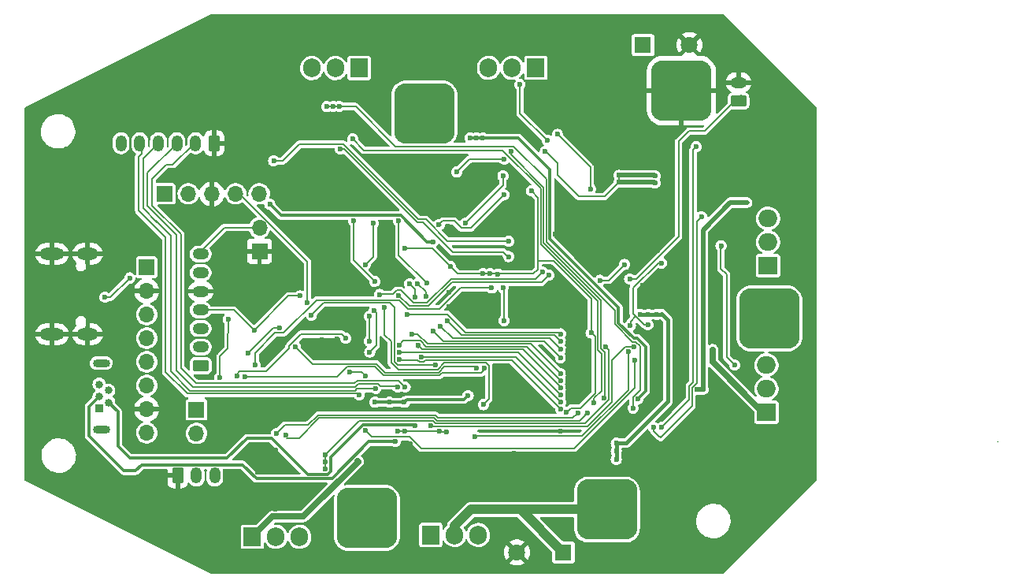
<source format=gbl>
G04 #@! TF.GenerationSoftware,KiCad,Pcbnew,7.0.9*
G04 #@! TF.CreationDate,2024-01-25T12:37:26-06:00*
G04 #@! TF.ProjectId,Stupid_FOCer,53747570-6964-45f4-964f-4365722e6b69,1*
G04 #@! TF.SameCoordinates,Original*
G04 #@! TF.FileFunction,Copper,L2,Bot*
G04 #@! TF.FilePolarity,Positive*
%FSLAX46Y46*%
G04 Gerber Fmt 4.6, Leading zero omitted, Abs format (unit mm)*
G04 Created by KiCad (PCBNEW 7.0.9) date 2024-01-25 12:37:26*
%MOMM*%
%LPD*%
G01*
G04 APERTURE LIST*
G04 Aperture macros list*
%AMRoundRect*
0 Rectangle with rounded corners*
0 $1 Rounding radius*
0 $2 $3 $4 $5 $6 $7 $8 $9 X,Y pos of 4 corners*
0 Add a 4 corners polygon primitive as box body*
4,1,4,$2,$3,$4,$5,$6,$7,$8,$9,$2,$3,0*
0 Add four circle primitives for the rounded corners*
1,1,$1+$1,$2,$3*
1,1,$1+$1,$4,$5*
1,1,$1+$1,$6,$7*
1,1,$1+$1,$8,$9*
0 Add four rect primitives between the rounded corners*
20,1,$1+$1,$2,$3,$4,$5,0*
20,1,$1+$1,$4,$5,$6,$7,0*
20,1,$1+$1,$6,$7,$8,$9,0*
20,1,$1+$1,$8,$9,$2,$3,0*%
G04 Aperture macros list end*
G04 #@! TA.AperFunction,ComponentPad*
%ADD10R,1.700000X1.700000*%
G04 #@! TD*
G04 #@! TA.AperFunction,ComponentPad*
%ADD11O,1.700000X1.700000*%
G04 #@! TD*
G04 #@! TA.AperFunction,ComponentPad*
%ADD12RoundRect,0.250000X0.350000X0.625000X-0.350000X0.625000X-0.350000X-0.625000X0.350000X-0.625000X0*%
G04 #@! TD*
G04 #@! TA.AperFunction,ComponentPad*
%ADD13O,1.200000X1.750000*%
G04 #@! TD*
G04 #@! TA.AperFunction,ComponentPad*
%ADD14RoundRect,0.250000X0.625000X-0.350000X0.625000X0.350000X-0.625000X0.350000X-0.625000X-0.350000X0*%
G04 #@! TD*
G04 #@! TA.AperFunction,ComponentPad*
%ADD15O,1.750000X1.200000*%
G04 #@! TD*
G04 #@! TA.AperFunction,ComponentPad*
%ADD16RoundRect,1.300000X-1.950000X1.950000X-1.950000X-1.950000X1.950000X-1.950000X1.950000X1.950000X0*%
G04 #@! TD*
G04 #@! TA.AperFunction,ComponentPad*
%ADD17RoundRect,1.300000X-1.950000X-1.950000X1.950000X-1.950000X1.950000X1.950000X-1.950000X1.950000X0*%
G04 #@! TD*
G04 #@! TA.AperFunction,ComponentPad*
%ADD18R,0.840000X0.840000*%
G04 #@! TD*
G04 #@! TA.AperFunction,ComponentPad*
%ADD19C,0.840000*%
G04 #@! TD*
G04 #@! TA.AperFunction,ComponentPad*
%ADD20O,1.850000X0.850000*%
G04 #@! TD*
G04 #@! TA.AperFunction,ComponentPad*
%ADD21RoundRect,0.250000X-0.350000X-0.625000X0.350000X-0.625000X0.350000X0.625000X-0.350000X0.625000X0*%
G04 #@! TD*
G04 #@! TA.AperFunction,ComponentPad*
%ADD22R,1.800000X1.800000*%
G04 #@! TD*
G04 #@! TA.AperFunction,ComponentPad*
%ADD23C,1.800000*%
G04 #@! TD*
G04 #@! TA.AperFunction,ComponentPad*
%ADD24O,2.300000X1.300000*%
G04 #@! TD*
G04 #@! TA.AperFunction,ComponentPad*
%ADD25O,2.600000X1.300000*%
G04 #@! TD*
G04 #@! TA.AperFunction,ComponentPad*
%ADD26R,1.905000X2.000000*%
G04 #@! TD*
G04 #@! TA.AperFunction,ComponentPad*
%ADD27O,1.905000X2.000000*%
G04 #@! TD*
G04 #@! TA.AperFunction,ComponentPad*
%ADD28R,2.000000X1.905000*%
G04 #@! TD*
G04 #@! TA.AperFunction,ComponentPad*
%ADD29O,2.000000X1.905000*%
G04 #@! TD*
G04 #@! TA.AperFunction,ViaPad*
%ADD30C,0.600000*%
G04 #@! TD*
G04 #@! TA.AperFunction,Conductor*
%ADD31C,0.177800*%
G04 #@! TD*
G04 #@! TA.AperFunction,Conductor*
%ADD32C,0.304800*%
G04 #@! TD*
G04 #@! TA.AperFunction,Conductor*
%ADD33C,0.508000*%
G04 #@! TD*
G04 #@! TA.AperFunction,Conductor*
%ADD34C,1.016000*%
G04 #@! TD*
G04 #@! TA.AperFunction,Conductor*
%ADD35C,0.406400*%
G04 #@! TD*
G04 #@! TA.AperFunction,Conductor*
%ADD36C,0.635000*%
G04 #@! TD*
G04 #@! TA.AperFunction,Profile*
%ADD37C,0.150000*%
G04 #@! TD*
G04 APERTURE END LIST*
D10*
X115009446Y-89228481D03*
D11*
X117549446Y-89228481D03*
X120089446Y-89228481D03*
X122629446Y-89228481D03*
X125169446Y-89228481D03*
D12*
X120329446Y-83803481D03*
D13*
X118329446Y-83803481D03*
X116329446Y-83803481D03*
X114329446Y-83803481D03*
X112329446Y-83803481D03*
X110329446Y-83803481D03*
D14*
X176700000Y-79275000D03*
D15*
X176700000Y-77275000D03*
D16*
X180004446Y-102628481D03*
D17*
X142929446Y-80603481D03*
D18*
X107975000Y-112300000D03*
D19*
X108975000Y-111650000D03*
X107975000Y-111000000D03*
X108975000Y-110350000D03*
X107975000Y-109700000D03*
D20*
X108195000Y-114575000D03*
X108195000Y-107425000D03*
D17*
X136754446Y-124053481D03*
D21*
X116404446Y-119503481D03*
D13*
X118404446Y-119503481D03*
X120404446Y-119503481D03*
D14*
X118879446Y-107703481D03*
D15*
X118879446Y-105703481D03*
X118879446Y-103703481D03*
X118879446Y-101703481D03*
X118879446Y-99703481D03*
X118879446Y-97703481D03*
X118879446Y-95703481D03*
D22*
X166429446Y-73253481D03*
D23*
X171429446Y-73253481D03*
D10*
X125204446Y-95403481D03*
D11*
X125204446Y-92863481D03*
D22*
X157879446Y-127753481D03*
D23*
X152879446Y-127753481D03*
D24*
X106735359Y-95680000D03*
D25*
X102910359Y-95680000D03*
D24*
X106735359Y-104320000D03*
D25*
X102910359Y-104320000D03*
D10*
X113079446Y-97123481D03*
D11*
X113079446Y-99663481D03*
X113079446Y-102203481D03*
X113079446Y-104743481D03*
X113079446Y-107283481D03*
X113079446Y-109823481D03*
X113079446Y-112363481D03*
X113079446Y-114903481D03*
D17*
X170554446Y-78153481D03*
D10*
X118429446Y-112428481D03*
D11*
X118429446Y-114968481D03*
D26*
X124439446Y-126083481D03*
D27*
X126979446Y-126083481D03*
X129519446Y-126083481D03*
D28*
X179704446Y-112693481D03*
D29*
X179704446Y-110153481D03*
X179704446Y-107613481D03*
D26*
X154909446Y-75703481D03*
D27*
X152369446Y-75703481D03*
X149829446Y-75703481D03*
D16*
X162554446Y-123153481D03*
D26*
X143639446Y-125883481D03*
D27*
X146179446Y-125883481D03*
X148719446Y-125883481D03*
D26*
X135909446Y-75723481D03*
D27*
X133369446Y-75723481D03*
X130829446Y-75723481D03*
D28*
X179879446Y-96943481D03*
D29*
X179879446Y-94403481D03*
X179879446Y-91863481D03*
D30*
X121829446Y-102728481D03*
X120954446Y-108978481D03*
X160779446Y-88703481D03*
X157229446Y-82853481D03*
X166404446Y-99053481D03*
X174679446Y-112303481D03*
X141379446Y-118928481D03*
X159029446Y-78653481D03*
X150904446Y-110278481D03*
X132529446Y-102403481D03*
X159787984Y-110031550D03*
X176879446Y-113303481D03*
X124904446Y-82728481D03*
X134062984Y-95131550D03*
X170804446Y-100153481D03*
X146912984Y-96481550D03*
X125854446Y-81853481D03*
X141379446Y-117028481D03*
X126879446Y-118203481D03*
X158004446Y-79353481D03*
X125854446Y-82728481D03*
X160762984Y-116031550D03*
X126904446Y-120578481D03*
X148504446Y-110303481D03*
X124904446Y-81853481D03*
X167854446Y-99103481D03*
X155004446Y-119978481D03*
X176129446Y-113303481D03*
X125954446Y-121453481D03*
X178904446Y-84603481D03*
X124929446Y-83553481D03*
X174204446Y-82678481D03*
X174929446Y-83653481D03*
X180604446Y-82703481D03*
X125854446Y-78753481D03*
X122154446Y-78728481D03*
X125954446Y-117478481D03*
X124929446Y-78028481D03*
X159787984Y-107631550D03*
X159837984Y-110821550D03*
X158704446Y-79528481D03*
X158312984Y-108431550D03*
X159787984Y-108431550D03*
X174679446Y-113253481D03*
X159837984Y-106881550D03*
X161129446Y-79503481D03*
X155754446Y-119028481D03*
X178904446Y-82703481D03*
X125004446Y-120578481D03*
X157362984Y-100821550D03*
X133312984Y-94281550D03*
X158962984Y-108881550D03*
X160762984Y-117781550D03*
X126804446Y-78753481D03*
X167129446Y-99078481D03*
X147979446Y-93603481D03*
X159879446Y-79478481D03*
X134062984Y-94281550D03*
X124979446Y-118203481D03*
X180604446Y-83653481D03*
X133312984Y-95131550D03*
X125954446Y-120578481D03*
X126779446Y-79478481D03*
X179729446Y-83628481D03*
X157562984Y-114731550D03*
X158362984Y-106881550D03*
X172479446Y-112253481D03*
X125829446Y-80378481D03*
X169904446Y-98703481D03*
X126479446Y-100153481D03*
X126904446Y-117478481D03*
X145862984Y-88581550D03*
X175404446Y-113278481D03*
X124979446Y-119103481D03*
X158312984Y-107631550D03*
X124879446Y-80378481D03*
X167979446Y-95328481D03*
X176554446Y-84628481D03*
X125929446Y-118203481D03*
X152804446Y-118978481D03*
X157029446Y-93603481D03*
X178029446Y-84603481D03*
X126804446Y-82728481D03*
X154279446Y-119953481D03*
X160612984Y-108031550D03*
X160612984Y-109631550D03*
X160662984Y-106481550D03*
X126904446Y-121453481D03*
X176129446Y-112353481D03*
X153554446Y-119928481D03*
X152079446Y-119903481D03*
X159012984Y-106531550D03*
X174929446Y-84603481D03*
X170829446Y-99428481D03*
X165529446Y-83953481D03*
X125879446Y-78028481D03*
X145562984Y-101331550D03*
X158362984Y-106081550D03*
X126879446Y-119103481D03*
X152897084Y-87310651D03*
X125004446Y-117478481D03*
X161704446Y-78703481D03*
X176554446Y-83678481D03*
X125854446Y-84428481D03*
X158362984Y-105271550D03*
X147229446Y-112403481D03*
X149747084Y-87310651D03*
X178029446Y-82703481D03*
X125829446Y-79478481D03*
X152804446Y-119928481D03*
X158362984Y-110821550D03*
X170854446Y-98703481D03*
X152079446Y-118953481D03*
X126904446Y-123153481D03*
X180604446Y-84603481D03*
X129237984Y-111606550D03*
X125979446Y-122278481D03*
X125029446Y-116753481D03*
X126929446Y-116753481D03*
X126804446Y-84428481D03*
X159012984Y-107331550D03*
X178904446Y-83653481D03*
X174929446Y-82703481D03*
X160762984Y-116906550D03*
X126829446Y-78028481D03*
X133562984Y-104831550D03*
X175654446Y-84628481D03*
X166829446Y-99678481D03*
X159112984Y-110371550D03*
X125554446Y-107528481D03*
X179729446Y-84578481D03*
X154279446Y-119003481D03*
X175654446Y-82728481D03*
X125004446Y-123153481D03*
X173204446Y-112278481D03*
X160662984Y-105671550D03*
X159787984Y-109231550D03*
X164466946Y-94753481D03*
X124879446Y-79478481D03*
X126829446Y-83553481D03*
X107075000Y-108550000D03*
X175404446Y-112328481D03*
X173929446Y-113253481D03*
X159012984Y-105721550D03*
X152562984Y-117071550D03*
X175654446Y-83678481D03*
X153554446Y-118978481D03*
X158312984Y-110031550D03*
X160604446Y-78628481D03*
X129229446Y-113078481D03*
X151354446Y-119878481D03*
X125929446Y-119103481D03*
X145504446Y-92678481D03*
X174204446Y-83628481D03*
X161954446Y-79328481D03*
X169879446Y-99428481D03*
X151062984Y-111403481D03*
X173929446Y-112303481D03*
X158962984Y-109681550D03*
X141379446Y-117978481D03*
X126779446Y-80378481D03*
X125879446Y-83553481D03*
X159804446Y-78703481D03*
X133312984Y-93481550D03*
X172479446Y-113203481D03*
X134062984Y-93481550D03*
X155754446Y-119978481D03*
X159837984Y-105271550D03*
X167554446Y-99703481D03*
X124904446Y-84428481D03*
X126804446Y-81853481D03*
X176554446Y-82728481D03*
X141379446Y-116078481D03*
X173204446Y-113228481D03*
X160662984Y-107281550D03*
X160612984Y-108831550D03*
X179729446Y-82678481D03*
X145562984Y-99831550D03*
X169854446Y-100153481D03*
X158312984Y-109231550D03*
X132412984Y-106831550D03*
X174204446Y-84578481D03*
X125004446Y-121453481D03*
X176879446Y-112353481D03*
X125979446Y-116753481D03*
X155004446Y-119028481D03*
X170554446Y-95603481D03*
X126929446Y-122278481D03*
X124904446Y-78753481D03*
X159837984Y-106081550D03*
X160562984Y-110371550D03*
X158962984Y-108081550D03*
X157779446Y-78578481D03*
X139612984Y-98781550D03*
X166104446Y-99653481D03*
X131962984Y-104881550D03*
X151354446Y-118928481D03*
X125029446Y-122278481D03*
X178029446Y-83653481D03*
X125954446Y-123153481D03*
X137062984Y-99881550D03*
X143854446Y-94378481D03*
X126304446Y-90353481D03*
X148554446Y-107918881D03*
X129054446Y-105653481D03*
X130776291Y-102250326D03*
X130354446Y-100903481D03*
X144129446Y-107603481D03*
X154429446Y-88928481D03*
X151379446Y-99303481D03*
X151504446Y-102853481D03*
X167729446Y-88078481D03*
X163829446Y-88003481D03*
X140054446Y-114728481D03*
X140804446Y-95128481D03*
X145279446Y-114778481D03*
X160854446Y-104178481D03*
X163854446Y-87253481D03*
X158204446Y-112728481D03*
X145729446Y-97053481D03*
X155929446Y-84653481D03*
X137629446Y-111628481D03*
X167729446Y-87278481D03*
X151529446Y-85503481D03*
X147629446Y-110903481D03*
X134929446Y-108353481D03*
X149229446Y-97828481D03*
X140779446Y-111628481D03*
X136579446Y-108778481D03*
X139179446Y-111628481D03*
X144579446Y-114753481D03*
X146404446Y-86903481D03*
X150854446Y-97853481D03*
X140829446Y-114728481D03*
X149979446Y-97828481D03*
X163562984Y-116881550D03*
X163562984Y-117781550D03*
X166162984Y-102181550D03*
X163562984Y-116031550D03*
X167912984Y-102181550D03*
X167012984Y-102181550D03*
X140154446Y-100128481D03*
X156327503Y-97955424D03*
X164854446Y-106153481D03*
X148379446Y-115303481D03*
X148529446Y-83228481D03*
X165879446Y-111278481D03*
X149229446Y-83253481D03*
X147854446Y-83228481D03*
X138664484Y-101473681D03*
X149276877Y-111885850D03*
X138104446Y-100053481D03*
X155629446Y-97653481D03*
X135329446Y-92153481D03*
X156179446Y-83503481D03*
X137629446Y-98678481D03*
X153204446Y-77503481D03*
X141354446Y-98903481D03*
X141954446Y-100303481D03*
X143079446Y-100253481D03*
X142204446Y-98878481D03*
X140204446Y-107053481D03*
X157562984Y-112331550D03*
X140204446Y-106253481D03*
X157562984Y-110831550D03*
X140204446Y-105478481D03*
X157562984Y-109281550D03*
X142612984Y-106781550D03*
X157562984Y-111581550D03*
X142262984Y-105531550D03*
X157562984Y-110081550D03*
X157562984Y-108531550D03*
X141579446Y-104328481D03*
X144504446Y-92553481D03*
X137429446Y-92403481D03*
X136604446Y-96828481D03*
X151504446Y-89353481D03*
X165454446Y-105653481D03*
X143654446Y-114153481D03*
X136554446Y-114628481D03*
X165504446Y-107103481D03*
X176279446Y-107628481D03*
X174829446Y-94803481D03*
X162202503Y-111176538D03*
X152255529Y-84693881D03*
X135229446Y-83353481D03*
X161179446Y-111703481D03*
X157562984Y-104281550D03*
X141112984Y-102181550D03*
X157562984Y-106831550D03*
X143912984Y-103981550D03*
X157562984Y-105081550D03*
X145412984Y-102916150D03*
X157562984Y-105931550D03*
X144662984Y-103431550D03*
X147354446Y-92353481D03*
X151379446Y-87303481D03*
X137529446Y-101803481D03*
X137054446Y-106228481D03*
X137029446Y-105053481D03*
X137029446Y-102378481D03*
X176679446Y-90178481D03*
X177454446Y-90178481D03*
X172879446Y-110253481D03*
X172229446Y-110253481D03*
X175979446Y-90178481D03*
X149354446Y-107928481D03*
X123664376Y-108888411D03*
X122779446Y-108803481D03*
X134479446Y-104753481D03*
X159429446Y-112753481D03*
X127054446Y-114978481D03*
X128054446Y-115178481D03*
X160454446Y-112778481D03*
X126729446Y-85703481D03*
X152004446Y-94328481D03*
X133904446Y-84428481D03*
X151979446Y-95978481D03*
X168454446Y-114328481D03*
X172154446Y-84178481D03*
X172729446Y-91678481D03*
X167554446Y-114303481D03*
X168404446Y-96678481D03*
X166954446Y-103273050D03*
X165079446Y-103378481D03*
X132429446Y-79878481D03*
X165354446Y-112241550D03*
X133779446Y-79853481D03*
X133129446Y-79853481D03*
X132279446Y-118803481D03*
X162411482Y-105653481D03*
X132279446Y-118053481D03*
X132279446Y-117303481D03*
X140854446Y-110003481D03*
X137704446Y-110128481D03*
X140079446Y-109978481D03*
X124629446Y-103903481D03*
X129554446Y-100203481D03*
X124004446Y-106353481D03*
X127354446Y-103653481D03*
X143162984Y-98831550D03*
X140162984Y-92131550D03*
X135804446Y-118003481D03*
X173904446Y-107303481D03*
X173904446Y-106603481D03*
X173929446Y-105978481D03*
X124735031Y-107642272D03*
X150179446Y-99353481D03*
X165004446Y-98378481D03*
X164454446Y-96828481D03*
X161804446Y-98528481D03*
X139829446Y-115853481D03*
X108600359Y-100350000D03*
X141954446Y-114178481D03*
X111250000Y-98275000D03*
X135929446Y-110853481D03*
D31*
X121804446Y-105874624D02*
X121829446Y-102728481D01*
X120954446Y-108978481D02*
X120954446Y-106724624D01*
X157229446Y-82853481D02*
X160779446Y-86403481D01*
X160779446Y-86403481D02*
X160779446Y-88703481D01*
X121394446Y-92863481D02*
X118529446Y-95728481D01*
X120954446Y-106724624D02*
X121804446Y-105874624D01*
X121829446Y-102728481D02*
X121804446Y-102753481D01*
X125204446Y-92863481D02*
X121394446Y-92863481D01*
X137741053Y-99203481D02*
X139191053Y-99203481D01*
X139191053Y-99203481D02*
X139612984Y-98781550D01*
X137062984Y-99881550D02*
X137741053Y-99203481D01*
D32*
X143229311Y-94378481D02*
X143854446Y-94378481D01*
X126304446Y-90353481D02*
X127503115Y-91552150D01*
X140402980Y-91552150D02*
X143229311Y-94378481D01*
X127503115Y-91552150D02*
X140402980Y-91552150D01*
D31*
X148554446Y-107918881D02*
X148464046Y-107828481D01*
X130904446Y-107503481D02*
X129054446Y-105653481D01*
X137767342Y-107503481D02*
X130904446Y-107503481D01*
X145065091Y-107828481D02*
X144465091Y-108428481D01*
X148464046Y-107828481D02*
X145065091Y-107828481D01*
X144465091Y-108428481D02*
X138692342Y-108428481D01*
X138692342Y-108428481D02*
X137767342Y-107503481D01*
X130354446Y-98328481D02*
X130354446Y-100903481D01*
X130776291Y-102250326D02*
X132068336Y-100958281D01*
X139184246Y-100958281D02*
X139688546Y-101462581D01*
X139688546Y-107267174D02*
X140024853Y-107603481D01*
X130354446Y-96506070D02*
X130354446Y-98328481D01*
X132068336Y-100958281D02*
X139184246Y-100958281D01*
X139688546Y-101462581D02*
X139688546Y-107267174D01*
X140024853Y-107603481D02*
X144129446Y-107603481D01*
X123076857Y-89228481D02*
X130354446Y-96506070D01*
X122629446Y-89228481D02*
X123076857Y-89228481D01*
D33*
X167654446Y-88003481D02*
X163829446Y-88003481D01*
D31*
X136179446Y-108353481D02*
X136579446Y-108753481D01*
X151504446Y-99428481D02*
X151379446Y-99303481D01*
X167704446Y-87253481D02*
X167729446Y-87278481D01*
X161285982Y-104610017D02*
X161285982Y-110646944D01*
X160854446Y-104178481D02*
X160829446Y-104203481D01*
X140829446Y-114728481D02*
X140054446Y-114728481D01*
X155146746Y-97336181D02*
X154654446Y-97828481D01*
X136604446Y-108778481D02*
X136629446Y-108803481D01*
X147804446Y-85503481D02*
X146404446Y-86903481D01*
X162304446Y-89528481D02*
X159529446Y-89528481D01*
X136579446Y-108753481D02*
X136579446Y-108778481D01*
X159529446Y-89528481D02*
X157254446Y-87253481D01*
X155146746Y-89645781D02*
X155146746Y-96428481D01*
X157254446Y-87253481D02*
X157254446Y-85953481D01*
X140854446Y-114753481D02*
X140829446Y-114728481D01*
X151504446Y-102853481D02*
X151504446Y-99428481D01*
X155929446Y-84653481D02*
X155929446Y-84628481D01*
X151529446Y-85503481D02*
X147804446Y-85503481D01*
X159695345Y-112237581D02*
X158720346Y-112237581D01*
X149979446Y-97828481D02*
X149229446Y-97828481D01*
X150879446Y-97828481D02*
X150854446Y-97853481D01*
X143804446Y-95128481D02*
X140804446Y-95128481D01*
X158229446Y-112728481D02*
X158204446Y-112728481D01*
D32*
X147629446Y-110903481D02*
X147179446Y-111353481D01*
D31*
X167729446Y-88078481D02*
X167654446Y-88003481D01*
X158204446Y-112728481D02*
X158204446Y-112753481D01*
X146504446Y-97828481D02*
X149229446Y-97828481D01*
X160854446Y-100496637D02*
X156786290Y-96428481D01*
D33*
X163854446Y-87253481D02*
X167704446Y-87253481D01*
D32*
X137629446Y-111628481D02*
X139179446Y-111628481D01*
D31*
X163829446Y-88003481D02*
X163829446Y-87278481D01*
X156786290Y-96428481D02*
X155146746Y-96428481D01*
X144579446Y-114753481D02*
X140854446Y-114753481D01*
X158720346Y-112237581D02*
X158454446Y-112503481D01*
X145279446Y-114778481D02*
X144604446Y-114778481D01*
X161285982Y-110646944D02*
X159695345Y-112237581D01*
D32*
X140779446Y-111628481D02*
X139179446Y-111628481D01*
D31*
X154654446Y-97828481D02*
X150879446Y-97828481D01*
X145729446Y-97053481D02*
X146504446Y-97828481D01*
X158454446Y-112503481D02*
X158229446Y-112728481D01*
X150854446Y-97853481D02*
X150829446Y-97828481D01*
X160854446Y-104178481D02*
X160854446Y-100496637D01*
X136579446Y-108778481D02*
X136604446Y-108778481D01*
X155954446Y-84653481D02*
X155929446Y-84653481D01*
X163829446Y-87278481D02*
X163854446Y-87253481D01*
X155146746Y-96428481D02*
X155146746Y-97336181D01*
X160854446Y-104178481D02*
X161285982Y-104610017D01*
D32*
X141054446Y-111353481D02*
X140779446Y-111628481D01*
D31*
X160829446Y-104203481D02*
X160829446Y-104278481D01*
X158204446Y-112753481D02*
X158110477Y-112847450D01*
X150829446Y-97828481D02*
X149979446Y-97828481D01*
X154429446Y-88928481D02*
X155146746Y-89645781D01*
X145729446Y-97053481D02*
X143804446Y-95128481D01*
X134929446Y-108353481D02*
X136179446Y-108353481D01*
D32*
X147179446Y-111353481D02*
X141054446Y-111353481D01*
D31*
X144604446Y-114778481D02*
X144579446Y-114753481D01*
X155929446Y-84628481D02*
X155979446Y-84678481D01*
X157254446Y-85953481D02*
X155954446Y-84653481D01*
X163829446Y-88003481D02*
X162304446Y-89528481D01*
D34*
X148909446Y-123153481D02*
X147929446Y-123153481D01*
D35*
X168429446Y-102103481D02*
X169104446Y-102778481D01*
D34*
X147929446Y-123153481D02*
X146179446Y-124903481D01*
D35*
X168351377Y-102181550D02*
X168429446Y-102103481D01*
X166162984Y-102181550D02*
X168351377Y-102181550D01*
X163562984Y-116031550D02*
X163562984Y-117781550D01*
X169104446Y-111553481D02*
X164626377Y-116031550D01*
X164626377Y-116031550D02*
X163562984Y-116031550D01*
D34*
X162554446Y-123153481D02*
X148909446Y-123153481D01*
X157879446Y-127753481D02*
X153279446Y-123153481D01*
D35*
X169104446Y-102778481D02*
X169104446Y-111553481D01*
D31*
X153279446Y-123153481D02*
X148909446Y-123153481D01*
D34*
X146179446Y-124903481D02*
X146179446Y-125883481D01*
D31*
X145879446Y-98753481D02*
X143359246Y-101273681D01*
X156327503Y-97955424D02*
X155529446Y-98753481D01*
X141299646Y-101273681D02*
X140154446Y-100128481D01*
X155529446Y-98753481D02*
X145879446Y-98753481D01*
X140154446Y-100128481D02*
X140154446Y-99978481D01*
X143359246Y-101273681D02*
X141299646Y-101273681D01*
X164854446Y-106153481D02*
X164854446Y-110289126D01*
X164854446Y-110289126D02*
X159865091Y-115278481D01*
X148379446Y-115303481D02*
X148404446Y-115278481D01*
X148404446Y-115278481D02*
X148429446Y-115278481D01*
X148454446Y-115278481D02*
X148379446Y-115303481D01*
X159865091Y-115278481D02*
X148454446Y-115278481D01*
D32*
X165441100Y-104769281D02*
X163804446Y-103132627D01*
X156429446Y-86628481D02*
X153054446Y-83253481D01*
X153054446Y-83253481D02*
X149229446Y-83253481D01*
X147879446Y-83253481D02*
X147854446Y-83228481D01*
X147829446Y-83253481D02*
X147804446Y-83253481D01*
X166704446Y-110453481D02*
X166704446Y-105653034D01*
X163804446Y-103132627D02*
X163804446Y-101478481D01*
X156429446Y-94103481D02*
X156429446Y-86628481D01*
X163804446Y-101478481D02*
X156429446Y-94103481D01*
X147854446Y-83228481D02*
X147829446Y-83253481D01*
X148504446Y-83253481D02*
X147879446Y-83253481D01*
X148529446Y-83228481D02*
X148504446Y-83253481D01*
X166704446Y-105653034D02*
X165820693Y-104769281D01*
X165820693Y-104769281D02*
X165441100Y-104769281D01*
X165879446Y-111278481D02*
X166704446Y-110453481D01*
X148554446Y-83253481D02*
X148529446Y-83228481D01*
X149229446Y-83253481D02*
X148554446Y-83253481D01*
D31*
X145059039Y-107403481D02*
X144343139Y-108119381D01*
X149870346Y-107714788D02*
X149559039Y-107403481D01*
X139383746Y-105088833D02*
X138664484Y-104369571D01*
X138664484Y-104369571D02*
X138664484Y-101473681D01*
X149276877Y-111885850D02*
X149870346Y-111292381D01*
X139383746Y-107393435D02*
X139383746Y-105088833D01*
X140109692Y-108119381D02*
X139383746Y-107393435D01*
X149559039Y-107403481D02*
X145059039Y-107403481D01*
X144343139Y-108119381D02*
X140109692Y-108119381D01*
X149870346Y-111292381D02*
X149870346Y-107714788D01*
X145823394Y-98378481D02*
X143232994Y-100968881D01*
X143232994Y-100968881D02*
X141755246Y-100968881D01*
X138129446Y-100028481D02*
X138104446Y-100053481D01*
X138104446Y-100053481D02*
X138254446Y-99953481D01*
X139940753Y-99612581D02*
X139524853Y-100028481D01*
X154904446Y-98378481D02*
X145823394Y-98378481D01*
X155629446Y-97653481D02*
X154904446Y-98378481D01*
X139524853Y-100028481D02*
X138129446Y-100028481D01*
X140398946Y-99612581D02*
X139940753Y-99612581D01*
X141755246Y-100968881D02*
X140398946Y-99612581D01*
X156129446Y-83503481D02*
X156179446Y-83503481D01*
X135329446Y-96378481D02*
X137629446Y-98678481D01*
X156179446Y-83503481D02*
X156179446Y-83553481D01*
X135329446Y-92153481D02*
X135329446Y-96378481D01*
X153204446Y-80578481D02*
X156129446Y-83503481D01*
X156179446Y-83553481D02*
X156129446Y-83503481D01*
X153204446Y-77503481D02*
X153204446Y-80578481D01*
X141954446Y-99503481D02*
X141354446Y-98903481D01*
X141954446Y-100303481D02*
X141954446Y-99503481D01*
X143079446Y-99753481D02*
X142204446Y-98878481D01*
X143079446Y-100253481D02*
X143079446Y-99753481D01*
X143037777Y-107086350D02*
X152317784Y-107086350D01*
X152317784Y-107086350D02*
X157562984Y-112331550D01*
X140237315Y-107086350D02*
X142188191Y-107086350D01*
X142826677Y-107297450D02*
X143037777Y-107086350D01*
X140204446Y-107053481D02*
X140237315Y-107086350D01*
X142188191Y-107086350D02*
X142399291Y-107297450D01*
X142399291Y-107297450D02*
X142826677Y-107297450D01*
X140216615Y-106265650D02*
X140204446Y-106253481D01*
X152997084Y-106265650D02*
X140216615Y-106265650D01*
X157562984Y-110831550D02*
X152997084Y-106265650D01*
X140667277Y-105015650D02*
X142476677Y-105015650D01*
X140204446Y-105478481D02*
X140667277Y-105015650D01*
X153937484Y-105656050D02*
X157562984Y-109281550D01*
X143117077Y-105656050D02*
X153937484Y-105656050D01*
X142476677Y-105015650D02*
X143117077Y-105656050D01*
X142612984Y-106781550D02*
X142612984Y-106731550D01*
X152762984Y-106781550D02*
X142612984Y-106781550D01*
X157562984Y-111581550D02*
X152762984Y-106781550D01*
X153492284Y-105960850D02*
X142692284Y-105960850D01*
X142692284Y-105960850D02*
X142262984Y-105531550D01*
X142262984Y-105531550D02*
X142262984Y-105731550D01*
X157562984Y-110081550D02*
X157562984Y-110031550D01*
X157562984Y-110031550D02*
X153492284Y-105960850D01*
X143243329Y-105351250D02*
X154382684Y-105351250D01*
X141579446Y-104328481D02*
X142220560Y-104328481D01*
X154382684Y-105351250D02*
X157562984Y-108531550D01*
X141579446Y-104328481D02*
X141579446Y-104498012D01*
X142220560Y-104328481D02*
X143243329Y-105351250D01*
X146904446Y-92903481D02*
X146154446Y-92153481D01*
X144504446Y-92553481D02*
X144754446Y-92553481D01*
X137429446Y-92403481D02*
X137429446Y-96003481D01*
X146154446Y-92153481D02*
X144904446Y-92153481D01*
X147954446Y-92903481D02*
X146904446Y-92903481D01*
X136604446Y-96828481D02*
X136654446Y-96778481D01*
X137429446Y-96003481D02*
X136604446Y-96828481D01*
X144904446Y-92153481D02*
X144504446Y-92553481D01*
X151504446Y-89353481D02*
X147954446Y-92903481D01*
X160509039Y-114203481D02*
X147054446Y-114203481D01*
X143654446Y-114178481D02*
X143654446Y-114153481D01*
X147054446Y-114203481D02*
X143679446Y-114203481D01*
X164570346Y-105637581D02*
X163075146Y-107132781D01*
X163075146Y-107132781D02*
X163075146Y-111637374D01*
X143679446Y-114203481D02*
X143654446Y-114178481D01*
X143629446Y-114153481D02*
X143654446Y-114178481D01*
X163075146Y-111637374D02*
X160509039Y-114203481D01*
X165454446Y-105653481D02*
X165438546Y-105637581D01*
X143654446Y-114153481D02*
X143629446Y-114153481D01*
X165438546Y-105637581D02*
X164570346Y-105637581D01*
X165504446Y-110070178D02*
X158996143Y-116578481D01*
X158956615Y-116555650D02*
X142586208Y-116555650D01*
X165504446Y-107103481D02*
X165504446Y-110070178D01*
X158996143Y-116578481D02*
X158979446Y-116578481D01*
X141359039Y-115328481D02*
X137254446Y-115328481D01*
X142586208Y-116555650D02*
X141359039Y-115328481D01*
X158979446Y-116578481D02*
X158956615Y-116555650D01*
X137254446Y-115328481D02*
X136554446Y-114628481D01*
X175429446Y-97903481D02*
X174804446Y-97278481D01*
X175429446Y-106778481D02*
X175429446Y-97903481D01*
X176279446Y-107628481D02*
X175429446Y-106778481D01*
X174804446Y-97278481D02*
X174804446Y-95078481D01*
X174804446Y-95078481D02*
X174829446Y-95053481D01*
X161895582Y-105867174D02*
X162305586Y-106277178D01*
X152255529Y-84693881D02*
X152255529Y-84979564D01*
X152255529Y-85054564D02*
X155756346Y-88555381D01*
X162305586Y-111073455D02*
X162202503Y-111176538D01*
X152255529Y-84693881D02*
X152255529Y-85054564D01*
X161895582Y-100675669D02*
X161895582Y-105867174D01*
X155756346Y-94536433D02*
X161895582Y-100675669D01*
X162305586Y-106277178D02*
X162305586Y-111073455D01*
X155756346Y-88555381D02*
X155756346Y-94536433D01*
X161590782Y-100801921D02*
X155451546Y-94662685D01*
X136454446Y-84578481D02*
X135229446Y-83353481D01*
X161179446Y-111203481D02*
X162000786Y-110382141D01*
X161179446Y-111703481D02*
X161179446Y-111203481D01*
X162000786Y-106403430D02*
X161590782Y-105993426D01*
X162000786Y-110382141D02*
X162000786Y-106403430D01*
X151348394Y-84578481D02*
X136454446Y-84578481D01*
X161590782Y-105993426D02*
X161590782Y-100801921D01*
X155451546Y-94662685D02*
X155451546Y-88681633D01*
X155451546Y-88681633D02*
X151348394Y-84578481D01*
X157562984Y-104281550D02*
X157413484Y-104132050D01*
X141112984Y-102281550D02*
X141162984Y-102231550D01*
X157413484Y-104132050D02*
X147358477Y-104132050D01*
X141212984Y-102181550D02*
X141212984Y-102181550D01*
X147358477Y-104132050D02*
X145407977Y-102181550D01*
X145407977Y-102181550D02*
X141112984Y-102181550D01*
X141112984Y-102181550D02*
X141112984Y-102281550D01*
X143912984Y-103981550D02*
X144977884Y-105046450D01*
X155777884Y-105046450D02*
X157562984Y-106831550D01*
X144977884Y-105046450D02*
X155777884Y-105046450D01*
X146933684Y-104436850D02*
X156918284Y-104436850D01*
X156918284Y-104436850D02*
X157562984Y-105081550D01*
X145412984Y-102916150D02*
X146933684Y-104436850D01*
X145973084Y-104741650D02*
X156373084Y-104741650D01*
X144662984Y-103431550D02*
X145973084Y-104741650D01*
X156373084Y-104741650D02*
X157562984Y-105931550D01*
X151379446Y-88328481D02*
X151379446Y-87303481D01*
X147354446Y-92353481D02*
X151379446Y-88328481D01*
X137748146Y-102022181D02*
X137748146Y-105534781D01*
X137529446Y-101803481D02*
X137748146Y-102022181D01*
X137748146Y-105534781D02*
X137054446Y-106228481D01*
X137029446Y-102378481D02*
X137029446Y-105053481D01*
D33*
X172879446Y-110253481D02*
X172879446Y-93103481D01*
X177454446Y-90178481D02*
X177629446Y-90178481D01*
X172879446Y-93103481D02*
X175804446Y-90178481D01*
X176679446Y-90178481D02*
X177454446Y-90178481D01*
X172229446Y-110253481D02*
X172879446Y-110253481D01*
X175804446Y-90178481D02*
X175979446Y-90178481D01*
X175979446Y-90178481D02*
X176679446Y-90178481D01*
D31*
X144821143Y-108503481D02*
X144591343Y-108733281D01*
X149354446Y-108168881D02*
X149019846Y-108503481D01*
X138566090Y-108733281D02*
X137648459Y-107815650D01*
X144591343Y-108733281D02*
X138566090Y-108733281D01*
X149354446Y-107928481D02*
X149354446Y-108168881D01*
X134642277Y-107815650D02*
X133579446Y-108878481D01*
X137648459Y-107815650D02*
X134642277Y-107815650D01*
X133579446Y-108878481D02*
X123674306Y-108878481D01*
X149019846Y-108503481D02*
X144821143Y-108503481D01*
X123674306Y-108878481D02*
X123664376Y-108888411D01*
X122779446Y-108603481D02*
X123079446Y-108303481D01*
X134041615Y-104315650D02*
X134479446Y-104753481D01*
X125884745Y-108303481D02*
X128354446Y-105833780D01*
X123079446Y-108303481D02*
X125884745Y-108303481D01*
X128354446Y-105623888D02*
X129662684Y-104315650D01*
X128354446Y-105833780D02*
X128354446Y-105623888D01*
X134479446Y-104878481D02*
X134404446Y-104803481D01*
X122779446Y-108803481D02*
X122779446Y-108603481D01*
X129662684Y-104315650D02*
X134041615Y-104315650D01*
X134479446Y-104753481D02*
X134479446Y-104878481D01*
X130439294Y-114062581D02*
X131473894Y-113027981D01*
X144120643Y-113027981D02*
X144381743Y-113289081D01*
X127054446Y-114978481D02*
X127970346Y-114062581D01*
X127970346Y-114062581D02*
X130439294Y-114062581D01*
X158893846Y-113289081D02*
X159354446Y-112828481D01*
X144381743Y-113289081D02*
X158893846Y-113289081D01*
X131473894Y-113027981D02*
X144120643Y-113027981D01*
X143994391Y-113332781D02*
X144255491Y-113593881D01*
X144255491Y-113593881D02*
X159639046Y-113593881D01*
X131600146Y-113332781D02*
X143994391Y-113332781D01*
X160454446Y-112778481D02*
X160254446Y-112828481D01*
X128129446Y-115478481D02*
X129454446Y-115478481D01*
X129454446Y-115478481D02*
X131600146Y-113332781D01*
X159639046Y-113593881D02*
X160454446Y-112778481D01*
X126729446Y-85703481D02*
X127704446Y-85703481D01*
X142279446Y-91978481D02*
X143079446Y-91978481D01*
X134213546Y-83912581D02*
X142279446Y-91978481D01*
X143079446Y-91978481D02*
X145429446Y-94328481D01*
X129495346Y-83912581D02*
X134213546Y-83912581D01*
X152004446Y-94328481D02*
X151979446Y-94328481D01*
X127704446Y-85703481D02*
X129495346Y-83912581D01*
X145429446Y-94328481D02*
X152004446Y-94328481D01*
X151427516Y-95476551D02*
X151929446Y-95978481D01*
X142153194Y-92283281D02*
X142784246Y-92283281D01*
X134298394Y-84428481D02*
X142153194Y-92283281D01*
X151979446Y-96028481D02*
X151904446Y-95953481D01*
X133904446Y-84428481D02*
X134298394Y-84428481D01*
X151929446Y-95978481D02*
X151979446Y-95978481D01*
X142784246Y-92283281D02*
X145977516Y-95476551D01*
X151979446Y-95978481D02*
X151979446Y-96028481D01*
X145977516Y-95476551D02*
X151427516Y-95476551D01*
X169779446Y-112958466D02*
X168582932Y-114154980D01*
X171408746Y-109913536D02*
X171408746Y-111329166D01*
X171408746Y-111329166D02*
X169779446Y-112958466D01*
X172154446Y-84178481D02*
X171804446Y-84528481D01*
X171804446Y-109517836D02*
X171408746Y-109913536D01*
X171804446Y-84528481D02*
X171804446Y-109517836D01*
X167554446Y-114303481D02*
X167604446Y-114253481D01*
X167604446Y-114353481D02*
X167554446Y-114303481D01*
X172229446Y-92178481D02*
X172229446Y-109523888D01*
X172229446Y-109523888D02*
X171713546Y-110039788D01*
X171713546Y-110039788D02*
X171713546Y-112044381D01*
X167604446Y-114733074D02*
X167604446Y-114353481D01*
X168212353Y-115340981D02*
X167604446Y-114733074D01*
X171713546Y-112044381D02*
X168416946Y-115340981D01*
X172729446Y-91678481D02*
X172229446Y-92178481D01*
X167604446Y-114253481D02*
X167604446Y-114128481D01*
X168416946Y-115340981D02*
X168212353Y-115340981D01*
X168416946Y-115340981D02*
X168329446Y-115428481D01*
X165654446Y-102403481D02*
X165104446Y-102953481D01*
X165079446Y-103378481D02*
X165104446Y-103353481D01*
X165379446Y-102128481D02*
X165654446Y-102403481D01*
X166524015Y-103273050D02*
X165654446Y-102403481D01*
X168404446Y-96678481D02*
X168049853Y-96678481D01*
X165379446Y-99348888D02*
X165379446Y-102128481D01*
X168049853Y-96678481D02*
X165379446Y-99348888D01*
X165104446Y-102978481D02*
X165079446Y-103378481D01*
X165104446Y-102953481D02*
X165104446Y-102978481D01*
X166954446Y-103273050D02*
X166524015Y-103273050D01*
X165668139Y-105137581D02*
X165288546Y-105137581D01*
X133029446Y-79853481D02*
X133054446Y-79853481D01*
X166104446Y-105573888D02*
X165668139Y-105137581D01*
X166104446Y-110323888D02*
X166104446Y-105573888D01*
X165354446Y-112241550D02*
X165354446Y-111073888D01*
X132454446Y-79853481D02*
X132429446Y-79878481D01*
X156061146Y-87654129D02*
X152535498Y-84128481D01*
X139829446Y-84128481D02*
X135554446Y-79853481D01*
X133779446Y-79853481D02*
X133029446Y-79853481D01*
X165354446Y-111073888D02*
X166104446Y-110323888D01*
X165288546Y-105137581D02*
X163404446Y-103253481D01*
X163404446Y-103253481D02*
X163404446Y-101753481D01*
X163404446Y-101753481D02*
X156061146Y-94410181D01*
X156061146Y-94410181D02*
X156061146Y-87654129D01*
X133129446Y-79853481D02*
X132454446Y-79853481D01*
X135554446Y-79853481D02*
X133779446Y-79853481D01*
X152535498Y-84128481D02*
X139829446Y-84128481D01*
X162754446Y-105996445D02*
X162754446Y-111353481D01*
X135945346Y-113637581D02*
X132279446Y-117303481D01*
X160209246Y-113898681D02*
X144129239Y-113898681D01*
X144129239Y-113898681D02*
X143868139Y-113637581D01*
X162754446Y-111353481D02*
X160209246Y-113898681D01*
X132279446Y-118803481D02*
X132279446Y-118053481D01*
X143868139Y-113637581D02*
X135945346Y-113637581D01*
X162411482Y-105653481D02*
X162754446Y-105996445D01*
X132279446Y-117303481D02*
X132279446Y-118053481D01*
X140158746Y-109307781D02*
X140854446Y-110003481D01*
X118179446Y-83803481D02*
X115879446Y-86103481D01*
X113679446Y-87603481D02*
X113679446Y-90528481D01*
X135708449Y-109307781D02*
X140158746Y-109307781D01*
X118379446Y-109578481D02*
X135437749Y-109578481D01*
X115179446Y-86103481D02*
X113679446Y-87603481D01*
X115879446Y-86103481D02*
X115179446Y-86103481D01*
X116754446Y-93603481D02*
X116754446Y-107953481D01*
X116754446Y-107953481D02*
X118379446Y-109578481D01*
X113679446Y-90528481D02*
X116754446Y-93603481D01*
X118329446Y-83803481D02*
X118179446Y-83803481D01*
X135437749Y-109578481D02*
X135708449Y-109307781D01*
X137704446Y-110078481D02*
X137629446Y-110153481D01*
X112704446Y-85428481D02*
X112704446Y-90778481D01*
X114098196Y-92147231D02*
X115654446Y-93703481D01*
X135480884Y-110397450D02*
X135690753Y-110187581D01*
X115654446Y-93703481D02*
X115654446Y-108328481D01*
X115654446Y-108328481D02*
X117723415Y-110397450D01*
X114329446Y-83803481D02*
X112704446Y-85428481D01*
X117723415Y-110397450D02*
X135480884Y-110397450D01*
X137704446Y-110128481D02*
X137704446Y-110078481D01*
X137654446Y-110128481D02*
X137704446Y-110128481D01*
X135690753Y-110187581D02*
X137595346Y-110187581D01*
X112704446Y-90778481D02*
X114191946Y-92265981D01*
X137595346Y-110187581D02*
X137654446Y-110128481D01*
X113179446Y-90553481D02*
X116254446Y-93628481D01*
X135493801Y-109953481D02*
X135834701Y-109612581D01*
X138184039Y-109878481D02*
X139979446Y-109878481D01*
X118029446Y-109953481D02*
X135493801Y-109953481D01*
X137918139Y-109612581D02*
X138184039Y-109878481D01*
X135834701Y-109612581D02*
X137918139Y-109612581D01*
X116254446Y-93628481D02*
X116254446Y-108178481D01*
X116254446Y-108178481D02*
X118029446Y-109953481D01*
X139979446Y-109878481D02*
X140079446Y-109978481D01*
X113179446Y-86953481D02*
X113179446Y-90553481D01*
X116329446Y-83803481D02*
X113179446Y-86953481D01*
X118529446Y-101728481D02*
X122454446Y-101728481D01*
X122454446Y-101728481D02*
X124629446Y-103903481D01*
X129554446Y-100203481D02*
X128329446Y-100203481D01*
X128329446Y-100203481D02*
X124629446Y-103903481D01*
X124004446Y-106328481D02*
X124004446Y-106353481D01*
X124004446Y-106353481D02*
X123979446Y-106353481D01*
X126679446Y-103653481D02*
X124004446Y-106328481D01*
X127354446Y-103653481D02*
X126679446Y-103653481D01*
X123979446Y-106353481D02*
X124054446Y-106278481D01*
X140162984Y-92131550D02*
X140162984Y-95831550D01*
X143162984Y-98831550D02*
X143112984Y-98781550D01*
X140162984Y-95831550D02*
X143162984Y-98831550D01*
D36*
X126624946Y-123897981D02*
X124439446Y-126083481D01*
X135804446Y-118003481D02*
X135729446Y-117928481D01*
X135804446Y-118003481D02*
X129909946Y-123897981D01*
X129909946Y-123897981D02*
X126624946Y-123897981D01*
X173929446Y-107278481D02*
X173904446Y-107303481D01*
X173904446Y-107303481D02*
X179294446Y-112693481D01*
X179294446Y-112693481D02*
X179704446Y-112693481D01*
X173929446Y-105978481D02*
X173929446Y-107278481D01*
D31*
X140248394Y-100653481D02*
X141173394Y-101578481D01*
X124735031Y-106322896D02*
X126888546Y-104169381D01*
X150179446Y-99278481D02*
X150079446Y-99378481D01*
X127818139Y-104169381D02*
X131334039Y-100653481D01*
X141173394Y-101578481D02*
X144586460Y-101578481D01*
X146811460Y-99353481D02*
X150179446Y-99353481D01*
X126888546Y-104169381D02*
X127818139Y-104169381D01*
X144586460Y-101578481D02*
X146811460Y-99353481D01*
X124735031Y-107642272D02*
X124735031Y-106322896D01*
X150179446Y-99353481D02*
X150179446Y-99278481D01*
X131334039Y-100653481D02*
X140248394Y-100653481D01*
X170254446Y-83603481D02*
X171354446Y-82503481D01*
X173054446Y-82503481D02*
X176879446Y-78678481D01*
X171354446Y-82503481D02*
X173054446Y-82503481D01*
X165729446Y-98378481D02*
X170254446Y-93853481D01*
X165004446Y-98378481D02*
X165729446Y-98378481D01*
X170254446Y-93853481D02*
X170254446Y-83603481D01*
X176879446Y-78678481D02*
X177079446Y-78678481D01*
X161804446Y-98528481D02*
X162754446Y-98528481D01*
X162754446Y-98528481D02*
X164454446Y-96828481D01*
D32*
X111905046Y-118977881D02*
X110627881Y-118977881D01*
X123405650Y-118349081D02*
X112533846Y-118349081D01*
X106875000Y-112100000D02*
X107975000Y-111000000D01*
X139829446Y-115853481D02*
X136960302Y-115853481D01*
X124871250Y-119814681D02*
X123405650Y-118349081D01*
X132999102Y-119814681D02*
X124871250Y-119814681D01*
X139829446Y-115853481D02*
X139804446Y-115853481D01*
X110627881Y-118977881D02*
X106875000Y-115225000D01*
X136960302Y-115853481D02*
X132999102Y-119814681D01*
X106875000Y-115225000D02*
X106875000Y-112100000D01*
X112533846Y-118349081D02*
X111905046Y-118977881D01*
X132525046Y-119382881D02*
X130408846Y-119382881D01*
X141954446Y-114178481D02*
X141825046Y-114049081D01*
X126529446Y-115503481D02*
X123854446Y-115503481D01*
X123854446Y-115503481D02*
X121729446Y-117628481D01*
X132858846Y-117499081D02*
X132858846Y-119049081D01*
X121729446Y-117628481D02*
X111253481Y-117628481D01*
X111253481Y-117628481D02*
X109975000Y-116350000D01*
X109975000Y-116350000D02*
X109975000Y-112650000D01*
D31*
X109175000Y-100350000D02*
X111250000Y-98275000D01*
X108600359Y-100350000D02*
X109175000Y-100350000D01*
D32*
X130408846Y-119382881D02*
X126529446Y-115503481D01*
X132858846Y-119049081D02*
X132525046Y-119382881D01*
X109975000Y-112650000D02*
X108975000Y-111650000D01*
X141825046Y-114049081D02*
X136308846Y-114049081D01*
X136308846Y-114049081D02*
X132858846Y-117499081D01*
D31*
X115104446Y-93928481D02*
X112204446Y-91028481D01*
X112524646Y-83608281D02*
X112329446Y-83803481D01*
X112524646Y-84933281D02*
X112524646Y-83608281D01*
X117428215Y-110702250D02*
X115104446Y-108378481D01*
X115104446Y-108378481D02*
X115104446Y-93928481D01*
X135929446Y-110853481D02*
X135778215Y-110702250D01*
X135778215Y-110702250D02*
X117428215Y-110702250D01*
X112204446Y-85253481D02*
X112524646Y-84933281D01*
X135929446Y-110853481D02*
X135779446Y-110703481D01*
X112204446Y-91028481D02*
X112204446Y-85253481D01*
X135779446Y-110703481D02*
X135729446Y-110703481D01*
G04 #@! TA.AperFunction,Conductor*
G36*
X126359031Y-115975288D02*
G01*
X126370844Y-115985377D01*
X128043148Y-117657681D01*
X129578245Y-119192777D01*
X129606022Y-119247294D01*
X129596451Y-119307726D01*
X129553186Y-119350991D01*
X129508241Y-119361781D01*
X125099855Y-119361781D01*
X125041664Y-119342874D01*
X125029851Y-119332785D01*
X123745849Y-118048782D01*
X123742147Y-118044640D01*
X123739354Y-118041138D01*
X123717180Y-118013332D01*
X123694558Y-117997909D01*
X123667783Y-117979654D01*
X123619664Y-117944139D01*
X123613105Y-117940673D01*
X123613308Y-117940288D01*
X123611246Y-117939247D01*
X123611057Y-117939641D01*
X123604374Y-117936422D01*
X123547264Y-117918806D01*
X123490802Y-117899049D01*
X123483516Y-117897671D01*
X123483596Y-117897245D01*
X123481313Y-117896857D01*
X123481249Y-117897286D01*
X123473915Y-117896181D01*
X123473914Y-117896181D01*
X123414138Y-117896181D01*
X123354368Y-117893945D01*
X123354367Y-117893945D01*
X123346994Y-117894776D01*
X123346945Y-117894343D01*
X123332989Y-117896181D01*
X122341252Y-117896181D01*
X122283061Y-117877274D01*
X122247097Y-117827774D01*
X122247097Y-117766588D01*
X122271248Y-117727177D01*
X124013047Y-115985377D01*
X124067564Y-115957600D01*
X124083051Y-115956381D01*
X126300840Y-115956381D01*
X126359031Y-115975288D01*
G37*
G04 #@! TD.AperFunction*
G04 #@! TA.AperFunction,Conductor*
G36*
X159819179Y-114611788D02*
G01*
X159855143Y-114661288D01*
X159855143Y-114722474D01*
X159830992Y-114761885D01*
X159732792Y-114860085D01*
X159678275Y-114887862D01*
X159662788Y-114889081D01*
X148859425Y-114889081D01*
X148801234Y-114870174D01*
X148799158Y-114868623D01*
X148767052Y-114843987D01*
X148682287Y-114778945D01*
X148682286Y-114778944D01*
X148682284Y-114778943D01*
X148679984Y-114777615D01*
X148678711Y-114776201D01*
X148677139Y-114774995D01*
X148677362Y-114774703D01*
X148639045Y-114732143D01*
X148632652Y-114671293D01*
X148663248Y-114618306D01*
X148719145Y-114593423D01*
X148729488Y-114592881D01*
X159760988Y-114592881D01*
X159819179Y-114611788D01*
G37*
G04 #@! TD.AperFunction*
G04 #@! TA.AperFunction,Conductor*
G36*
X156642178Y-96836788D02*
G01*
X156653991Y-96846877D01*
X160436050Y-100628936D01*
X160463827Y-100683453D01*
X160465046Y-100698940D01*
X160465046Y-103671542D01*
X160446139Y-103729733D01*
X160430711Y-103745571D01*
X160430752Y-103745612D01*
X160427636Y-103748727D01*
X160426320Y-103750079D01*
X160426169Y-103750194D01*
X160426159Y-103750204D01*
X160329908Y-103875641D01*
X160329908Y-103875642D01*
X160269403Y-104021714D01*
X160269401Y-104021722D01*
X160248764Y-104178480D01*
X160248764Y-104178481D01*
X160269401Y-104335239D01*
X160269403Y-104335247D01*
X160329908Y-104481319D01*
X160329908Y-104481320D01*
X160424029Y-104603981D01*
X160426164Y-104606763D01*
X160426168Y-104606766D01*
X160426169Y-104606767D01*
X160437363Y-104615356D01*
X160551605Y-104703017D01*
X160551606Y-104703017D01*
X160551607Y-104703018D01*
X160697679Y-104763523D01*
X160697684Y-104763525D01*
X160810505Y-104778378D01*
X160865729Y-104804717D01*
X160894924Y-104858488D01*
X160896582Y-104876530D01*
X160896582Y-110444641D01*
X160877675Y-110502832D01*
X160867586Y-110514645D01*
X159563046Y-111819185D01*
X159508529Y-111846962D01*
X159493042Y-111848181D01*
X158782020Y-111848181D01*
X158658671Y-111848181D01*
X158636563Y-111855363D01*
X158621465Y-111858988D01*
X158598519Y-111862622D01*
X158598516Y-111862622D01*
X158598515Y-111862623D01*
X158598514Y-111862623D01*
X158598512Y-111862624D01*
X158577803Y-111873175D01*
X158563459Y-111879116D01*
X158541358Y-111886297D01*
X158541356Y-111886298D01*
X158522556Y-111899957D01*
X158509317Y-111908071D01*
X158488609Y-111918623D01*
X158466669Y-111940563D01*
X158309648Y-112097582D01*
X158255131Y-112125359D01*
X158226725Y-112125731D01*
X158204450Y-112122799D01*
X158197958Y-112122799D01*
X158197958Y-112121156D01*
X158145670Y-112111460D01*
X158103558Y-112067073D01*
X158101454Y-112062348D01*
X158087520Y-112028709D01*
X158082475Y-112022134D01*
X158078395Y-112016818D01*
X158057971Y-111959143D01*
X158075347Y-111900477D01*
X158078396Y-111896281D01*
X158087520Y-111884391D01*
X158148028Y-111738312D01*
X158168666Y-111581550D01*
X158148028Y-111424788D01*
X158118846Y-111354336D01*
X158087521Y-111278711D01*
X158087521Y-111278710D01*
X158078396Y-111266819D01*
X158057971Y-111209143D01*
X158075347Y-111150477D01*
X158078396Y-111146281D01*
X158087520Y-111134391D01*
X158148028Y-110988312D01*
X158168666Y-110831550D01*
X158148028Y-110674788D01*
X158142290Y-110660935D01*
X158087521Y-110528711D01*
X158087521Y-110528710D01*
X158078396Y-110516819D01*
X158057971Y-110459143D01*
X158075347Y-110400477D01*
X158078396Y-110396281D01*
X158087520Y-110384391D01*
X158148028Y-110238312D01*
X158168666Y-110081550D01*
X158148028Y-109924788D01*
X158121745Y-109861335D01*
X158087521Y-109778711D01*
X158087520Y-109778710D01*
X158087520Y-109778709D01*
X158059211Y-109741816D01*
X158038788Y-109684142D01*
X158056165Y-109625476D01*
X158059212Y-109621282D01*
X158087520Y-109584391D01*
X158148028Y-109438312D01*
X158168666Y-109281550D01*
X158148028Y-109124788D01*
X158143183Y-109113092D01*
X158087521Y-108978711D01*
X158087521Y-108978710D01*
X158078396Y-108966819D01*
X158057971Y-108909143D01*
X158075347Y-108850477D01*
X158078396Y-108846281D01*
X158082367Y-108841106D01*
X158087520Y-108834391D01*
X158148028Y-108688312D01*
X158168666Y-108531550D01*
X158148028Y-108374788D01*
X158137843Y-108350199D01*
X158087521Y-108228711D01*
X158087521Y-108228710D01*
X157991270Y-108103273D01*
X157991269Y-108103272D01*
X157991266Y-108103268D01*
X157991261Y-108103264D01*
X157991260Y-108103263D01*
X157865822Y-108007012D01*
X157719750Y-107946507D01*
X157719742Y-107946505D01*
X157562985Y-107925868D01*
X157562978Y-107925868D01*
X157562788Y-107925893D01*
X157562653Y-107925868D01*
X157556497Y-107925868D01*
X157556497Y-107924726D01*
X157502629Y-107914737D01*
X157479872Y-107897743D01*
X155186983Y-105604854D01*
X155159206Y-105550337D01*
X155168777Y-105489905D01*
X155212042Y-105446640D01*
X155256987Y-105435850D01*
X155575581Y-105435850D01*
X155633772Y-105454757D01*
X155645585Y-105464846D01*
X156289630Y-106108891D01*
X156929177Y-106748437D01*
X156956954Y-106802954D01*
X156957244Y-106825061D01*
X156957302Y-106825061D01*
X156957302Y-106829451D01*
X156957327Y-106831355D01*
X156957302Y-106831545D01*
X156957302Y-106831550D01*
X156977939Y-106988308D01*
X156977941Y-106988316D01*
X157038446Y-107134388D01*
X157038446Y-107134389D01*
X157107758Y-107224718D01*
X157134702Y-107259832D01*
X157260143Y-107356086D01*
X157406222Y-107416594D01*
X157523793Y-107432072D01*
X157562983Y-107437232D01*
X157562984Y-107437232D01*
X157562985Y-107437232D01*
X157594336Y-107433104D01*
X157719746Y-107416594D01*
X157865825Y-107356086D01*
X157991266Y-107259832D01*
X158087520Y-107134391D01*
X158148028Y-106988312D01*
X158168666Y-106831550D01*
X158168341Y-106829085D01*
X158157150Y-106744075D01*
X158148028Y-106674788D01*
X158148026Y-106674783D01*
X158087522Y-106528713D01*
X158087521Y-106528712D01*
X158087520Y-106528709D01*
X158020843Y-106441814D01*
X158000421Y-106384142D01*
X158017798Y-106325476D01*
X158020820Y-106321315D01*
X158087520Y-106234391D01*
X158148028Y-106088312D01*
X158168666Y-105931550D01*
X158148028Y-105774788D01*
X158145397Y-105768436D01*
X158087521Y-105628711D01*
X158087518Y-105628706D01*
X158060304Y-105593241D01*
X158040028Y-105566817D01*
X158019604Y-105509143D01*
X158036981Y-105450477D01*
X158040029Y-105446282D01*
X158087520Y-105384391D01*
X158148028Y-105238312D01*
X158168666Y-105081550D01*
X158148028Y-104924788D01*
X158136403Y-104896722D01*
X158087521Y-104778711D01*
X158087520Y-104778710D01*
X158087520Y-104778709D01*
X158059211Y-104741816D01*
X158038788Y-104684142D01*
X158056165Y-104625476D01*
X158059212Y-104621282D01*
X158087520Y-104584391D01*
X158148028Y-104438312D01*
X158168666Y-104281550D01*
X158148028Y-104124788D01*
X158145910Y-104119674D01*
X158087521Y-103978711D01*
X158087521Y-103978710D01*
X157991270Y-103853273D01*
X157991269Y-103853272D01*
X157991266Y-103853268D01*
X157991261Y-103853264D01*
X157991260Y-103853263D01*
X157865822Y-103757012D01*
X157719750Y-103696507D01*
X157719742Y-103696505D01*
X157562985Y-103675868D01*
X157562983Y-103675868D01*
X157406225Y-103696505D01*
X157406222Y-103696505D01*
X157406222Y-103696506D01*
X157313013Y-103735114D01*
X157275129Y-103742650D01*
X147560779Y-103742650D01*
X147502588Y-103723743D01*
X147490775Y-103713654D01*
X146589282Y-102812161D01*
X145661654Y-101884532D01*
X145639714Y-101862592D01*
X145639713Y-101862591D01*
X145619005Y-101852039D01*
X145605766Y-101843926D01*
X145586965Y-101830267D01*
X145564856Y-101823083D01*
X145550512Y-101817141D01*
X145529808Y-101806592D01*
X145506858Y-101802957D01*
X145491756Y-101799332D01*
X145488035Y-101798123D01*
X145469652Y-101792150D01*
X145469649Y-101792150D01*
X145162494Y-101792150D01*
X145104303Y-101773243D01*
X145068339Y-101723743D01*
X145068339Y-101662557D01*
X145092490Y-101623146D01*
X146943759Y-99771877D01*
X146998276Y-99744100D01*
X147013763Y-99742881D01*
X149672508Y-99742881D01*
X149730699Y-99761788D01*
X149746534Y-99777215D01*
X149746576Y-99777174D01*
X149749772Y-99780370D01*
X149751052Y-99781617D01*
X149751164Y-99781763D01*
X149876605Y-99878017D01*
X149876606Y-99878017D01*
X149876607Y-99878018D01*
X150022679Y-99938523D01*
X150022684Y-99938525D01*
X150136287Y-99953481D01*
X150179445Y-99959163D01*
X150179446Y-99959163D01*
X150179447Y-99959163D01*
X150210798Y-99955035D01*
X150336208Y-99938525D01*
X150482287Y-99878017D01*
X150607728Y-99781763D01*
X150703982Y-99656322D01*
X150704721Y-99654537D01*
X150705620Y-99653484D01*
X150707229Y-99650699D01*
X150707744Y-99650996D01*
X150744454Y-99608010D01*
X150803947Y-99593723D01*
X150860477Y-99617133D01*
X150874729Y-99632151D01*
X150944312Y-99722834D01*
X150951164Y-99731763D01*
X151076314Y-99827793D01*
X151110969Y-99878216D01*
X151115046Y-99906334D01*
X151115046Y-102346542D01*
X151096139Y-102404733D01*
X151080711Y-102420571D01*
X151080752Y-102420612D01*
X151077636Y-102423727D01*
X151076320Y-102425079D01*
X151076169Y-102425194D01*
X151076159Y-102425204D01*
X150979908Y-102550641D01*
X150979908Y-102550642D01*
X150919403Y-102696714D01*
X150919401Y-102696722D01*
X150898764Y-102853480D01*
X150898764Y-102853481D01*
X150919401Y-103010239D01*
X150919403Y-103010247D01*
X150979908Y-103156319D01*
X150979908Y-103156320D01*
X151076159Y-103281757D01*
X151076164Y-103281763D01*
X151076168Y-103281766D01*
X151076169Y-103281767D01*
X151085693Y-103289075D01*
X151201605Y-103378017D01*
X151201606Y-103378017D01*
X151201607Y-103378018D01*
X151347679Y-103438523D01*
X151347684Y-103438525D01*
X151465255Y-103454003D01*
X151504445Y-103459163D01*
X151504446Y-103459163D01*
X151504447Y-103459163D01*
X151535798Y-103455035D01*
X151661208Y-103438525D01*
X151807287Y-103378017D01*
X151932728Y-103281763D01*
X152028982Y-103156322D01*
X152089490Y-103010243D01*
X152110128Y-102853481D01*
X152089490Y-102696719D01*
X152078552Y-102670312D01*
X152028983Y-102550642D01*
X152028983Y-102550641D01*
X151932732Y-102425204D01*
X151932731Y-102425203D01*
X151932728Y-102425199D01*
X151932723Y-102425195D01*
X151932722Y-102425194D01*
X151932572Y-102425079D01*
X151932495Y-102424967D01*
X151928140Y-102420612D01*
X151928947Y-102419804D01*
X151897921Y-102374652D01*
X151893846Y-102346542D01*
X151893846Y-99650405D01*
X151903821Y-99613279D01*
X151901499Y-99612318D01*
X151955815Y-99481186D01*
X151964490Y-99460243D01*
X151985128Y-99303481D01*
X151984293Y-99297138D01*
X151978720Y-99254802D01*
X151989871Y-99194642D01*
X152034253Y-99152525D01*
X152076873Y-99142881D01*
X155591122Y-99142881D01*
X155591122Y-99142880D01*
X155606582Y-99137857D01*
X155613215Y-99135702D01*
X155628324Y-99132073D01*
X155651277Y-99128439D01*
X155671984Y-99117887D01*
X155686334Y-99111944D01*
X155708434Y-99104764D01*
X155727237Y-99091102D01*
X155740476Y-99082989D01*
X155761183Y-99072439D01*
X155848404Y-98985218D01*
X156244391Y-98589229D01*
X156298906Y-98561453D01*
X156321014Y-98561164D01*
X156321014Y-98561106D01*
X156325482Y-98561106D01*
X156327320Y-98561082D01*
X156327502Y-98561106D01*
X156327503Y-98561106D01*
X156327504Y-98561106D01*
X156376093Y-98554709D01*
X156484265Y-98540468D01*
X156630344Y-98479960D01*
X156755785Y-98383706D01*
X156852039Y-98258265D01*
X156912547Y-98112186D01*
X156933185Y-97955424D01*
X156932496Y-97950194D01*
X156923485Y-97881747D01*
X156912547Y-97798662D01*
X156867520Y-97689957D01*
X156852040Y-97652585D01*
X156852040Y-97652584D01*
X156755789Y-97527147D01*
X156755788Y-97527146D01*
X156755785Y-97527142D01*
X156755780Y-97527138D01*
X156755779Y-97527137D01*
X156641021Y-97439081D01*
X156630344Y-97430888D01*
X156630343Y-97430887D01*
X156630341Y-97430886D01*
X156484269Y-97370381D01*
X156484261Y-97370379D01*
X156327504Y-97349742D01*
X156327502Y-97349742D01*
X156225945Y-97363112D01*
X156165784Y-97351962D01*
X156134481Y-97325226D01*
X156120599Y-97307135D01*
X156090905Y-97268436D01*
X156057732Y-97225204D01*
X156057731Y-97225203D01*
X156057728Y-97225199D01*
X156057723Y-97225195D01*
X156057722Y-97225194D01*
X155942254Y-97136593D01*
X155932287Y-97128945D01*
X155932286Y-97128944D01*
X155932284Y-97128943D01*
X155786212Y-97068438D01*
X155786204Y-97068436D01*
X155623013Y-97046952D01*
X155623403Y-97043983D01*
X155576955Y-97028892D01*
X155540991Y-96979392D01*
X155536146Y-96948799D01*
X155536146Y-96916881D01*
X155555053Y-96858690D01*
X155604553Y-96822726D01*
X155635146Y-96817881D01*
X156583987Y-96817881D01*
X156642178Y-96836788D01*
G37*
G04 #@! TD.AperFunction*
G04 #@! TA.AperFunction,Conductor*
G36*
X136979939Y-101366588D02*
G01*
X137015903Y-101416088D01*
X137015903Y-101477274D01*
X137007483Y-101496184D01*
X137004907Y-101500644D01*
X136944402Y-101646717D01*
X136935568Y-101713812D01*
X136909226Y-101769036D01*
X136875301Y-101792352D01*
X136726606Y-101853944D01*
X136601169Y-101950194D01*
X136601159Y-101950204D01*
X136504908Y-102075641D01*
X136504908Y-102075642D01*
X136444403Y-102221714D01*
X136444401Y-102221722D01*
X136423764Y-102378480D01*
X136423764Y-102378481D01*
X136444401Y-102535239D01*
X136444403Y-102535247D01*
X136504908Y-102681319D01*
X136504908Y-102681320D01*
X136593361Y-102796594D01*
X136601164Y-102806763D01*
X136601308Y-102806874D01*
X136601380Y-102806978D01*
X136605753Y-102811351D01*
X136604942Y-102812161D01*
X136635967Y-102857295D01*
X136640046Y-102885419D01*
X136640046Y-104546542D01*
X136621139Y-104604733D01*
X136605711Y-104620571D01*
X136605752Y-104620612D01*
X136602636Y-104623727D01*
X136601320Y-104625079D01*
X136601169Y-104625194D01*
X136601159Y-104625204D01*
X136504908Y-104750641D01*
X136504908Y-104750642D01*
X136444403Y-104896714D01*
X136444401Y-104896722D01*
X136423764Y-105053480D01*
X136423764Y-105053481D01*
X136444401Y-105210239D01*
X136444403Y-105210247D01*
X136504908Y-105356319D01*
X136504908Y-105356320D01*
X136600843Y-105481345D01*
X136601164Y-105481763D01*
X136601168Y-105481766D01*
X136601169Y-105481767D01*
X136620655Y-105496719D01*
X136712010Y-105566818D01*
X136718803Y-105572030D01*
X136753459Y-105622454D01*
X136751858Y-105683619D01*
X136718804Y-105729114D01*
X136626165Y-105800198D01*
X136626159Y-105800204D01*
X136529908Y-105925641D01*
X136529908Y-105925642D01*
X136469403Y-106071714D01*
X136469401Y-106071722D01*
X136448764Y-106228480D01*
X136448764Y-106228481D01*
X136469401Y-106385239D01*
X136469403Y-106385247D01*
X136529908Y-106531319D01*
X136529908Y-106531320D01*
X136626159Y-106656757D01*
X136626164Y-106656763D01*
X136626168Y-106656766D01*
X136626169Y-106656767D01*
X136650235Y-106675233D01*
X136751605Y-106753017D01*
X136751606Y-106753017D01*
X136751607Y-106753018D01*
X136897679Y-106813523D01*
X136897684Y-106813525D01*
X137015255Y-106829003D01*
X137054445Y-106834163D01*
X137054446Y-106834163D01*
X137054447Y-106834163D01*
X137093017Y-106829085D01*
X137211208Y-106813525D01*
X137357287Y-106753017D01*
X137482728Y-106656763D01*
X137578982Y-106531322D01*
X137639490Y-106385243D01*
X137660128Y-106228481D01*
X137660104Y-106228298D01*
X137660128Y-106228168D01*
X137660128Y-106221992D01*
X137661272Y-106221992D01*
X137671251Y-106168137D01*
X137688249Y-106145371D01*
X137981092Y-105852530D01*
X138045164Y-105788459D01*
X138067104Y-105766518D01*
X138077654Y-105745811D01*
X138085767Y-105732572D01*
X138099429Y-105713769D01*
X138106609Y-105691669D01*
X138112554Y-105677316D01*
X138113376Y-105675703D01*
X138123104Y-105656612D01*
X138126738Y-105633659D01*
X138130367Y-105618550D01*
X138137545Y-105596458D01*
X138137546Y-105596457D01*
X138137546Y-104611481D01*
X138156453Y-104553290D01*
X138205953Y-104517326D01*
X138267139Y-104517326D01*
X138316637Y-104553288D01*
X138316640Y-104553292D01*
X138326859Y-104567358D01*
X138334973Y-104580599D01*
X138345525Y-104601307D01*
X138965350Y-105221132D01*
X138993127Y-105275649D01*
X138994346Y-105291136D01*
X138994346Y-107331760D01*
X138994346Y-107455110D01*
X138999741Y-107471714D01*
X139001528Y-107477214D01*
X139005153Y-107492316D01*
X139008788Y-107515266D01*
X139019337Y-107535970D01*
X139025279Y-107550314D01*
X139025775Y-107551839D01*
X139032463Y-107572423D01*
X139046120Y-107591220D01*
X139054235Y-107604463D01*
X139064787Y-107625171D01*
X139086727Y-107647112D01*
X139309693Y-107870077D01*
X139337471Y-107924594D01*
X139327900Y-107985026D01*
X139284635Y-108028291D01*
X139239690Y-108039081D01*
X138894644Y-108039081D01*
X138836453Y-108020174D01*
X138824640Y-108010085D01*
X138436547Y-107621992D01*
X138021019Y-107206463D01*
X137999079Y-107184523D01*
X137999078Y-107184522D01*
X137978370Y-107173970D01*
X137965131Y-107165857D01*
X137946330Y-107152198D01*
X137924221Y-107145014D01*
X137909877Y-107139072D01*
X137889173Y-107128523D01*
X137866223Y-107124888D01*
X137851121Y-107121263D01*
X137829017Y-107114081D01*
X137829014Y-107114081D01*
X131106749Y-107114081D01*
X131048558Y-107095174D01*
X131036745Y-107085085D01*
X129688252Y-105736592D01*
X129660475Y-105682075D01*
X129660186Y-105659970D01*
X129660128Y-105659970D01*
X129660128Y-105655493D01*
X129660104Y-105653662D01*
X129660128Y-105653481D01*
X129639490Y-105496719D01*
X129614277Y-105435850D01*
X129578983Y-105350642D01*
X129578983Y-105350641D01*
X129482732Y-105225204D01*
X129482731Y-105225203D01*
X129482728Y-105225199D01*
X129471060Y-105216246D01*
X129436406Y-105165822D01*
X129438008Y-105104658D01*
X129461323Y-105067704D01*
X129794983Y-104734046D01*
X129849499Y-104706269D01*
X129864986Y-104705050D01*
X133780567Y-104705050D01*
X133838758Y-104723957D01*
X133874722Y-104773457D01*
X133878720Y-104791128D01*
X133894401Y-104910239D01*
X133894403Y-104910247D01*
X133954908Y-105056319D01*
X133954908Y-105056320D01*
X134051159Y-105181757D01*
X134051164Y-105181763D01*
X134176605Y-105278017D01*
X134176606Y-105278017D01*
X134176607Y-105278018D01*
X134274636Y-105318623D01*
X134322684Y-105338525D01*
X134423032Y-105351736D01*
X134479445Y-105359163D01*
X134479446Y-105359163D01*
X134479447Y-105359163D01*
X134535852Y-105351737D01*
X134636208Y-105338525D01*
X134782287Y-105278017D01*
X134907728Y-105181763D01*
X135003982Y-105056322D01*
X135064490Y-104910243D01*
X135085128Y-104753481D01*
X135083811Y-104743481D01*
X135073396Y-104664367D01*
X135064490Y-104596719D01*
X135057351Y-104579484D01*
X135003983Y-104450642D01*
X135003983Y-104450641D01*
X134907732Y-104325204D01*
X134907731Y-104325203D01*
X134907728Y-104325199D01*
X134907723Y-104325195D01*
X134907722Y-104325194D01*
X134793139Y-104237272D01*
X134782287Y-104228945D01*
X134782286Y-104228944D01*
X134782284Y-104228943D01*
X134636212Y-104168438D01*
X134636204Y-104168436D01*
X134479447Y-104147799D01*
X134479440Y-104147799D01*
X134479250Y-104147824D01*
X134479115Y-104147799D01*
X134472959Y-104147799D01*
X134472959Y-104146657D01*
X134419091Y-104136668D01*
X134396334Y-104119674D01*
X134273351Y-103996691D01*
X134252643Y-103986139D01*
X134239404Y-103978026D01*
X134220603Y-103964367D01*
X134198494Y-103957183D01*
X134184150Y-103951241D01*
X134163446Y-103940692D01*
X134140496Y-103937057D01*
X134125394Y-103933432D01*
X134103290Y-103926250D01*
X134072262Y-103926250D01*
X129724359Y-103926250D01*
X129601009Y-103926250D01*
X129578901Y-103933432D01*
X129563803Y-103937057D01*
X129540857Y-103940691D01*
X129540854Y-103940691D01*
X129540853Y-103940692D01*
X129540852Y-103940692D01*
X129540850Y-103940693D01*
X129520141Y-103951244D01*
X129505797Y-103957185D01*
X129483696Y-103964366D01*
X129483694Y-103964367D01*
X129464894Y-103978026D01*
X129451655Y-103986140D01*
X129430947Y-103996692D01*
X129430944Y-103996694D01*
X128122709Y-105304929D01*
X128035489Y-105392148D01*
X128035488Y-105392151D01*
X128028671Y-105405530D01*
X128024936Y-105412859D01*
X128016822Y-105426098D01*
X128003163Y-105444898D01*
X128003162Y-105444900D01*
X127995981Y-105467001D01*
X127990040Y-105481345D01*
X127979489Y-105502054D01*
X127979487Y-105502061D01*
X127975853Y-105525007D01*
X127972228Y-105540105D01*
X127965046Y-105562213D01*
X127965046Y-105562215D01*
X127965046Y-105631477D01*
X127946139Y-105689668D01*
X127936050Y-105701481D01*
X125752446Y-107885085D01*
X125697929Y-107912862D01*
X125682442Y-107914081D01*
X125417817Y-107914081D01*
X125359626Y-107895174D01*
X125323662Y-107845674D01*
X125319664Y-107802159D01*
X125340713Y-107642272D01*
X125340713Y-107642271D01*
X125322607Y-107504746D01*
X125320075Y-107485510D01*
X125319706Y-107484619D01*
X125259568Y-107339433D01*
X125259568Y-107339432D01*
X125163317Y-107213995D01*
X125163316Y-107213994D01*
X125163313Y-107213990D01*
X125163308Y-107213986D01*
X125163307Y-107213985D01*
X125163157Y-107213870D01*
X125163080Y-107213758D01*
X125158725Y-107209403D01*
X125159532Y-107208595D01*
X125128506Y-107163443D01*
X125124431Y-107135333D01*
X125124431Y-106525199D01*
X125143338Y-106467008D01*
X125153427Y-106455195D01*
X127020845Y-104587777D01*
X127075362Y-104560000D01*
X127090849Y-104558781D01*
X127879815Y-104558781D01*
X127879815Y-104558780D01*
X127889099Y-104555763D01*
X127901908Y-104551602D01*
X127917017Y-104547973D01*
X127939970Y-104544339D01*
X127960677Y-104533787D01*
X127975027Y-104527844D01*
X127997127Y-104520664D01*
X128015930Y-104507002D01*
X128029169Y-104498889D01*
X128049876Y-104488339D01*
X128110198Y-104428017D01*
X128137098Y-104401118D01*
X130068870Y-102469344D01*
X130123387Y-102441567D01*
X130183819Y-102451138D01*
X130227084Y-102494403D01*
X130230338Y-102501463D01*
X130251753Y-102553164D01*
X130251753Y-102553165D01*
X130341643Y-102670312D01*
X130348009Y-102678608D01*
X130348013Y-102678611D01*
X130348014Y-102678612D01*
X130360099Y-102687885D01*
X130473450Y-102774862D01*
X130473451Y-102774862D01*
X130473452Y-102774863D01*
X130619524Y-102835368D01*
X130619529Y-102835370D01*
X130737100Y-102850848D01*
X130776290Y-102856008D01*
X130776291Y-102856008D01*
X130776292Y-102856008D01*
X130807643Y-102851880D01*
X130933053Y-102835370D01*
X131079132Y-102774862D01*
X131204573Y-102678608D01*
X131300827Y-102553167D01*
X131361335Y-102407088D01*
X131381973Y-102250326D01*
X131381949Y-102250145D01*
X131381973Y-102250016D01*
X131381973Y-102243837D01*
X131383118Y-102243837D01*
X131393095Y-102189984D01*
X131410094Y-102167216D01*
X132200634Y-101376677D01*
X132255151Y-101348900D01*
X132270638Y-101347681D01*
X136921748Y-101347681D01*
X136979939Y-101366588D01*
G37*
G04 #@! TD.AperFunction*
G04 #@! TA.AperFunction,Conductor*
G36*
X146290548Y-99161788D02*
G01*
X146326512Y-99211288D01*
X146326512Y-99272474D01*
X146302361Y-99311885D01*
X144454161Y-101160085D01*
X144399644Y-101187862D01*
X144384157Y-101189081D01*
X144233549Y-101189081D01*
X144175358Y-101170174D01*
X144139394Y-101120674D01*
X144139394Y-101059488D01*
X144163545Y-101020077D01*
X146011745Y-99171877D01*
X146066262Y-99144100D01*
X146081749Y-99142881D01*
X146232357Y-99142881D01*
X146290548Y-99161788D01*
G37*
G04 #@! TD.AperFunction*
G04 #@! TA.AperFunction,Conductor*
G36*
X125681743Y-90337193D02*
G01*
X125703151Y-90386810D01*
X125719401Y-90510240D01*
X125719403Y-90510247D01*
X125779908Y-90656319D01*
X125779908Y-90656320D01*
X125874517Y-90779617D01*
X125876164Y-90781763D01*
X126001605Y-90878017D01*
X126001606Y-90878017D01*
X126001607Y-90878018D01*
X126127697Y-90930246D01*
X126147684Y-90938525D01*
X126231031Y-90949497D01*
X126286256Y-90975837D01*
X126288113Y-90977646D01*
X127162915Y-91852448D01*
X127166617Y-91856590D01*
X127191587Y-91887901D01*
X127237075Y-91918913D01*
X127240981Y-91921576D01*
X127289099Y-91957090D01*
X127289101Y-91957090D01*
X127295661Y-91960558D01*
X127295456Y-91960945D01*
X127297511Y-91961982D01*
X127297702Y-91961588D01*
X127304388Y-91964808D01*
X127361505Y-91982425D01*
X127417965Y-92002182D01*
X127417967Y-92002182D01*
X127425250Y-92003560D01*
X127425169Y-92003987D01*
X127427447Y-92004374D01*
X127427512Y-92003944D01*
X127434851Y-92005050D01*
X127494628Y-92005050D01*
X127554397Y-92007286D01*
X127554403Y-92007284D01*
X127561771Y-92006455D01*
X127561819Y-92006887D01*
X127575776Y-92005050D01*
X134630417Y-92005050D01*
X134688608Y-92023957D01*
X134724572Y-92073457D01*
X134728570Y-92116971D01*
X134723764Y-92153478D01*
X134723764Y-92153481D01*
X134744401Y-92310239D01*
X134744403Y-92310247D01*
X134804908Y-92456319D01*
X134804908Y-92456320D01*
X134889424Y-92566463D01*
X134901164Y-92581763D01*
X134901308Y-92581874D01*
X134901380Y-92581978D01*
X134905753Y-92586351D01*
X134904942Y-92587161D01*
X134935967Y-92632295D01*
X134940046Y-92660419D01*
X134940046Y-96316806D01*
X134940046Y-96440156D01*
X134944608Y-96454195D01*
X134947228Y-96462260D01*
X134950853Y-96477362D01*
X134954488Y-96500312D01*
X134965037Y-96521016D01*
X134970979Y-96535360D01*
X134978163Y-96557469D01*
X134982561Y-96563523D01*
X134991820Y-96576266D01*
X134999935Y-96589509D01*
X135010487Y-96610217D01*
X136995639Y-98595369D01*
X137023416Y-98649886D01*
X137023706Y-98671994D01*
X137023764Y-98671994D01*
X137023764Y-98676381D01*
X137023789Y-98678285D01*
X137023764Y-98678475D01*
X137023764Y-98678481D01*
X137044401Y-98835239D01*
X137044403Y-98835247D01*
X137104908Y-98981319D01*
X137104908Y-98981320D01*
X137190448Y-99092798D01*
X137201164Y-99106763D01*
X137326605Y-99203017D01*
X137326606Y-99203017D01*
X137326607Y-99203018D01*
X137472679Y-99263523D01*
X137472684Y-99263525D01*
X137590255Y-99279003D01*
X137629445Y-99284163D01*
X137629446Y-99284163D01*
X137629447Y-99284163D01*
X137664592Y-99279536D01*
X137786208Y-99263525D01*
X137932287Y-99203017D01*
X138057728Y-99106763D01*
X138153982Y-98981322D01*
X138214490Y-98835243D01*
X138235128Y-98678481D01*
X138214490Y-98521719D01*
X138201302Y-98489880D01*
X138153983Y-98375642D01*
X138153983Y-98375641D01*
X138057732Y-98250204D01*
X138057731Y-98250203D01*
X138057728Y-98250199D01*
X138057723Y-98250195D01*
X138057722Y-98250194D01*
X137935240Y-98156211D01*
X137932287Y-98153945D01*
X137932286Y-98153944D01*
X137932284Y-98153943D01*
X137786212Y-98093438D01*
X137786204Y-98093436D01*
X137629447Y-98072799D01*
X137629440Y-98072799D01*
X137629250Y-98072824D01*
X137629115Y-98072799D01*
X137622959Y-98072799D01*
X137622959Y-98071657D01*
X137569091Y-98061668D01*
X137546334Y-98044674D01*
X136957342Y-97455682D01*
X136929565Y-97401165D01*
X136939136Y-97340733D01*
X136967076Y-97307138D01*
X137032728Y-97256763D01*
X137128982Y-97131322D01*
X137189490Y-96985243D01*
X137210128Y-96828481D01*
X137210104Y-96828300D01*
X137210128Y-96828171D01*
X137210128Y-96821992D01*
X137211273Y-96821992D01*
X137221250Y-96768139D01*
X137238253Y-96745368D01*
X137726464Y-96257159D01*
X137748404Y-96235218D01*
X137758954Y-96214511D01*
X137767067Y-96201272D01*
X137780729Y-96182469D01*
X137787909Y-96160369D01*
X137793854Y-96146016D01*
X137804404Y-96125312D01*
X137808038Y-96102359D01*
X137811667Y-96087250D01*
X137818845Y-96065158D01*
X137818846Y-96065157D01*
X137818846Y-92910419D01*
X137837753Y-92852228D01*
X137853180Y-92836392D01*
X137853139Y-92836351D01*
X137856335Y-92833154D01*
X137857582Y-92831874D01*
X137857728Y-92831763D01*
X137953982Y-92706322D01*
X138014490Y-92560243D01*
X138035128Y-92403481D01*
X138014490Y-92246719D01*
X137971086Y-92141934D01*
X137966286Y-92080939D01*
X137998255Y-92028770D01*
X138054783Y-92005355D01*
X138062551Y-92005050D01*
X139461068Y-92005050D01*
X139519259Y-92023957D01*
X139555223Y-92073457D01*
X139559221Y-92116971D01*
X139557302Y-92131548D01*
X139557302Y-92131550D01*
X139577939Y-92288308D01*
X139577941Y-92288316D01*
X139638446Y-92434388D01*
X139638446Y-92434389D01*
X139734697Y-92559826D01*
X139734702Y-92559832D01*
X139734846Y-92559943D01*
X139734918Y-92560047D01*
X139739291Y-92564420D01*
X139738480Y-92565230D01*
X139769505Y-92610364D01*
X139773584Y-92638488D01*
X139773584Y-95769875D01*
X139773584Y-95893225D01*
X139780766Y-95915329D01*
X139784391Y-95930431D01*
X139788026Y-95953381D01*
X139798575Y-95974085D01*
X139804517Y-95988429D01*
X139809412Y-96003492D01*
X139811701Y-96010538D01*
X139825358Y-96029335D01*
X139833473Y-96042578D01*
X139838309Y-96052068D01*
X139844026Y-96063287D01*
X139865966Y-96085227D01*
X140966824Y-97186085D01*
X141961649Y-98180909D01*
X141989426Y-98235426D01*
X141979855Y-98295858D01*
X141936590Y-98339123D01*
X141929532Y-98342377D01*
X141901605Y-98353945D01*
X141823422Y-98413936D01*
X141765746Y-98434360D01*
X141707080Y-98416982D01*
X141702888Y-98413936D01*
X141657287Y-98378945D01*
X141657286Y-98378944D01*
X141657284Y-98378943D01*
X141511212Y-98318438D01*
X141511204Y-98318436D01*
X141354447Y-98297799D01*
X141354445Y-98297799D01*
X141197687Y-98318436D01*
X141197679Y-98318438D01*
X141051607Y-98378943D01*
X141051606Y-98378943D01*
X140926169Y-98475194D01*
X140926159Y-98475204D01*
X140829908Y-98600641D01*
X140829908Y-98600642D01*
X140769403Y-98746714D01*
X140769401Y-98746722D01*
X140748764Y-98903480D01*
X140748764Y-98903481D01*
X140769401Y-99060239D01*
X140769403Y-99060247D01*
X140829908Y-99206319D01*
X140829908Y-99206320D01*
X140855339Y-99239462D01*
X140875763Y-99297138D01*
X140858385Y-99355804D01*
X140809843Y-99393051D01*
X140748679Y-99394652D01*
X140706793Y-99369733D01*
X140630682Y-99293622D01*
X140609974Y-99283070D01*
X140596735Y-99274957D01*
X140577934Y-99261298D01*
X140555825Y-99254114D01*
X140541481Y-99248172D01*
X140520777Y-99237623D01*
X140497827Y-99233988D01*
X140482725Y-99230363D01*
X140460621Y-99223181D01*
X140429593Y-99223181D01*
X140002427Y-99223181D01*
X139879078Y-99223181D01*
X139856970Y-99230363D01*
X139841872Y-99233988D01*
X139818926Y-99237622D01*
X139818923Y-99237622D01*
X139818922Y-99237623D01*
X139818921Y-99237623D01*
X139818919Y-99237624D01*
X139798210Y-99248175D01*
X139783866Y-99254116D01*
X139761765Y-99261297D01*
X139761763Y-99261298D01*
X139742963Y-99274957D01*
X139729725Y-99283070D01*
X139709018Y-99293622D01*
X139709016Y-99293623D01*
X139709013Y-99293625D01*
X139687075Y-99315563D01*
X139392554Y-99610085D01*
X139338037Y-99637862D01*
X139322550Y-99639081D01*
X138584425Y-99639081D01*
X138526234Y-99620174D01*
X138524158Y-99618623D01*
X138505105Y-99604003D01*
X138407287Y-99528945D01*
X138407286Y-99528944D01*
X138407284Y-99528943D01*
X138261212Y-99468438D01*
X138261204Y-99468436D01*
X138104447Y-99447799D01*
X138104445Y-99447799D01*
X137947687Y-99468436D01*
X137947679Y-99468438D01*
X137801607Y-99528943D01*
X137801606Y-99528943D01*
X137676169Y-99625194D01*
X137676159Y-99625204D01*
X137579908Y-99750641D01*
X137579908Y-99750642D01*
X137519403Y-99896714D01*
X137519401Y-99896722D01*
X137498764Y-100053480D01*
X137498764Y-100053481D01*
X137511755Y-100152159D01*
X137500605Y-100212320D01*
X137456222Y-100254437D01*
X137413602Y-100264081D01*
X131395713Y-100264081D01*
X131272364Y-100264081D01*
X131250256Y-100271263D01*
X131235158Y-100274888D01*
X131212212Y-100278522D01*
X131212209Y-100278522D01*
X131212208Y-100278523D01*
X131212207Y-100278523D01*
X131212205Y-100278524D01*
X131191496Y-100289075D01*
X131177152Y-100295016D01*
X131155051Y-100302197D01*
X131155049Y-100302198D01*
X131136249Y-100315857D01*
X131123010Y-100323971D01*
X131102302Y-100334523D01*
X131080362Y-100356463D01*
X130940223Y-100496600D01*
X130885706Y-100524377D01*
X130825274Y-100514805D01*
X130791677Y-100486862D01*
X130782730Y-100475202D01*
X130782728Y-100475199D01*
X130782723Y-100475195D01*
X130782722Y-100475194D01*
X130782572Y-100475079D01*
X130782495Y-100474967D01*
X130778140Y-100470612D01*
X130778947Y-100469804D01*
X130747921Y-100424652D01*
X130743846Y-100396542D01*
X130743846Y-96444395D01*
X130736664Y-96422294D01*
X130733038Y-96407189D01*
X130732970Y-96406757D01*
X130729404Y-96384239D01*
X130718852Y-96363531D01*
X130712910Y-96349185D01*
X130705729Y-96327082D01*
X130692064Y-96308274D01*
X130683956Y-96295043D01*
X130673404Y-96274333D01*
X130673402Y-96274331D01*
X130673403Y-96274331D01*
X130586183Y-96187111D01*
X124938640Y-90539569D01*
X124910863Y-90485052D01*
X124920434Y-90424620D01*
X124963699Y-90381355D01*
X125024131Y-90371784D01*
X125026808Y-90372246D01*
X125062836Y-90378981D01*
X125062837Y-90378981D01*
X125276056Y-90378981D01*
X125485644Y-90339802D01*
X125569237Y-90307417D01*
X125630326Y-90304028D01*
X125681743Y-90337193D01*
G37*
G04 #@! TD.AperFunction*
G04 #@! TA.AperFunction,Conductor*
G36*
X135050243Y-83929230D02*
G01*
X135072684Y-83938525D01*
X135229446Y-83959163D01*
X135229623Y-83959139D01*
X135229750Y-83959163D01*
X135235935Y-83959163D01*
X135235935Y-83960308D01*
X135289782Y-83970283D01*
X135312557Y-83987287D01*
X135731918Y-84406647D01*
X136135487Y-84810216D01*
X136135488Y-84810218D01*
X136222709Y-84897439D01*
X136243411Y-84907987D01*
X136256656Y-84916103D01*
X136275458Y-84929764D01*
X136297565Y-84936946D01*
X136311907Y-84942887D01*
X136332615Y-84953439D01*
X136355565Y-84957073D01*
X136370667Y-84960699D01*
X136381018Y-84964062D01*
X136392772Y-84967881D01*
X136423799Y-84967881D01*
X147574836Y-84967881D01*
X147633027Y-84986788D01*
X147668991Y-85036288D01*
X147668991Y-85097474D01*
X147633027Y-85146974D01*
X147630604Y-85148458D01*
X147606656Y-85165857D01*
X147593418Y-85173970D01*
X147583656Y-85178945D01*
X147572709Y-85184523D01*
X147572706Y-85184525D01*
X147550768Y-85206463D01*
X146487556Y-86269674D01*
X146433039Y-86297451D01*
X146410933Y-86297741D01*
X146410933Y-86297799D01*
X146406540Y-86297799D01*
X146404636Y-86297824D01*
X146404446Y-86297799D01*
X146404445Y-86297799D01*
X146247687Y-86318436D01*
X146247679Y-86318438D01*
X146101607Y-86378943D01*
X146101606Y-86378943D01*
X145976169Y-86475194D01*
X145976159Y-86475204D01*
X145879908Y-86600641D01*
X145879908Y-86600642D01*
X145819403Y-86746714D01*
X145819401Y-86746722D01*
X145798764Y-86903480D01*
X145798764Y-86903481D01*
X145819401Y-87060239D01*
X145819403Y-87060247D01*
X145879908Y-87206319D01*
X145879908Y-87206320D01*
X145976159Y-87331757D01*
X145976164Y-87331763D01*
X146101605Y-87428017D01*
X146101606Y-87428017D01*
X146101607Y-87428018D01*
X146179405Y-87460243D01*
X146247684Y-87488525D01*
X146365255Y-87504003D01*
X146404445Y-87509163D01*
X146404446Y-87509163D01*
X146404447Y-87509163D01*
X146435798Y-87505035D01*
X146561208Y-87488525D01*
X146707287Y-87428017D01*
X146832728Y-87331763D01*
X146928982Y-87206322D01*
X146989490Y-87060243D01*
X147010128Y-86903481D01*
X147010104Y-86903300D01*
X147010128Y-86903171D01*
X147010128Y-86896992D01*
X147011273Y-86896992D01*
X147021250Y-86843139D01*
X147038253Y-86820368D01*
X147936746Y-85921877D01*
X147991262Y-85894100D01*
X148006749Y-85892881D01*
X151022508Y-85892881D01*
X151080699Y-85911788D01*
X151096534Y-85927215D01*
X151096576Y-85927174D01*
X151099772Y-85930370D01*
X151101052Y-85931617D01*
X151101164Y-85931763D01*
X151101168Y-85931766D01*
X151101169Y-85931767D01*
X151130528Y-85954294D01*
X151226605Y-86028017D01*
X151226606Y-86028017D01*
X151226607Y-86028018D01*
X151372679Y-86088523D01*
X151372684Y-86088525D01*
X151490255Y-86104003D01*
X151529445Y-86109163D01*
X151529446Y-86109163D01*
X151529447Y-86109163D01*
X151560798Y-86105035D01*
X151686208Y-86088525D01*
X151832287Y-86028017D01*
X151957728Y-85931763D01*
X151972911Y-85911976D01*
X152023335Y-85877320D01*
X152084499Y-85878921D01*
X152121457Y-85902239D01*
X154386967Y-88167749D01*
X154414744Y-88222266D01*
X154405173Y-88282698D01*
X154361908Y-88325963D01*
X154329886Y-88335906D01*
X154272686Y-88343436D01*
X154272679Y-88343438D01*
X154126607Y-88403943D01*
X154126606Y-88403943D01*
X154001169Y-88500194D01*
X154001159Y-88500204D01*
X153904908Y-88625641D01*
X153904908Y-88625642D01*
X153844403Y-88771714D01*
X153844401Y-88771722D01*
X153823764Y-88928480D01*
X153823764Y-88928481D01*
X153844401Y-89085239D01*
X153844403Y-89085247D01*
X153904908Y-89231319D01*
X153904908Y-89231320D01*
X154001159Y-89356757D01*
X154001164Y-89356763D01*
X154126605Y-89453017D01*
X154126606Y-89453017D01*
X154126607Y-89453018D01*
X154264770Y-89510247D01*
X154272684Y-89513525D01*
X154429446Y-89534163D01*
X154429623Y-89534139D01*
X154429750Y-89534163D01*
X154435935Y-89534163D01*
X154435935Y-89535308D01*
X154489782Y-89545283D01*
X154512557Y-89562287D01*
X154728350Y-89778080D01*
X154756127Y-89832597D01*
X154757346Y-89848084D01*
X154757346Y-96390043D01*
X154756127Y-96405530D01*
X154752492Y-96428480D01*
X154756127Y-96451430D01*
X154757346Y-96466918D01*
X154757346Y-97133878D01*
X154738439Y-97192069D01*
X154728350Y-97203882D01*
X154522147Y-97410085D01*
X154467630Y-97437862D01*
X154452143Y-97439081D01*
X151334425Y-97439081D01*
X151276234Y-97420174D01*
X151274158Y-97418623D01*
X151250335Y-97400343D01*
X151157287Y-97328945D01*
X151157286Y-97328944D01*
X151157284Y-97328943D01*
X151011212Y-97268438D01*
X151011204Y-97268436D01*
X150854447Y-97247799D01*
X150854445Y-97247799D01*
X150697687Y-97268436D01*
X150697682Y-97268438D01*
X150551606Y-97328944D01*
X150551604Y-97328945D01*
X150493502Y-97373528D01*
X150435826Y-97393951D01*
X150377161Y-97376573D01*
X150372969Y-97373527D01*
X150303793Y-97320447D01*
X150282287Y-97303945D01*
X150282286Y-97303944D01*
X150282284Y-97303943D01*
X150136212Y-97243438D01*
X150136204Y-97243436D01*
X149979447Y-97222799D01*
X149979445Y-97222799D01*
X149822687Y-97243436D01*
X149822684Y-97243436D01*
X149822684Y-97243437D01*
X149790503Y-97256767D01*
X149676610Y-97303943D01*
X149676605Y-97303945D01*
X149664710Y-97313071D01*
X149607037Y-97333494D01*
X149548371Y-97316116D01*
X149544204Y-97313089D01*
X149532287Y-97303945D01*
X149386208Y-97243437D01*
X149386205Y-97243436D01*
X149386204Y-97243436D01*
X149229447Y-97222799D01*
X149229445Y-97222799D01*
X149072687Y-97243436D01*
X149072679Y-97243438D01*
X148926607Y-97303943D01*
X148926606Y-97303943D01*
X148801169Y-97400194D01*
X148801164Y-97400199D01*
X148801078Y-97400312D01*
X148801054Y-97400343D01*
X148800948Y-97400415D01*
X148796576Y-97404788D01*
X148795765Y-97403977D01*
X148750632Y-97435002D01*
X148722508Y-97439081D01*
X146706748Y-97439081D01*
X146648557Y-97420174D01*
X146636744Y-97410085D01*
X146363252Y-97136593D01*
X146335475Y-97082076D01*
X146335186Y-97059971D01*
X146335128Y-97059971D01*
X146335128Y-97055494D01*
X146335104Y-97053662D01*
X146335128Y-97053481D01*
X146314490Y-96896719D01*
X146289666Y-96836788D01*
X146253983Y-96750642D01*
X146253983Y-96750641D01*
X146157732Y-96625204D01*
X146157731Y-96625203D01*
X146157728Y-96625199D01*
X146157723Y-96625195D01*
X146157722Y-96625194D01*
X146034522Y-96530660D01*
X146032287Y-96528945D01*
X146032286Y-96528944D01*
X146032284Y-96528943D01*
X145886212Y-96468438D01*
X145886204Y-96468436D01*
X145729447Y-96447799D01*
X145729440Y-96447799D01*
X145729250Y-96447824D01*
X145729115Y-96447799D01*
X145722959Y-96447799D01*
X145722959Y-96446657D01*
X145669091Y-96436668D01*
X145646334Y-96419674D01*
X144221488Y-94994828D01*
X144193711Y-94940311D01*
X144203282Y-94879879D01*
X144231221Y-94846285D01*
X144282728Y-94806763D01*
X144378982Y-94681322D01*
X144396270Y-94639586D01*
X144436006Y-94593060D01*
X144495501Y-94578776D01*
X144552029Y-94602191D01*
X144557736Y-94607465D01*
X145115476Y-95165206D01*
X145658556Y-95708286D01*
X145658557Y-95708288D01*
X145713791Y-95763521D01*
X145745779Y-95795509D01*
X145766481Y-95806057D01*
X145779726Y-95814173D01*
X145798528Y-95827834D01*
X145820635Y-95835016D01*
X145834977Y-95840957D01*
X145855685Y-95851509D01*
X145878635Y-95855143D01*
X145893737Y-95858769D01*
X145904088Y-95862132D01*
X145915842Y-95865951D01*
X145946869Y-95865951D01*
X151225213Y-95865951D01*
X151283404Y-95884858D01*
X151295217Y-95894947D01*
X151349245Y-95948975D01*
X151377022Y-96003492D01*
X151377394Y-96006057D01*
X151394401Y-96135239D01*
X151394403Y-96135247D01*
X151454908Y-96281319D01*
X151454908Y-96281320D01*
X151551159Y-96406757D01*
X151551164Y-96406763D01*
X151676605Y-96503017D01*
X151676606Y-96503017D01*
X151676607Y-96503018D01*
X151821030Y-96562840D01*
X151822684Y-96563525D01*
X151936013Y-96578445D01*
X151979445Y-96584163D01*
X151979446Y-96584163D01*
X151979447Y-96584163D01*
X152010798Y-96580035D01*
X152136208Y-96563525D01*
X152282287Y-96503017D01*
X152407728Y-96406763D01*
X152503982Y-96281322D01*
X152564490Y-96135243D01*
X152585128Y-95978481D01*
X152581243Y-95948975D01*
X152578802Y-95930431D01*
X152564490Y-95821719D01*
X152554716Y-95798123D01*
X152503983Y-95675642D01*
X152503983Y-95675641D01*
X152407732Y-95550204D01*
X152407731Y-95550203D01*
X152407728Y-95550199D01*
X152407723Y-95550195D01*
X152407722Y-95550194D01*
X152314675Y-95478797D01*
X152282287Y-95453945D01*
X152282286Y-95453944D01*
X152282284Y-95453943D01*
X152136212Y-95393438D01*
X152136204Y-95393436D01*
X151979447Y-95372799D01*
X151979442Y-95372799D01*
X151935073Y-95378639D01*
X151874913Y-95367488D01*
X151852150Y-95350490D01*
X151659252Y-95157592D01*
X151638544Y-95147040D01*
X151625305Y-95138927D01*
X151606504Y-95125268D01*
X151584395Y-95118084D01*
X151570051Y-95112142D01*
X151558622Y-95106319D01*
X151549347Y-95101593D01*
X151526397Y-95097958D01*
X151511295Y-95094333D01*
X151489191Y-95087151D01*
X151489188Y-95087151D01*
X146179818Y-95087151D01*
X146121627Y-95068244D01*
X146109814Y-95058155D01*
X145938544Y-94886885D01*
X145910767Y-94832368D01*
X145920338Y-94771936D01*
X145963603Y-94728671D01*
X146008548Y-94717881D01*
X151497508Y-94717881D01*
X151555699Y-94736788D01*
X151571534Y-94752215D01*
X151571576Y-94752174D01*
X151574772Y-94755370D01*
X151576052Y-94756617D01*
X151576164Y-94756763D01*
X151701605Y-94853017D01*
X151701606Y-94853017D01*
X151701607Y-94853018D01*
X151841837Y-94911103D01*
X151847684Y-94913525D01*
X151965255Y-94929003D01*
X152004445Y-94934163D01*
X152004446Y-94934163D01*
X152004447Y-94934163D01*
X152035798Y-94930035D01*
X152161208Y-94913525D01*
X152307287Y-94853017D01*
X152432728Y-94756763D01*
X152528982Y-94631322D01*
X152589490Y-94485243D01*
X152610128Y-94328481D01*
X152589490Y-94171719D01*
X152545087Y-94064520D01*
X152528983Y-94025642D01*
X152528983Y-94025641D01*
X152432732Y-93900204D01*
X152432731Y-93900203D01*
X152432728Y-93900199D01*
X152432723Y-93900195D01*
X152432722Y-93900194D01*
X152345676Y-93833402D01*
X152307287Y-93803945D01*
X152307286Y-93803944D01*
X152307284Y-93803943D01*
X152161212Y-93743438D01*
X152161204Y-93743436D01*
X152004447Y-93722799D01*
X152004445Y-93722799D01*
X151847687Y-93743436D01*
X151847679Y-93743438D01*
X151701607Y-93803943D01*
X151701606Y-93803943D01*
X151576169Y-93900194D01*
X151576162Y-93900201D01*
X151576054Y-93900343D01*
X151575948Y-93900415D01*
X151571576Y-93904788D01*
X151570765Y-93903977D01*
X151525632Y-93935002D01*
X151497508Y-93939081D01*
X145631749Y-93939081D01*
X145573558Y-93920174D01*
X145561745Y-93910085D01*
X144843196Y-93191536D01*
X144815419Y-93137019D01*
X144824990Y-93076587D01*
X144852929Y-93042994D01*
X144932728Y-92981763D01*
X145028982Y-92856322D01*
X145040312Y-92828966D01*
X145061773Y-92796847D01*
X145073404Y-92785218D01*
X145129404Y-92675312D01*
X145137152Y-92626393D01*
X145164930Y-92571877D01*
X145219447Y-92544100D01*
X145234933Y-92542881D01*
X145952143Y-92542881D01*
X146010334Y-92561788D01*
X146022147Y-92571877D01*
X146585487Y-93135218D01*
X146640900Y-93190630D01*
X146672709Y-93222439D01*
X146693419Y-93232991D01*
X146706650Y-93241099D01*
X146725458Y-93254764D01*
X146747565Y-93261946D01*
X146761907Y-93267887D01*
X146782615Y-93278439D01*
X146805568Y-93282073D01*
X146820670Y-93285699D01*
X146842771Y-93292881D01*
X146842772Y-93292881D01*
X148016122Y-93292881D01*
X148016122Y-93292880D01*
X148025406Y-93289863D01*
X148038215Y-93285702D01*
X148053324Y-93282073D01*
X148076277Y-93278439D01*
X148096984Y-93267887D01*
X148111334Y-93261944D01*
X148133434Y-93254764D01*
X148152237Y-93241102D01*
X148165476Y-93232989D01*
X148186183Y-93222439D01*
X148247494Y-93161128D01*
X148273405Y-93135218D01*
X149838878Y-91569743D01*
X151421335Y-89987285D01*
X151475850Y-89959510D01*
X151497957Y-89959221D01*
X151497957Y-89959163D01*
X151502428Y-89959163D01*
X151504263Y-89959139D01*
X151504446Y-89959163D01*
X151661208Y-89938525D01*
X151807287Y-89878017D01*
X151932728Y-89781763D01*
X152028982Y-89656322D01*
X152089490Y-89510243D01*
X152110128Y-89353481D01*
X152089490Y-89196719D01*
X152043315Y-89085243D01*
X152028983Y-89050642D01*
X152028983Y-89050641D01*
X151932732Y-88925204D01*
X151932731Y-88925203D01*
X151932728Y-88925199D01*
X151932723Y-88925195D01*
X151932722Y-88925194D01*
X151879343Y-88884235D01*
X151807287Y-88828945D01*
X151756371Y-88807855D01*
X151677161Y-88775045D01*
X151630636Y-88735308D01*
X151616352Y-88675814D01*
X151639767Y-88619286D01*
X151645031Y-88613590D01*
X151698404Y-88560218D01*
X151708953Y-88539512D01*
X151717063Y-88526276D01*
X151730729Y-88507469D01*
X151737911Y-88485361D01*
X151743849Y-88471025D01*
X151754404Y-88450312D01*
X151758039Y-88427354D01*
X151761663Y-88412261D01*
X151768846Y-88390155D01*
X151768846Y-88266806D01*
X151768846Y-87810419D01*
X151787753Y-87752228D01*
X151803180Y-87736392D01*
X151803139Y-87736351D01*
X151806335Y-87733154D01*
X151807582Y-87731874D01*
X151807728Y-87731763D01*
X151903982Y-87606322D01*
X151964490Y-87460243D01*
X151985128Y-87303481D01*
X151964490Y-87146719D01*
X151941902Y-87092186D01*
X151903983Y-87000642D01*
X151903983Y-87000641D01*
X151807732Y-86875204D01*
X151807731Y-86875203D01*
X151807728Y-86875199D01*
X151807723Y-86875195D01*
X151807722Y-86875194D01*
X151682284Y-86778943D01*
X151536212Y-86718438D01*
X151536204Y-86718436D01*
X151379447Y-86697799D01*
X151379445Y-86697799D01*
X151222687Y-86718436D01*
X151222679Y-86718438D01*
X151076607Y-86778943D01*
X151076606Y-86778943D01*
X150951169Y-86875194D01*
X150951159Y-86875204D01*
X150854908Y-87000641D01*
X150854908Y-87000642D01*
X150794403Y-87146714D01*
X150794401Y-87146722D01*
X150773764Y-87303480D01*
X150773764Y-87303481D01*
X150794401Y-87460239D01*
X150794403Y-87460247D01*
X150854908Y-87606319D01*
X150854908Y-87606320D01*
X150927283Y-87700641D01*
X150951164Y-87731763D01*
X150951308Y-87731874D01*
X150951380Y-87731978D01*
X150955753Y-87736351D01*
X150954942Y-87737161D01*
X150985967Y-87782295D01*
X150990046Y-87810419D01*
X150990046Y-88126177D01*
X150971139Y-88184368D01*
X150961050Y-88196181D01*
X147437556Y-91719674D01*
X147383039Y-91747451D01*
X147360933Y-91747741D01*
X147360933Y-91747799D01*
X147356540Y-91747799D01*
X147354636Y-91747824D01*
X147354446Y-91747799D01*
X147354445Y-91747799D01*
X147197687Y-91768436D01*
X147197679Y-91768438D01*
X147051607Y-91828943D01*
X147051606Y-91828943D01*
X146926169Y-91925194D01*
X146926159Y-91925204D01*
X146829908Y-92050641D01*
X146829907Y-92050644D01*
X146819943Y-92074699D01*
X146780206Y-92121224D01*
X146720711Y-92135507D01*
X146664183Y-92112091D01*
X146658476Y-92106816D01*
X146386182Y-91834522D01*
X146365474Y-91823970D01*
X146352235Y-91815857D01*
X146333434Y-91802198D01*
X146311325Y-91795014D01*
X146296981Y-91789072D01*
X146276277Y-91778523D01*
X146253327Y-91774888D01*
X146238225Y-91771263D01*
X146216121Y-91764081D01*
X146185093Y-91764081D01*
X144966120Y-91764081D01*
X144842771Y-91764081D01*
X144820663Y-91771263D01*
X144805565Y-91774888D01*
X144782619Y-91778522D01*
X144782616Y-91778522D01*
X144782615Y-91778523D01*
X144782614Y-91778523D01*
X144782612Y-91778524D01*
X144761903Y-91789075D01*
X144747559Y-91795016D01*
X144725458Y-91802197D01*
X144725456Y-91802198D01*
X144706656Y-91815857D01*
X144693418Y-91823970D01*
X144683183Y-91829186D01*
X144672709Y-91834523D01*
X144650769Y-91856463D01*
X144587555Y-91919675D01*
X144533038Y-91947451D01*
X144510933Y-91947741D01*
X144510933Y-91947799D01*
X144506542Y-91947799D01*
X144504639Y-91947824D01*
X144504449Y-91947799D01*
X144504445Y-91947799D01*
X144347687Y-91968436D01*
X144347679Y-91968438D01*
X144201607Y-92028943D01*
X144201606Y-92028943D01*
X144076169Y-92125194D01*
X144076158Y-92125205D01*
X144014934Y-92204993D01*
X143964509Y-92239648D01*
X143903345Y-92238046D01*
X143866389Y-92214729D01*
X143311182Y-91659522D01*
X143290474Y-91648970D01*
X143277235Y-91640857D01*
X143258434Y-91627198D01*
X143236325Y-91620014D01*
X143221981Y-91614072D01*
X143201277Y-91603523D01*
X143178327Y-91599888D01*
X143163225Y-91596263D01*
X143141121Y-91589081D01*
X143141118Y-91589081D01*
X142481749Y-91589081D01*
X142423558Y-91570174D01*
X142411745Y-91560085D01*
X134942360Y-84090700D01*
X134914583Y-84036183D01*
X134924154Y-83975751D01*
X134967419Y-83932486D01*
X135027851Y-83922915D01*
X135050243Y-83929230D01*
G37*
G04 #@! TD.AperFunction*
G04 #@! TA.AperFunction,Conductor*
G36*
X174985910Y-70094407D02*
G01*
X174997723Y-70104496D01*
X184895504Y-80002277D01*
X184923281Y-80056794D01*
X184924500Y-80072281D01*
X184924500Y-119927718D01*
X184905593Y-119985909D01*
X184895504Y-119997722D01*
X174997722Y-129895504D01*
X174943205Y-129923281D01*
X174927718Y-129924500D01*
X120041194Y-129924500D01*
X119996920Y-129914048D01*
X115675786Y-127753481D01*
X151474648Y-127753481D01*
X151493807Y-127984701D01*
X151550764Y-128209618D01*
X151643963Y-128422090D01*
X151728258Y-128551113D01*
X152481491Y-127797880D01*
X152494281Y-127878629D01*
X152551805Y-127991526D01*
X152641401Y-128081122D01*
X152754298Y-128138646D01*
X152835045Y-128151434D01*
X152080646Y-128905833D01*
X152111092Y-128929530D01*
X152315141Y-129039956D01*
X152534591Y-129115293D01*
X152763439Y-129153481D01*
X152995453Y-129153481D01*
X153224300Y-129115293D01*
X153443750Y-129039956D01*
X153647798Y-128929530D01*
X153647802Y-128929527D01*
X153678244Y-128905833D01*
X153678244Y-128905832D01*
X152923846Y-128151434D01*
X153004594Y-128138646D01*
X153117491Y-128081122D01*
X153207087Y-127991526D01*
X153264611Y-127878629D01*
X153277399Y-127797880D01*
X154030633Y-128551114D01*
X154114926Y-128422095D01*
X154114931Y-128422086D01*
X154208125Y-128209621D01*
X154208126Y-128209618D01*
X154265084Y-127984701D01*
X154284243Y-127753481D01*
X154265084Y-127522260D01*
X154208126Y-127297343D01*
X154208125Y-127297340D01*
X154114931Y-127084875D01*
X154114926Y-127084866D01*
X154030633Y-126955846D01*
X153277399Y-127709079D01*
X153264611Y-127628333D01*
X153207087Y-127515436D01*
X153117491Y-127425840D01*
X153004594Y-127368316D01*
X152923844Y-127355526D01*
X153678244Y-126601127D01*
X153678244Y-126601126D01*
X153647808Y-126577437D01*
X153647799Y-126577432D01*
X153443750Y-126467005D01*
X153224300Y-126391668D01*
X152995453Y-126353481D01*
X152763439Y-126353481D01*
X152534591Y-126391668D01*
X152315141Y-126467005D01*
X152111093Y-126577431D01*
X152111093Y-126577432D01*
X152080646Y-126601127D01*
X152835046Y-127355527D01*
X152754298Y-127368316D01*
X152641401Y-127425840D01*
X152551805Y-127515436D01*
X152494281Y-127628333D01*
X152481492Y-127709080D01*
X151728257Y-126955846D01*
X151643964Y-127084869D01*
X151643962Y-127084872D01*
X151550764Y-127297343D01*
X151493807Y-127522260D01*
X151474648Y-127753481D01*
X115675786Y-127753481D01*
X100130226Y-119980701D01*
X100086634Y-119937766D01*
X100075500Y-119892153D01*
X100075500Y-117417765D01*
X101770788Y-117417765D01*
X101800414Y-117687020D01*
X101868927Y-117949085D01*
X101868928Y-117949088D01*
X101974870Y-118198390D01*
X102017451Y-118268161D01*
X102115983Y-118429612D01*
X102289253Y-118637818D01*
X102473830Y-118803200D01*
X102490998Y-118818582D01*
X102630800Y-118911074D01*
X102716913Y-118968046D01*
X102849100Y-119030012D01*
X102962176Y-119083020D01*
X103107628Y-119126780D01*
X103221555Y-119161056D01*
X103221559Y-119161057D01*
X103221569Y-119161060D01*
X103388840Y-119185677D01*
X103489560Y-119200500D01*
X103489561Y-119200500D01*
X103692633Y-119200500D01*
X103750495Y-119196264D01*
X103895156Y-119185677D01*
X104159553Y-119126780D01*
X104412558Y-119030014D01*
X104648777Y-118897441D01*
X104863177Y-118731888D01*
X105051186Y-118536881D01*
X105208799Y-118316579D01*
X105332656Y-118075675D01*
X105420118Y-117819305D01*
X105469319Y-117552933D01*
X105479212Y-117282235D01*
X105449586Y-117012982D01*
X105381072Y-116750912D01*
X105275130Y-116501610D01*
X105134018Y-116270390D01*
X105068281Y-116191399D01*
X104960746Y-116062181D01*
X104759007Y-115881422D01*
X104759004Y-115881420D01*
X104759002Y-115881418D01*
X104605350Y-115779763D01*
X104533086Y-115731953D01*
X104287822Y-115616979D01*
X104028444Y-115538943D01*
X104028428Y-115538939D01*
X103760440Y-115499500D01*
X103760439Y-115499500D01*
X103557369Y-115499500D01*
X103557367Y-115499500D01*
X103354848Y-115514322D01*
X103090450Y-115573219D01*
X103090447Y-115573219D01*
X103090447Y-115573220D01*
X103011883Y-115603268D01*
X102837439Y-115669987D01*
X102601219Y-115802561D01*
X102386826Y-115968108D01*
X102198814Y-116163119D01*
X102041199Y-116383422D01*
X101917342Y-116624328D01*
X101829884Y-116880687D01*
X101829881Y-116880698D01*
X101780680Y-117147069D01*
X101770788Y-117417765D01*
X100075500Y-117417765D01*
X100075500Y-115242125D01*
X106417305Y-115242125D01*
X106428418Y-115300862D01*
X106431434Y-115320870D01*
X106437331Y-115360001D01*
X106439517Y-115367087D01*
X106439103Y-115367214D01*
X106439828Y-115369418D01*
X106440238Y-115369275D01*
X106442685Y-115376269D01*
X106442686Y-115376273D01*
X106442687Y-115376276D01*
X106442689Y-115376280D01*
X106470621Y-115429130D01*
X106496570Y-115483012D01*
X106500750Y-115489143D01*
X106500391Y-115489387D01*
X106501725Y-115491267D01*
X106502075Y-115491009D01*
X106506482Y-115496980D01*
X106548763Y-115539262D01*
X106556726Y-115547843D01*
X106589432Y-115583091D01*
X106589434Y-115583092D01*
X106589435Y-115583093D01*
X106595234Y-115587718D01*
X106594962Y-115588058D01*
X106606125Y-115596623D01*
X110287681Y-119278179D01*
X110291383Y-119282321D01*
X110316348Y-119313628D01*
X110316350Y-119313630D01*
X110328463Y-119321888D01*
X110365748Y-119347309D01*
X110413864Y-119382820D01*
X110413866Y-119382821D01*
X110420427Y-119386289D01*
X110420222Y-119386675D01*
X110422280Y-119387713D01*
X110422470Y-119387320D01*
X110429152Y-119390538D01*
X110429154Y-119390538D01*
X110429155Y-119390539D01*
X110486273Y-119408157D01*
X110532868Y-119424462D01*
X110542730Y-119427913D01*
X110550021Y-119429293D01*
X110549940Y-119429720D01*
X110552212Y-119430106D01*
X110552278Y-119429675D01*
X110559617Y-119430781D01*
X110619408Y-119430781D01*
X110679162Y-119433016D01*
X110679169Y-119433014D01*
X110686536Y-119432185D01*
X110686584Y-119432617D01*
X110700538Y-119430781D01*
X111876828Y-119430781D01*
X111882374Y-119431092D01*
X111922171Y-119435576D01*
X111980908Y-119424462D01*
X112040049Y-119415549D01*
X112040053Y-119415546D01*
X112047145Y-119413360D01*
X112047274Y-119413779D01*
X112049459Y-119413060D01*
X112049314Y-119412646D01*
X112056312Y-119410196D01*
X112056319Y-119410195D01*
X112082747Y-119396226D01*
X112109176Y-119382259D01*
X112163050Y-119356315D01*
X112163050Y-119356314D01*
X112163056Y-119356312D01*
X112163060Y-119356307D01*
X112169184Y-119352133D01*
X112169431Y-119352496D01*
X112171312Y-119351161D01*
X112171052Y-119350808D01*
X112177022Y-119346402D01*
X112177022Y-119346401D01*
X112177025Y-119346400D01*
X112198165Y-119325258D01*
X112219308Y-119304117D01*
X112235052Y-119289507D01*
X112263137Y-119263449D01*
X112263142Y-119263439D01*
X112267764Y-119257646D01*
X112268105Y-119257918D01*
X112276669Y-119246754D01*
X112692448Y-118830977D01*
X112746964Y-118803200D01*
X112762451Y-118801981D01*
X115205446Y-118801981D01*
X115263637Y-118820888D01*
X115299601Y-118870388D01*
X115304446Y-118900981D01*
X115304446Y-119253480D01*
X115304447Y-119253481D01*
X116124886Y-119253481D01*
X116086168Y-119295540D01*
X116035895Y-119410151D01*
X116025560Y-119534876D01*
X116056283Y-119656200D01*
X116119840Y-119753481D01*
X115304448Y-119753481D01*
X115304447Y-119753482D01*
X115304447Y-120178467D01*
X115314938Y-120281168D01*
X115314941Y-120281180D01*
X115370089Y-120447605D01*
X115462126Y-120596821D01*
X115586105Y-120720800D01*
X115735321Y-120812837D01*
X115901752Y-120867987D01*
X116004459Y-120878480D01*
X116154446Y-120878480D01*
X116154446Y-119784098D01*
X116223498Y-119837844D01*
X116341870Y-119878481D01*
X116435519Y-119878481D01*
X116527892Y-119863067D01*
X116637960Y-119803500D01*
X116654446Y-119785591D01*
X116654446Y-120878479D01*
X116654447Y-120878480D01*
X116804432Y-120878480D01*
X116907133Y-120867988D01*
X116907145Y-120867985D01*
X117073570Y-120812837D01*
X117222786Y-120720800D01*
X117346765Y-120596821D01*
X117438802Y-120447605D01*
X117483233Y-120313523D01*
X117519484Y-120264233D01*
X117577784Y-120245665D01*
X117635864Y-120264910D01*
X117662944Y-120295162D01*
X117671913Y-120310697D01*
X117671915Y-120310699D01*
X117795185Y-120447605D01*
X117798575Y-120451369D01*
X117951716Y-120562632D01*
X118124643Y-120639625D01*
X118309800Y-120678981D01*
X118309803Y-120678981D01*
X118499089Y-120678981D01*
X118499092Y-120678981D01*
X118684249Y-120639625D01*
X118857176Y-120562632D01*
X119010317Y-120451369D01*
X119136979Y-120310697D01*
X119231625Y-120146765D01*
X119290120Y-119966737D01*
X119304946Y-119825673D01*
X119304946Y-119181289D01*
X119290120Y-119040225D01*
X119274732Y-118992866D01*
X119254817Y-118931574D01*
X119254816Y-118870389D01*
X119290780Y-118820889D01*
X119348970Y-118801981D01*
X119459921Y-118801981D01*
X119518112Y-118820888D01*
X119554076Y-118870388D01*
X119554076Y-118931571D01*
X119554075Y-118931574D01*
X119518773Y-119040219D01*
X119506073Y-119161056D01*
X119503946Y-119181289D01*
X119503946Y-119825673D01*
X119512246Y-119904649D01*
X119518773Y-119966742D01*
X119577265Y-120146760D01*
X119577271Y-120146774D01*
X119646160Y-120266092D01*
X119671913Y-120310697D01*
X119671915Y-120310699D01*
X119795185Y-120447605D01*
X119798575Y-120451369D01*
X119951716Y-120562632D01*
X120124643Y-120639625D01*
X120309800Y-120678981D01*
X120309803Y-120678981D01*
X120499089Y-120678981D01*
X120499092Y-120678981D01*
X120684249Y-120639625D01*
X120857176Y-120562632D01*
X121010317Y-120451369D01*
X121136979Y-120310697D01*
X121231625Y-120146765D01*
X121290120Y-119966737D01*
X121304946Y-119825673D01*
X121304946Y-119181289D01*
X121290120Y-119040225D01*
X121274732Y-118992866D01*
X121254817Y-118931574D01*
X121254816Y-118870389D01*
X121290780Y-118820889D01*
X121348970Y-118801981D01*
X123177044Y-118801981D01*
X123235235Y-118820888D01*
X123247048Y-118830977D01*
X124531058Y-120114988D01*
X124534760Y-120119131D01*
X124559717Y-120150428D01*
X124559720Y-120150430D01*
X124609110Y-120184103D01*
X124657233Y-120219620D01*
X124657235Y-120219620D01*
X124663793Y-120223087D01*
X124663588Y-120223473D01*
X124665649Y-120224513D01*
X124665839Y-120224120D01*
X124672522Y-120227338D01*
X124672524Y-120227339D01*
X124729655Y-120244961D01*
X124786099Y-120264712D01*
X124793392Y-120266092D01*
X124793310Y-120266521D01*
X124795584Y-120266907D01*
X124795650Y-120266475D01*
X124802985Y-120267581D01*
X124862789Y-120267581D01*
X124922531Y-120269816D01*
X124922537Y-120269814D01*
X124929905Y-120268985D01*
X124929953Y-120269417D01*
X124943907Y-120267581D01*
X132427354Y-120267581D01*
X132485545Y-120286488D01*
X132521509Y-120335988D01*
X132521509Y-120397174D01*
X132497358Y-120436585D01*
X129682958Y-123250985D01*
X129628441Y-123278762D01*
X129612954Y-123279981D01*
X126704104Y-123279981D01*
X126689766Y-123278397D01*
X126689764Y-123278419D01*
X126683565Y-123277832D01*
X126615236Y-123279981D01*
X126586063Y-123279981D01*
X126578712Y-123280909D01*
X126574069Y-123281274D01*
X126527498Y-123282739D01*
X126506716Y-123288776D01*
X126491510Y-123291925D01*
X126470035Y-123294638D01*
X126446622Y-123303908D01*
X126426703Y-123311794D01*
X126422300Y-123313302D01*
X126377555Y-123326302D01*
X126358923Y-123337320D01*
X126344982Y-123344149D01*
X126324862Y-123352115D01*
X126324850Y-123352122D01*
X126287163Y-123379503D01*
X126283266Y-123382063D01*
X126243160Y-123405783D01*
X126243155Y-123405787D01*
X126227852Y-123421089D01*
X126216046Y-123431172D01*
X126198536Y-123443894D01*
X126198534Y-123443895D01*
X126168835Y-123479795D01*
X126165696Y-123483244D01*
X124894956Y-124753985D01*
X124840439Y-124781762D01*
X124824952Y-124782981D01*
X123442085Y-124782981D01*
X123442082Y-124782982D01*
X123416955Y-124785895D01*
X123314181Y-124831275D01*
X123234740Y-124910716D01*
X123189360Y-125013492D01*
X123186446Y-125038611D01*
X123186446Y-127128341D01*
X123186447Y-127128344D01*
X123189360Y-127153471D01*
X123202832Y-127183981D01*
X123234740Y-127256246D01*
X123314181Y-127335687D01*
X123416955Y-127381066D01*
X123442081Y-127383981D01*
X125436810Y-127383980D01*
X125461937Y-127381066D01*
X125564711Y-127335687D01*
X125644152Y-127256246D01*
X125689531Y-127153472D01*
X125692446Y-127128346D01*
X125692445Y-126780112D01*
X125711352Y-126721924D01*
X125760852Y-126685960D01*
X125822037Y-126685960D01*
X125871538Y-126721924D01*
X125880641Y-126737160D01*
X125899462Y-126776242D01*
X126032033Y-126958711D01*
X126195055Y-127114576D01*
X126383288Y-127238827D01*
X126383291Y-127238828D01*
X126383292Y-127238829D01*
X126497880Y-127287806D01*
X126590683Y-127327472D01*
X126810572Y-127377660D01*
X126998336Y-127386092D01*
X127035887Y-127387779D01*
X127035887Y-127387778D01*
X127035889Y-127387779D01*
X127259392Y-127357504D01*
X127473897Y-127287807D01*
X127672510Y-127180928D01*
X127848848Y-127040304D01*
X127997242Y-126870453D01*
X128112923Y-126676835D01*
X128154147Y-126566993D01*
X128192295Y-126519157D01*
X128251275Y-126502880D01*
X128308559Y-126524378D01*
X128338349Y-126569502D01*
X128340039Y-126568868D01*
X128341604Y-126573038D01*
X128439460Y-126776239D01*
X128439461Y-126776241D01*
X128439462Y-126776242D01*
X128572033Y-126958711D01*
X128735055Y-127114576D01*
X128923288Y-127238827D01*
X128923291Y-127238828D01*
X128923292Y-127238829D01*
X129037880Y-127287806D01*
X129130683Y-127327472D01*
X129350572Y-127377660D01*
X129538336Y-127386092D01*
X129575887Y-127387779D01*
X129575887Y-127387778D01*
X129575889Y-127387779D01*
X129799392Y-127357504D01*
X130013897Y-127287807D01*
X130212510Y-127180928D01*
X130388848Y-127040304D01*
X130537242Y-126870453D01*
X130652923Y-126676835D01*
X130732174Y-126465673D01*
X130772446Y-126243753D01*
X130772446Y-125979705D01*
X130757293Y-125811345D01*
X130697290Y-125593929D01*
X130600975Y-125393929D01*
X130599431Y-125390722D01*
X130563727Y-125341579D01*
X130466859Y-125208251D01*
X130303837Y-125052386D01*
X130115604Y-124928135D01*
X130115601Y-124928133D01*
X130115600Y-124928133D01*
X130115599Y-124928132D01*
X129908208Y-124839489D01*
X129752096Y-124803858D01*
X129688320Y-124789302D01*
X129688314Y-124789301D01*
X129688309Y-124789301D01*
X129463004Y-124779182D01*
X129239499Y-124809458D01*
X129024992Y-124879155D01*
X128826384Y-124986032D01*
X128650041Y-125126660D01*
X128650040Y-125126662D01*
X128501651Y-125296507D01*
X128385967Y-125490129D01*
X128344744Y-125599968D01*
X128306595Y-125647804D01*
X128247615Y-125664081D01*
X128190331Y-125642582D01*
X128160545Y-125597458D01*
X128158853Y-125598094D01*
X128157292Y-125593936D01*
X128157290Y-125593929D01*
X128060975Y-125393929D01*
X128059431Y-125390722D01*
X128023727Y-125341579D01*
X127926859Y-125208251D01*
X127763837Y-125052386D01*
X127575604Y-124928135D01*
X127575601Y-124928133D01*
X127575600Y-124928133D01*
X127575599Y-124928132D01*
X127368208Y-124839489D01*
X127212096Y-124803858D01*
X127148320Y-124789302D01*
X127148314Y-124789301D01*
X127148309Y-124789301D01*
X126923004Y-124779182D01*
X126860686Y-124787624D01*
X126800484Y-124776699D01*
X126758201Y-124732474D01*
X126749988Y-124671843D01*
X126777393Y-124619517D01*
X126851934Y-124544977D01*
X126906451Y-124517200D01*
X126921937Y-124515981D01*
X129830791Y-124515981D01*
X129845126Y-124517563D01*
X129845129Y-124517542D01*
X129851323Y-124518127D01*
X129851325Y-124518128D01*
X129851326Y-124518127D01*
X129851327Y-124518128D01*
X129919638Y-124515981D01*
X129948823Y-124515981D01*
X129948828Y-124515981D01*
X129956190Y-124515050D01*
X129960817Y-124514686D01*
X130007391Y-124513223D01*
X130028171Y-124507185D01*
X130043372Y-124504036D01*
X130064858Y-124501323D01*
X130108182Y-124484168D01*
X130112593Y-124482659D01*
X130127698Y-124478270D01*
X130157334Y-124469661D01*
X130175964Y-124458642D01*
X130189901Y-124451814D01*
X130210036Y-124443843D01*
X130247741Y-124416447D01*
X130251605Y-124413908D01*
X130291733Y-124390178D01*
X130307037Y-124374872D01*
X130318843Y-124364789D01*
X130336359Y-124352064D01*
X130366060Y-124316160D01*
X130369196Y-124312714D01*
X131688802Y-122993108D01*
X133093503Y-121588406D01*
X133148018Y-121560631D01*
X133208450Y-121570202D01*
X133251715Y-121613467D01*
X133261286Y-121673899D01*
X133259770Y-121681523D01*
X133218762Y-121852333D01*
X133203946Y-122040604D01*
X133203946Y-126066358D01*
X133218762Y-126254627D01*
X133277573Y-126499594D01*
X133373978Y-126732337D01*
X133373981Y-126732343D01*
X133505608Y-126947137D01*
X133505614Y-126947145D01*
X133666643Y-127135686D01*
X133669222Y-127138705D01*
X133669228Y-127138710D01*
X133669231Y-127138713D01*
X133806845Y-127256246D01*
X133860787Y-127302317D01*
X133860789Y-127302318D01*
X134075583Y-127433945D01*
X134075587Y-127433947D01*
X134288794Y-127522260D01*
X134308333Y-127530353D01*
X134308335Y-127530354D01*
X134553298Y-127589164D01*
X134741564Y-127603981D01*
X134741569Y-127603981D01*
X138767323Y-127603981D01*
X138767328Y-127603981D01*
X138955594Y-127589164D01*
X139200557Y-127530354D01*
X139433305Y-127433947D01*
X139648105Y-127302317D01*
X139839670Y-127138705D01*
X140003282Y-126947140D01*
X140014802Y-126928341D01*
X142386446Y-126928341D01*
X142386447Y-126928344D01*
X142389360Y-126953471D01*
X142401484Y-126980928D01*
X142434740Y-127056246D01*
X142514181Y-127135687D01*
X142616955Y-127181066D01*
X142642081Y-127183981D01*
X144636810Y-127183980D01*
X144661937Y-127181066D01*
X144764711Y-127135687D01*
X144844152Y-127056246D01*
X144889531Y-126953472D01*
X144892446Y-126928346D01*
X144892445Y-126580112D01*
X144911352Y-126521924D01*
X144960852Y-126485960D01*
X145022037Y-126485960D01*
X145071538Y-126521924D01*
X145080641Y-126537160D01*
X145099462Y-126576242D01*
X145232033Y-126758711D01*
X145395055Y-126914576D01*
X145583288Y-127038827D01*
X145583291Y-127038828D01*
X145583292Y-127038829D01*
X145697880Y-127087806D01*
X145790683Y-127127472D01*
X146010572Y-127177660D01*
X146198336Y-127186092D01*
X146235887Y-127187779D01*
X146235887Y-127187778D01*
X146235889Y-127187779D01*
X146459392Y-127157504D01*
X146673897Y-127087807D01*
X146872510Y-126980928D01*
X147048848Y-126840304D01*
X147197242Y-126670453D01*
X147312923Y-126476835D01*
X147354147Y-126366993D01*
X147392295Y-126319157D01*
X147451275Y-126302880D01*
X147508559Y-126324378D01*
X147538349Y-126369502D01*
X147540039Y-126368868D01*
X147541604Y-126373038D01*
X147639460Y-126576239D01*
X147639461Y-126576241D01*
X147639462Y-126576242D01*
X147772033Y-126758711D01*
X147935055Y-126914576D01*
X148123288Y-127038827D01*
X148123291Y-127038828D01*
X148123292Y-127038829D01*
X148237880Y-127087806D01*
X148330683Y-127127472D01*
X148550572Y-127177660D01*
X148738336Y-127186092D01*
X148775887Y-127187779D01*
X148775887Y-127187778D01*
X148775889Y-127187779D01*
X148999392Y-127157504D01*
X149213897Y-127087807D01*
X149412510Y-126980928D01*
X149588848Y-126840304D01*
X149737242Y-126670453D01*
X149852923Y-126476835D01*
X149932174Y-126265673D01*
X149972446Y-126043753D01*
X149972446Y-125779705D01*
X149957293Y-125611345D01*
X149897290Y-125393929D01*
X149807872Y-125208251D01*
X149799431Y-125190722D01*
X149799430Y-125190720D01*
X149666859Y-125008251D01*
X149503837Y-124852386D01*
X149315604Y-124728135D01*
X149315601Y-124728133D01*
X149315600Y-124728133D01*
X149315599Y-124728132D01*
X149108208Y-124639489D01*
X148952096Y-124603858D01*
X148888320Y-124589302D01*
X148888314Y-124589301D01*
X148888309Y-124589301D01*
X148663004Y-124579182D01*
X148439499Y-124609458D01*
X148224992Y-124679155D01*
X148026384Y-124786032D01*
X147850041Y-124926660D01*
X147850040Y-124926662D01*
X147701651Y-125096507D01*
X147585967Y-125290129D01*
X147544744Y-125399968D01*
X147506595Y-125447804D01*
X147447615Y-125464081D01*
X147390331Y-125442582D01*
X147360545Y-125397458D01*
X147358853Y-125398094D01*
X147357292Y-125393936D01*
X147357290Y-125393929D01*
X147267872Y-125208251D01*
X147259431Y-125190722D01*
X147259430Y-125190720D01*
X147214938Y-125129482D01*
X147196032Y-125071293D01*
X147214939Y-125013102D01*
X147225021Y-125001296D01*
X148235342Y-123990977D01*
X148289859Y-123963200D01*
X148305346Y-123961981D01*
X148864040Y-123961981D01*
X152903546Y-123961981D01*
X152961737Y-123980888D01*
X152973550Y-123990977D01*
X156649950Y-127667376D01*
X156677727Y-127721893D01*
X156678946Y-127737380D01*
X156678946Y-128698341D01*
X156678947Y-128698344D01*
X156681860Y-128723471D01*
X156707202Y-128780866D01*
X156727240Y-128826246D01*
X156806681Y-128905687D01*
X156909455Y-128951066D01*
X156934581Y-128953981D01*
X158824310Y-128953980D01*
X158849437Y-128951066D01*
X158952211Y-128905687D01*
X159031652Y-128826246D01*
X159077031Y-128723472D01*
X159079946Y-128698346D01*
X159079945Y-126808617D01*
X159077031Y-126783490D01*
X159031652Y-126680716D01*
X158952211Y-126601275D01*
X158849437Y-126555896D01*
X158849436Y-126555895D01*
X158849434Y-126555895D01*
X158824315Y-126552981D01*
X158824311Y-126552981D01*
X157863345Y-126552981D01*
X157805154Y-126534074D01*
X157793341Y-126523985D01*
X155400342Y-124130985D01*
X155372565Y-124076468D01*
X155382136Y-124016036D01*
X155425401Y-123972771D01*
X155470346Y-123961981D01*
X158904946Y-123961981D01*
X158963137Y-123980888D01*
X158999101Y-124030388D01*
X159003946Y-124060981D01*
X159003946Y-125166363D01*
X159005863Y-125190720D01*
X159018762Y-125354627D01*
X159077573Y-125599594D01*
X159173978Y-125832337D01*
X159173981Y-125832343D01*
X159305608Y-126047137D01*
X159305614Y-126047145D01*
X159457943Y-126225500D01*
X159469222Y-126238705D01*
X159469228Y-126238710D01*
X159469231Y-126238713D01*
X159660781Y-126402312D01*
X159660787Y-126402317D01*
X159660789Y-126402318D01*
X159875583Y-126533945D01*
X159875589Y-126533948D01*
X160108333Y-126630353D01*
X160108335Y-126630354D01*
X160353298Y-126689164D01*
X160541564Y-126703981D01*
X160541569Y-126703981D01*
X164567323Y-126703981D01*
X164567328Y-126703981D01*
X164755594Y-126689164D01*
X165000557Y-126630354D01*
X165233305Y-126533947D01*
X165448105Y-126402317D01*
X165639670Y-126238705D01*
X165803282Y-126047140D01*
X165934912Y-125832340D01*
X166031319Y-125599592D01*
X166090129Y-125354629D01*
X166104946Y-125166363D01*
X166104946Y-124442765D01*
X172145788Y-124442765D01*
X172175414Y-124712020D01*
X172231914Y-124928133D01*
X172243928Y-124974088D01*
X172349870Y-125223390D01*
X172394493Y-125296507D01*
X172490983Y-125454612D01*
X172664253Y-125662818D01*
X172664255Y-125662820D01*
X172707189Y-125701289D01*
X172853447Y-125832337D01*
X172865998Y-125843582D01*
X173071718Y-125979685D01*
X173091913Y-125993046D01*
X173200069Y-126043747D01*
X173337176Y-126108020D01*
X173482628Y-126151780D01*
X173596555Y-126186056D01*
X173596559Y-126186057D01*
X173596569Y-126186060D01*
X173763840Y-126210677D01*
X173864560Y-126225500D01*
X173864561Y-126225500D01*
X174067633Y-126225500D01*
X174125495Y-126221264D01*
X174270156Y-126210677D01*
X174534553Y-126151780D01*
X174787558Y-126055014D01*
X175023777Y-125922441D01*
X175238177Y-125756888D01*
X175426186Y-125561881D01*
X175583799Y-125341579D01*
X175707656Y-125100675D01*
X175795118Y-124844305D01*
X175844319Y-124577933D01*
X175854212Y-124307235D01*
X175824586Y-124037982D01*
X175756072Y-123775912D01*
X175650130Y-123526610D01*
X175509018Y-123295390D01*
X175508393Y-123294639D01*
X175335746Y-123087181D01*
X175134007Y-122906422D01*
X175134004Y-122906420D01*
X175134002Y-122906418D01*
X174984489Y-122807501D01*
X174908086Y-122756953D01*
X174662822Y-122641979D01*
X174403444Y-122563943D01*
X174403428Y-122563939D01*
X174135440Y-122524500D01*
X174135439Y-122524500D01*
X173932369Y-122524500D01*
X173932367Y-122524500D01*
X173729848Y-122539322D01*
X173465450Y-122598219D01*
X173212439Y-122694987D01*
X172976219Y-122827561D01*
X172761826Y-122993108D01*
X172573814Y-123188119D01*
X172416199Y-123408422D01*
X172292342Y-123649328D01*
X172204884Y-123905687D01*
X172204881Y-123905698D01*
X172155680Y-124172069D01*
X172145788Y-124442765D01*
X166104946Y-124442765D01*
X166104946Y-121140599D01*
X166090129Y-120952333D01*
X166031319Y-120707370D01*
X166003257Y-120639623D01*
X165934913Y-120474624D01*
X165934910Y-120474618D01*
X165836190Y-120313523D01*
X165803282Y-120259822D01*
X165772237Y-120223473D01*
X165639678Y-120068266D01*
X165639675Y-120068263D01*
X165639670Y-120068257D01*
X165639663Y-120068251D01*
X165639660Y-120068248D01*
X165448110Y-119904649D01*
X165448102Y-119904643D01*
X165233308Y-119773016D01*
X165233302Y-119773013D01*
X165000558Y-119676608D01*
X165000559Y-119676608D01*
X164755592Y-119617797D01*
X164627258Y-119607697D01*
X164567328Y-119602981D01*
X160541564Y-119602981D01*
X160485221Y-119607415D01*
X160353299Y-119617797D01*
X160108332Y-119676608D01*
X159875589Y-119773013D01*
X159875583Y-119773016D01*
X159660789Y-119904643D01*
X159660781Y-119904649D01*
X159469231Y-120068248D01*
X159469213Y-120068266D01*
X159305614Y-120259816D01*
X159305608Y-120259824D01*
X159173981Y-120474618D01*
X159173978Y-120474624D01*
X159077573Y-120707367D01*
X159018762Y-120952334D01*
X159003946Y-121140604D01*
X159003946Y-122245981D01*
X158985039Y-122304172D01*
X158935539Y-122340136D01*
X158904946Y-122344981D01*
X147838348Y-122344981D01*
X147796511Y-122354529D01*
X147791036Y-122355459D01*
X147748405Y-122360262D01*
X147748395Y-122360265D01*
X147707895Y-122374436D01*
X147702570Y-122375970D01*
X147685033Y-122379973D01*
X147660726Y-122385521D01*
X147622061Y-122404140D01*
X147616932Y-122406264D01*
X147576436Y-122420435D01*
X147576426Y-122420440D01*
X147540100Y-122443266D01*
X147535240Y-122445952D01*
X147496579Y-122464571D01*
X147496575Y-122464573D01*
X147463029Y-122491325D01*
X147458500Y-122494538D01*
X147422168Y-122517367D01*
X147389856Y-122549678D01*
X145543334Y-124396200D01*
X145520508Y-124432527D01*
X145517295Y-124437056D01*
X145490541Y-124470605D01*
X145490536Y-124470613D01*
X145471918Y-124509271D01*
X145469232Y-124514131D01*
X145446403Y-124550464D01*
X145432231Y-124590966D01*
X145430106Y-124596096D01*
X145411486Y-124634761D01*
X145405938Y-124659068D01*
X145401935Y-124676605D01*
X145400401Y-124681930D01*
X145386230Y-124722430D01*
X145386227Y-124722440D01*
X145381424Y-124765070D01*
X145380494Y-124770545D01*
X145370946Y-124812381D01*
X145370946Y-124830414D01*
X145352039Y-124888605D01*
X145333672Y-124907815D01*
X145310044Y-124926657D01*
X145310043Y-124926658D01*
X145161649Y-125096509D01*
X145161647Y-125096512D01*
X145076431Y-125239140D01*
X145030354Y-125279396D01*
X144969415Y-125284881D01*
X144916891Y-125253499D01*
X144892844Y-125197237D01*
X144892445Y-125188363D01*
X144892445Y-124838620D01*
X144892445Y-124838617D01*
X144889531Y-124813490D01*
X144844152Y-124710716D01*
X144764711Y-124631275D01*
X144661937Y-124585896D01*
X144661936Y-124585895D01*
X144661934Y-124585895D01*
X144636814Y-124582981D01*
X142642085Y-124582981D01*
X142642082Y-124582982D01*
X142616955Y-124585895D01*
X142514181Y-124631275D01*
X142434740Y-124710716D01*
X142389360Y-124813492D01*
X142386446Y-124838611D01*
X142386446Y-126928341D01*
X140014802Y-126928341D01*
X140134912Y-126732340D01*
X140231319Y-126499592D01*
X140290129Y-126254629D01*
X140304946Y-126066363D01*
X140304946Y-122040599D01*
X140290129Y-121852333D01*
X140231319Y-121607370D01*
X140134912Y-121374622D01*
X140003282Y-121159822D01*
X139839670Y-120968257D01*
X139839663Y-120968251D01*
X139839660Y-120968248D01*
X139648110Y-120804649D01*
X139648102Y-120804643D01*
X139433308Y-120673016D01*
X139433302Y-120673013D01*
X139200558Y-120576608D01*
X139200559Y-120576608D01*
X138955592Y-120517797D01*
X138827258Y-120507697D01*
X138767328Y-120502981D01*
X134741564Y-120502981D01*
X134688403Y-120507164D01*
X134553298Y-120517797D01*
X134382488Y-120558805D01*
X134321491Y-120554004D01*
X134274965Y-120514267D01*
X134260682Y-120454772D01*
X134284097Y-120398244D01*
X134289360Y-120392549D01*
X136193518Y-118488391D01*
X136207870Y-118476519D01*
X136216385Y-118470734D01*
X136254168Y-118427876D01*
X136256254Y-118425655D01*
X136268932Y-118412979D01*
X136279907Y-118398828D01*
X136281871Y-118396453D01*
X136319645Y-118353610D01*
X136324321Y-118344431D01*
X136334302Y-118328704D01*
X136340613Y-118320569D01*
X136363297Y-118268147D01*
X136364594Y-118265390D01*
X136390532Y-118214485D01*
X136392776Y-118204440D01*
X136398536Y-118186716D01*
X136402625Y-118177268D01*
X136411557Y-118120866D01*
X136412138Y-118117820D01*
X136420852Y-118078836D01*
X136424593Y-118062102D01*
X136424269Y-118051817D01*
X136425440Y-118033215D01*
X136427051Y-118023047D01*
X136421673Y-117966169D01*
X136421480Y-117963089D01*
X136420743Y-117939641D01*
X136419688Y-117906036D01*
X136416816Y-117896152D01*
X136413324Y-117877843D01*
X136412356Y-117867602D01*
X136412356Y-117867597D01*
X136393007Y-117813855D01*
X136392056Y-117810929D01*
X136376126Y-117756093D01*
X136370887Y-117747234D01*
X136362953Y-117730373D01*
X136359465Y-117720684D01*
X136327368Y-117673455D01*
X136325702Y-117670830D01*
X136298474Y-117624791D01*
X136296643Y-117621694D01*
X136289357Y-117614408D01*
X136277484Y-117600055D01*
X136271698Y-117591541D01*
X136228874Y-117553786D01*
X136226607Y-117551657D01*
X136136744Y-117461795D01*
X136137337Y-117461201D01*
X136107878Y-117411427D01*
X136113616Y-117350512D01*
X136134480Y-117319798D01*
X137118903Y-116335377D01*
X137173420Y-116307600D01*
X137188907Y-116306381D01*
X139399641Y-116306381D01*
X139457832Y-116325288D01*
X139459908Y-116326839D01*
X139479531Y-116341896D01*
X139526605Y-116378017D01*
X139526606Y-116378017D01*
X139526607Y-116378018D01*
X139642113Y-116425862D01*
X139672684Y-116438525D01*
X139790255Y-116454003D01*
X139829445Y-116459163D01*
X139829446Y-116459163D01*
X139829447Y-116459163D01*
X139860798Y-116455035D01*
X139986208Y-116438525D01*
X140132287Y-116378017D01*
X140257728Y-116281763D01*
X140353982Y-116156322D01*
X140414490Y-116010243D01*
X140435128Y-115853481D01*
X140435128Y-115853479D01*
X140432011Y-115829802D01*
X140443161Y-115769642D01*
X140487544Y-115727525D01*
X140530164Y-115717881D01*
X141156736Y-115717881D01*
X141214927Y-115736788D01*
X141226740Y-115746877D01*
X142267249Y-116787387D01*
X142354469Y-116874606D01*
X142354471Y-116874608D01*
X142375181Y-116885160D01*
X142388412Y-116893268D01*
X142407220Y-116906933D01*
X142429327Y-116914115D01*
X142443669Y-116920056D01*
X142464377Y-116930608D01*
X142487330Y-116934242D01*
X142502432Y-116937868D01*
X142524533Y-116945050D01*
X142555561Y-116945050D01*
X158817383Y-116945050D01*
X158849628Y-116952793D01*
X158850201Y-116951030D01*
X158857613Y-116953438D01*
X158857615Y-116953439D01*
X158880565Y-116957073D01*
X158895667Y-116960699D01*
X158906018Y-116964062D01*
X158917772Y-116967881D01*
X158917774Y-116967881D01*
X159057819Y-116967881D01*
X159057819Y-116967880D01*
X159067103Y-116964863D01*
X159079912Y-116960702D01*
X159095021Y-116957073D01*
X159117974Y-116953439D01*
X159138681Y-116942887D01*
X159153031Y-116936944D01*
X159175131Y-116929764D01*
X159193934Y-116916102D01*
X159207173Y-116907989D01*
X159227880Y-116897439D01*
X159271490Y-116853828D01*
X159315102Y-116810218D01*
X164796042Y-111329277D01*
X164850559Y-111301500D01*
X164910991Y-111311071D01*
X164954256Y-111354336D01*
X164965046Y-111399281D01*
X164965046Y-111734611D01*
X164946139Y-111792802D01*
X164930711Y-111808640D01*
X164930752Y-111808681D01*
X164927636Y-111811796D01*
X164926320Y-111813148D01*
X164926169Y-111813263D01*
X164926159Y-111813273D01*
X164829908Y-111938710D01*
X164829908Y-111938711D01*
X164769403Y-112084783D01*
X164769401Y-112084791D01*
X164748764Y-112241549D01*
X164748764Y-112241550D01*
X164769401Y-112398308D01*
X164769403Y-112398316D01*
X164829908Y-112544388D01*
X164829908Y-112544389D01*
X164925922Y-112669517D01*
X164926164Y-112669832D01*
X165051605Y-112766086D01*
X165051606Y-112766086D01*
X165051607Y-112766087D01*
X165128869Y-112798090D01*
X165197684Y-112826594D01*
X165281261Y-112837597D01*
X165354445Y-112847232D01*
X165354446Y-112847232D01*
X165354447Y-112847232D01*
X165385798Y-112843104D01*
X165511208Y-112826594D01*
X165657287Y-112766086D01*
X165782728Y-112669832D01*
X165878982Y-112544391D01*
X165939490Y-112398312D01*
X165960128Y-112241550D01*
X165959155Y-112234163D01*
X165951058Y-112172659D01*
X165939490Y-112084788D01*
X165906953Y-112006239D01*
X165902153Y-111945243D01*
X165934123Y-111893074D01*
X165985494Y-111870201D01*
X166036208Y-111863525D01*
X166182287Y-111803017D01*
X166307728Y-111706763D01*
X166403982Y-111581322D01*
X166464490Y-111435243D01*
X166475462Y-111351893D01*
X166501802Y-111296670D01*
X166503575Y-111294848D01*
X167004746Y-110793676D01*
X167008878Y-110789983D01*
X167040195Y-110765011D01*
X167073874Y-110715613D01*
X167109385Y-110667498D01*
X167109387Y-110667492D01*
X167112853Y-110660935D01*
X167113240Y-110661139D01*
X167114279Y-110659083D01*
X167113884Y-110658893D01*
X167117105Y-110652204D01*
X167134722Y-110595088D01*
X167141058Y-110576981D01*
X167154478Y-110538632D01*
X167154478Y-110538628D01*
X167155858Y-110531341D01*
X167156285Y-110531421D01*
X167156672Y-110529145D01*
X167156240Y-110529080D01*
X167157346Y-110521743D01*
X167157346Y-110461969D01*
X167157994Y-110444641D01*
X167159582Y-110402200D01*
X167159580Y-110402194D01*
X167158751Y-110394826D01*
X167159183Y-110394777D01*
X167157346Y-110380820D01*
X167157346Y-105681250D01*
X167157657Y-105675703D01*
X167158803Y-105665533D01*
X167162141Y-105635908D01*
X167154068Y-105593241D01*
X167151029Y-105577179D01*
X167142115Y-105518034D01*
X167139928Y-105510944D01*
X167140342Y-105510816D01*
X167139620Y-105508621D01*
X167139210Y-105508765D01*
X167136759Y-105501761D01*
X167108834Y-105448923D01*
X167082877Y-105395024D01*
X167078698Y-105388895D01*
X167079057Y-105388649D01*
X167077720Y-105386764D01*
X167077369Y-105387024D01*
X167072963Y-105381054D01*
X167030695Y-105338785D01*
X167002195Y-105308071D01*
X166990014Y-105294943D01*
X166990011Y-105294941D01*
X166984211Y-105290315D01*
X166984481Y-105289975D01*
X166973317Y-105281408D01*
X166160892Y-104468982D01*
X166157190Y-104464840D01*
X166132222Y-104433531D01*
X166082826Y-104399854D01*
X166034707Y-104364339D01*
X166028148Y-104360873D01*
X166028351Y-104360488D01*
X166026289Y-104359447D01*
X166026100Y-104359841D01*
X166019417Y-104356622D01*
X165962307Y-104339006D01*
X165905845Y-104319249D01*
X165898559Y-104317871D01*
X165898639Y-104317445D01*
X165896356Y-104317057D01*
X165896292Y-104317486D01*
X165888958Y-104316381D01*
X165888957Y-104316381D01*
X165829181Y-104316381D01*
X165769411Y-104314145D01*
X165769410Y-104314145D01*
X165762037Y-104314976D01*
X165761988Y-104314543D01*
X165748032Y-104316381D01*
X165669705Y-104316381D01*
X165611514Y-104297474D01*
X165599701Y-104287385D01*
X165367643Y-104055327D01*
X165339866Y-104000810D01*
X165349437Y-103940378D01*
X165377380Y-103906781D01*
X165382283Y-103903018D01*
X165382287Y-103903017D01*
X165507728Y-103806763D01*
X165603982Y-103681322D01*
X165664490Y-103535243D01*
X165685128Y-103378481D01*
X165683659Y-103367326D01*
X165665552Y-103229788D01*
X165664490Y-103221719D01*
X165664489Y-103221718D01*
X165663643Y-103215286D01*
X165666493Y-103214910D01*
X165669063Y-103165763D01*
X165707563Y-103118208D01*
X165766661Y-103102365D01*
X165823786Y-103124285D01*
X165831496Y-103131226D01*
X166205056Y-103504787D01*
X166253533Y-103553263D01*
X166292278Y-103592008D01*
X166312988Y-103602560D01*
X166326219Y-103610668D01*
X166345027Y-103624333D01*
X166367134Y-103631515D01*
X166381476Y-103637456D01*
X166402184Y-103648008D01*
X166425137Y-103651642D01*
X166440239Y-103655268D01*
X166462340Y-103662450D01*
X166462341Y-103662450D01*
X166469751Y-103664858D01*
X166469338Y-103666128D01*
X166516533Y-103690173D01*
X166525075Y-103699913D01*
X166526164Y-103701332D01*
X166526168Y-103701335D01*
X166526169Y-103701336D01*
X166542222Y-103713654D01*
X166651605Y-103797586D01*
X166651606Y-103797586D01*
X166651607Y-103797587D01*
X166761579Y-103843139D01*
X166797684Y-103858094D01*
X166915255Y-103873572D01*
X166954445Y-103878732D01*
X166954446Y-103878732D01*
X166954447Y-103878732D01*
X166985798Y-103874604D01*
X167111208Y-103858094D01*
X167257287Y-103797586D01*
X167382728Y-103701332D01*
X167478982Y-103575891D01*
X167539490Y-103429812D01*
X167560128Y-103273050D01*
X167539490Y-103116288D01*
X167519670Y-103068438D01*
X167478983Y-102970211D01*
X167478983Y-102970210D01*
X167382536Y-102844517D01*
X167362112Y-102786841D01*
X167379490Y-102728175D01*
X167428032Y-102690928D01*
X167461078Y-102685250D01*
X167549384Y-102685250D01*
X167604370Y-102703115D01*
X167604528Y-102702844D01*
X167605807Y-102703582D01*
X167607575Y-102704157D01*
X167609615Y-102705681D01*
X167610143Y-102706086D01*
X167610146Y-102706088D01*
X167744040Y-102761548D01*
X167756222Y-102766594D01*
X167873793Y-102782072D01*
X167912983Y-102787232D01*
X167912984Y-102787232D01*
X167912985Y-102787232D01*
X167944336Y-102783104D01*
X168069746Y-102766594D01*
X168215825Y-102706086D01*
X168215829Y-102706082D01*
X168215890Y-102706048D01*
X168215947Y-102706035D01*
X168221821Y-102703603D01*
X168222271Y-102704690D01*
X168275737Y-102693321D01*
X168331635Y-102718202D01*
X168335402Y-102721776D01*
X168571750Y-102958124D01*
X168599527Y-103012641D01*
X168600746Y-103028128D01*
X168600746Y-111303834D01*
X168581839Y-111362025D01*
X168571750Y-111373838D01*
X164446734Y-115498854D01*
X164392217Y-115526631D01*
X164376730Y-115527850D01*
X163926584Y-115527850D01*
X163871597Y-115509984D01*
X163871440Y-115510256D01*
X163870160Y-115509517D01*
X163868393Y-115508943D01*
X163866352Y-115507418D01*
X163865825Y-115507014D01*
X163865824Y-115507013D01*
X163865821Y-115507011D01*
X163719750Y-115446507D01*
X163719742Y-115446505D01*
X163562985Y-115425868D01*
X163562983Y-115425868D01*
X163406225Y-115446505D01*
X163406217Y-115446507D01*
X163260145Y-115507012D01*
X163260144Y-115507012D01*
X163134707Y-115603263D01*
X163134697Y-115603273D01*
X163038446Y-115728710D01*
X163038446Y-115728711D01*
X162977941Y-115874783D01*
X162977939Y-115874791D01*
X162957302Y-116031549D01*
X162957302Y-116031550D01*
X162977939Y-116188308D01*
X162977941Y-116188316D01*
X163038445Y-116334387D01*
X163038447Y-116334390D01*
X163038448Y-116334391D01*
X163038824Y-116334881D01*
X163038972Y-116335300D01*
X163041690Y-116340006D01*
X163040817Y-116340509D01*
X163059250Y-116392555D01*
X163059284Y-116395150D01*
X163059284Y-116517949D01*
X163041419Y-116572931D01*
X163041692Y-116573089D01*
X163040951Y-116574371D01*
X163040377Y-116576140D01*
X163038828Y-116578214D01*
X163038448Y-116578708D01*
X163022998Y-116616009D01*
X162977943Y-116724782D01*
X162977941Y-116724786D01*
X162977939Y-116724791D01*
X162957302Y-116881549D01*
X162957302Y-116881550D01*
X162977939Y-117038308D01*
X162977941Y-117038316D01*
X163038445Y-117184387D01*
X163038447Y-117184390D01*
X163038448Y-117184391D01*
X163038824Y-117184881D01*
X163038972Y-117185300D01*
X163041690Y-117190006D01*
X163040817Y-117190509D01*
X163059250Y-117242555D01*
X163059284Y-117245150D01*
X163059284Y-117417949D01*
X163041419Y-117472931D01*
X163041692Y-117473089D01*
X163040951Y-117474371D01*
X163040377Y-117476140D01*
X163038828Y-117478214D01*
X163038448Y-117478708D01*
X162977941Y-117624786D01*
X162977939Y-117624791D01*
X162957302Y-117781549D01*
X162957302Y-117781550D01*
X162977939Y-117938308D01*
X162977941Y-117938316D01*
X163038446Y-118084388D01*
X163038446Y-118084389D01*
X163134697Y-118209826D01*
X163134702Y-118209832D01*
X163134706Y-118209835D01*
X163134707Y-118209836D01*
X163164066Y-118232363D01*
X163260143Y-118306086D01*
X163406222Y-118366594D01*
X163523793Y-118382072D01*
X163562983Y-118387232D01*
X163562984Y-118387232D01*
X163562985Y-118387232D01*
X163594336Y-118383104D01*
X163719746Y-118366594D01*
X163865825Y-118306086D01*
X163991266Y-118209832D01*
X164087520Y-118084391D01*
X164148028Y-117938312D01*
X164168666Y-117781550D01*
X164148028Y-117624788D01*
X164087520Y-117478709D01*
X164087139Y-117478213D01*
X164086989Y-117477789D01*
X164084276Y-117473089D01*
X164085147Y-117472586D01*
X164066718Y-117420538D01*
X164066684Y-117417949D01*
X164066684Y-117245150D01*
X164084549Y-117190163D01*
X164084278Y-117190006D01*
X164085016Y-117188726D01*
X164085591Y-117186959D01*
X164087115Y-117184918D01*
X164087520Y-117184391D01*
X164091170Y-117175581D01*
X164148026Y-117038316D01*
X164148028Y-117038312D01*
X164168666Y-116881550D01*
X164168553Y-116880695D01*
X164155158Y-116778945D01*
X164148028Y-116724788D01*
X164148026Y-116724782D01*
X164126219Y-116672135D01*
X164121419Y-116611138D01*
X164153388Y-116558969D01*
X164209916Y-116535555D01*
X164217683Y-116535250D01*
X164561577Y-116535250D01*
X164582620Y-116537512D01*
X164590074Y-116539134D01*
X164637417Y-116535747D01*
X164642614Y-116535376D01*
X164646147Y-116535250D01*
X164662403Y-116535250D01*
X164662405Y-116535250D01*
X164678514Y-116532933D01*
X164682009Y-116532557D01*
X164734547Y-116528800D01*
X164741694Y-116526134D01*
X164762198Y-116520901D01*
X164769745Y-116519817D01*
X164817663Y-116497932D01*
X164820901Y-116496590D01*
X164870257Y-116478183D01*
X164876359Y-116473615D01*
X164894561Y-116462814D01*
X164901498Y-116459647D01*
X164941335Y-116425126D01*
X164944019Y-116422964D01*
X164957071Y-116413195D01*
X164968593Y-116401671D01*
X164971130Y-116399309D01*
X165010963Y-116364796D01*
X165015084Y-116358383D01*
X165028363Y-116341901D01*
X166847244Y-114523020D01*
X166901759Y-114495245D01*
X166962191Y-114504816D01*
X167005456Y-114548081D01*
X167008710Y-114555141D01*
X167029908Y-114606319D01*
X167029908Y-114606320D01*
X167126159Y-114731757D01*
X167126164Y-114731763D01*
X167190245Y-114780934D01*
X167224901Y-114831356D01*
X167227759Y-114843987D01*
X167229488Y-114854905D01*
X167240037Y-114875609D01*
X167245979Y-114889953D01*
X167253163Y-114912062D01*
X167265786Y-114929437D01*
X167266820Y-114930859D01*
X167274935Y-114944102D01*
X167285487Y-114964810D01*
X167893394Y-115572718D01*
X167937656Y-115616979D01*
X167980616Y-115659939D01*
X168001326Y-115670491D01*
X168014561Y-115678602D01*
X168035485Y-115693804D01*
X168047299Y-115703893D01*
X168050663Y-115707257D01*
X168050666Y-115707261D01*
X168150458Y-115779764D01*
X168267771Y-115817881D01*
X168267773Y-115817881D01*
X168391119Y-115817881D01*
X168391121Y-115817881D01*
X168508434Y-115779764D01*
X168583123Y-115725499D01*
X168634756Y-115673863D01*
X168634759Y-115673862D01*
X168648682Y-115659939D01*
X168648683Y-115659939D01*
X168705359Y-115603263D01*
X168735905Y-115572718D01*
X172010564Y-112298059D01*
X172032504Y-112276118D01*
X172043054Y-112255411D01*
X172051167Y-112242172D01*
X172064829Y-112223369D01*
X172072009Y-112201269D01*
X172077954Y-112186916D01*
X172088504Y-112166212D01*
X172092138Y-112143259D01*
X172095767Y-112128150D01*
X172102945Y-112106058D01*
X172102946Y-112106057D01*
X172102946Y-110955396D01*
X172121853Y-110897205D01*
X172171353Y-110861241D01*
X172214866Y-110857243D01*
X172229446Y-110859163D01*
X172386208Y-110838525D01*
X172441754Y-110815516D01*
X172479640Y-110807981D01*
X172629252Y-110807981D01*
X172667137Y-110815516D01*
X172722684Y-110838525D01*
X172836279Y-110853480D01*
X172879445Y-110859163D01*
X172879446Y-110859163D01*
X172879447Y-110859163D01*
X172922613Y-110853480D01*
X173036208Y-110838525D01*
X173182287Y-110778017D01*
X173307728Y-110681763D01*
X173403982Y-110556322D01*
X173464490Y-110410243D01*
X173485128Y-110253481D01*
X173483130Y-110238308D01*
X173476593Y-110188652D01*
X173464490Y-110096719D01*
X173458207Y-110081550D01*
X173441482Y-110041171D01*
X173433946Y-110003286D01*
X173433946Y-107945973D01*
X173452853Y-107887782D01*
X173502353Y-107851818D01*
X173563539Y-107851818D01*
X173602950Y-107875969D01*
X178374950Y-112647969D01*
X178402727Y-112702486D01*
X178403946Y-112717973D01*
X178403946Y-113690841D01*
X178403947Y-113690844D01*
X178406860Y-113715971D01*
X178428757Y-113765563D01*
X178452240Y-113818746D01*
X178531681Y-113898187D01*
X178634455Y-113943566D01*
X178659581Y-113946481D01*
X180749310Y-113946480D01*
X180774437Y-113943566D01*
X180877211Y-113898187D01*
X180956652Y-113818746D01*
X181002031Y-113715972D01*
X181004946Y-113690846D01*
X181004945Y-111696117D01*
X181002031Y-111670990D01*
X180956652Y-111568216D01*
X180877211Y-111488775D01*
X180774437Y-111443396D01*
X180774436Y-111443395D01*
X180774434Y-111443395D01*
X180749315Y-111440481D01*
X180749311Y-111440481D01*
X180401081Y-111440481D01*
X180342890Y-111421574D01*
X180306926Y-111372074D01*
X180306926Y-111310888D01*
X180342890Y-111261388D01*
X180358127Y-111252285D01*
X180382777Y-111240414D01*
X180397207Y-111233465D01*
X180579676Y-111100894D01*
X180735541Y-110937872D01*
X180859792Y-110749639D01*
X180948437Y-110542244D01*
X180998625Y-110322355D01*
X181008744Y-110097038D01*
X180978469Y-109873535D01*
X180908772Y-109659030D01*
X180908771Y-109659029D01*
X180908771Y-109659027D01*
X180801894Y-109460419D01*
X180801893Y-109460417D01*
X180661269Y-109284079D01*
X180491418Y-109135685D01*
X180363675Y-109059362D01*
X180297797Y-109020002D01*
X180187958Y-108978779D01*
X180140122Y-108940630D01*
X180123845Y-108881650D01*
X180145344Y-108824366D01*
X180190468Y-108794580D01*
X180189833Y-108792888D01*
X180193986Y-108791328D01*
X180193998Y-108791325D01*
X180397207Y-108693465D01*
X180579676Y-108560894D01*
X180735541Y-108397872D01*
X180859792Y-108209639D01*
X180948437Y-108002244D01*
X180998625Y-107782355D01*
X181008744Y-107557038D01*
X180978469Y-107333535D01*
X180908772Y-107119030D01*
X180908771Y-107119029D01*
X180908771Y-107119027D01*
X180801894Y-106920419D01*
X180801893Y-106920417D01*
X180661269Y-106744079D01*
X180491418Y-106595685D01*
X180297800Y-106480004D01*
X180179585Y-106435637D01*
X180086646Y-106400756D01*
X180086645Y-106400755D01*
X180086638Y-106400753D01*
X180086632Y-106400751D01*
X180086629Y-106400751D01*
X179946875Y-106375390D01*
X179892995Y-106346396D01*
X179866448Y-106291270D01*
X179877373Y-106231068D01*
X179921597Y-106188785D01*
X179964552Y-106178981D01*
X182017323Y-106178981D01*
X182017328Y-106178981D01*
X182205594Y-106164164D01*
X182450557Y-106105354D01*
X182683305Y-106008947D01*
X182898105Y-105877317D01*
X183089670Y-105713705D01*
X183253282Y-105522140D01*
X183384912Y-105307340D01*
X183481319Y-105074592D01*
X183540129Y-104829629D01*
X183554946Y-104641363D01*
X183554946Y-100615599D01*
X183540129Y-100427333D01*
X183481319Y-100182370D01*
X183425313Y-100047160D01*
X183384913Y-99949624D01*
X183384910Y-99949618D01*
X183282050Y-99781767D01*
X183253282Y-99734822D01*
X183228481Y-99705784D01*
X183089678Y-99543266D01*
X183089675Y-99543263D01*
X183089670Y-99543257D01*
X183089663Y-99543251D01*
X183089660Y-99543248D01*
X182898110Y-99379649D01*
X182898102Y-99379643D01*
X182683308Y-99248016D01*
X182683302Y-99248013D01*
X182450558Y-99151608D01*
X182450559Y-99151608D01*
X182205592Y-99092797D01*
X182077258Y-99082697D01*
X182017328Y-99077981D01*
X177991564Y-99077981D01*
X177935221Y-99082415D01*
X177803299Y-99092797D01*
X177558332Y-99151608D01*
X177325589Y-99248013D01*
X177325583Y-99248016D01*
X177110789Y-99379643D01*
X177110781Y-99379649D01*
X176919231Y-99543248D01*
X176919213Y-99543266D01*
X176755614Y-99734816D01*
X176755608Y-99734824D01*
X176623981Y-99949618D01*
X176623978Y-99949624D01*
X176527573Y-100182367D01*
X176468762Y-100427334D01*
X176461125Y-100524377D01*
X176453946Y-100615599D01*
X176453946Y-104641363D01*
X176457109Y-104681550D01*
X176468762Y-104829627D01*
X176527573Y-105074594D01*
X176623978Y-105307337D01*
X176623981Y-105307343D01*
X176755608Y-105522137D01*
X176755614Y-105522145D01*
X176909285Y-105702071D01*
X176919222Y-105713705D01*
X176919228Y-105713710D01*
X176919231Y-105713713D01*
X177109538Y-105876250D01*
X177110787Y-105877317D01*
X177110789Y-105877318D01*
X177325583Y-106008945D01*
X177325589Y-106008948D01*
X177365750Y-106025583D01*
X177517201Y-106088316D01*
X177558333Y-106105353D01*
X177558335Y-106105354D01*
X177803298Y-106164164D01*
X177991564Y-106178981D01*
X177991569Y-106178981D01*
X179415977Y-106178981D01*
X179474168Y-106197888D01*
X179510132Y-106247388D01*
X179510132Y-106308574D01*
X179474168Y-106358074D01*
X179436516Y-106374167D01*
X179436595Y-106374451D01*
X179434503Y-106375028D01*
X179433657Y-106375390D01*
X179432312Y-106375633D01*
X179432310Y-106375634D01*
X179432308Y-106375634D01*
X179432300Y-106375636D01*
X179214905Y-106435633D01*
X179214888Y-106435639D01*
X179011687Y-106533495D01*
X178829214Y-106666069D01*
X178673354Y-106829085D01*
X178673354Y-106829086D01*
X178673352Y-106829088D01*
X178673351Y-106829090D01*
X178576201Y-106976266D01*
X178549098Y-107017326D01*
X178549097Y-107017327D01*
X178460454Y-107224718D01*
X178410268Y-107444603D01*
X178410266Y-107444617D01*
X178400147Y-107669922D01*
X178430423Y-107893427D01*
X178500120Y-108107934D01*
X178606997Y-108306542D01*
X178606999Y-108306545D01*
X178747623Y-108482883D01*
X178917474Y-108631277D01*
X179111092Y-108746958D01*
X179203251Y-108781546D01*
X179220932Y-108788182D01*
X179268769Y-108826330D01*
X179285046Y-108885311D01*
X179263547Y-108942594D01*
X179218425Y-108972387D01*
X179219059Y-108974074D01*
X179214888Y-108975639D01*
X179011687Y-109073495D01*
X178829214Y-109206069D01*
X178673354Y-109369085D01*
X178673354Y-109369086D01*
X178673352Y-109369088D01*
X178673351Y-109369090D01*
X178640777Y-109418438D01*
X178549098Y-109557326D01*
X178549097Y-109557327D01*
X178460454Y-109764718D01*
X178410268Y-109984603D01*
X178410266Y-109984617D01*
X178400147Y-110209922D01*
X178430423Y-110433427D01*
X178500120Y-110647934D01*
X178602755Y-110838659D01*
X178606999Y-110846545D01*
X178632085Y-110878002D01*
X178653583Y-110935285D01*
X178637305Y-110994265D01*
X178589469Y-111032413D01*
X178528345Y-111035158D01*
X178484679Y-111009730D01*
X174576442Y-107101493D01*
X174548665Y-107046976D01*
X174547446Y-107031489D01*
X174547446Y-105939598D01*
X174532789Y-105823573D01*
X174532787Y-105823567D01*
X174530367Y-105817455D01*
X174475308Y-105678391D01*
X174383529Y-105552068D01*
X174342386Y-105518031D01*
X174263218Y-105452538D01*
X174121935Y-105386055D01*
X173968564Y-105356798D01*
X173968559Y-105356797D01*
X173812727Y-105366601D01*
X173812724Y-105366602D01*
X173694394Y-105405050D01*
X173664220Y-105414854D01*
X173585992Y-105464499D01*
X173526729Y-105479715D01*
X173469841Y-105457190D01*
X173437056Y-105405530D01*
X173433946Y-105380910D01*
X173433946Y-94803481D01*
X174223764Y-94803481D01*
X174244401Y-94960239D01*
X174244403Y-94960247D01*
X174304908Y-95106319D01*
X174304908Y-95106320D01*
X174394588Y-95223193D01*
X174415012Y-95280869D01*
X174415046Y-95283460D01*
X174415046Y-97216806D01*
X174415046Y-97340156D01*
X174420298Y-97356319D01*
X174422228Y-97362260D01*
X174425853Y-97377362D01*
X174429488Y-97400312D01*
X174440037Y-97421016D01*
X174445979Y-97435360D01*
X174453163Y-97457469D01*
X174456663Y-97462287D01*
X174466820Y-97476266D01*
X174474935Y-97489509D01*
X174485487Y-97510217D01*
X175011050Y-98035780D01*
X175038827Y-98090297D01*
X175040046Y-98105784D01*
X175040046Y-106716806D01*
X175040046Y-106840156D01*
X175042788Y-106848594D01*
X175047228Y-106862260D01*
X175050853Y-106877362D01*
X175054488Y-106900312D01*
X175065037Y-106921016D01*
X175070979Y-106935360D01*
X175072008Y-106938525D01*
X175078163Y-106957469D01*
X175091820Y-106976266D01*
X175099935Y-106989509D01*
X175110487Y-107010217D01*
X175110488Y-107010218D01*
X175132428Y-107032158D01*
X175398435Y-107298165D01*
X175645639Y-107545368D01*
X175673416Y-107599885D01*
X175673706Y-107621992D01*
X175673764Y-107621992D01*
X175673764Y-107626382D01*
X175673789Y-107628286D01*
X175673764Y-107628476D01*
X175673764Y-107628481D01*
X175694401Y-107785239D01*
X175694403Y-107785247D01*
X175754908Y-107931319D01*
X175754908Y-107931320D01*
X175834674Y-108035273D01*
X175851164Y-108056763D01*
X175851168Y-108056766D01*
X175851169Y-108056767D01*
X175857839Y-108061885D01*
X175976605Y-108153017D01*
X175976606Y-108153017D01*
X175976607Y-108153018D01*
X176103392Y-108205534D01*
X176122684Y-108213525D01*
X176238019Y-108228709D01*
X176279445Y-108234163D01*
X176279446Y-108234163D01*
X176279447Y-108234163D01*
X176320873Y-108228709D01*
X176436208Y-108213525D01*
X176582287Y-108153017D01*
X176707728Y-108056763D01*
X176803982Y-107931322D01*
X176864490Y-107785243D01*
X176885128Y-107628481D01*
X176864490Y-107471719D01*
X176850205Y-107437232D01*
X176803983Y-107325642D01*
X176803983Y-107325641D01*
X176707732Y-107200204D01*
X176707731Y-107200203D01*
X176707728Y-107200199D01*
X176707723Y-107200195D01*
X176707722Y-107200194D01*
X176632675Y-107142609D01*
X176582287Y-107103945D01*
X176582286Y-107103944D01*
X176582284Y-107103943D01*
X176436212Y-107043438D01*
X176436204Y-107043436D01*
X176279447Y-107022799D01*
X176279438Y-107022799D01*
X176279248Y-107022824D01*
X176279113Y-107022799D01*
X176272957Y-107022799D01*
X176272957Y-107021657D01*
X176219089Y-107011668D01*
X176196332Y-106994673D01*
X175847842Y-106646182D01*
X175820065Y-106591666D01*
X175818846Y-106576179D01*
X175818846Y-97841806D01*
X175811666Y-97819711D01*
X175808038Y-97804600D01*
X175807098Y-97798665D01*
X175804404Y-97781650D01*
X175793852Y-97760942D01*
X175787910Y-97746596D01*
X175780729Y-97724493D01*
X175767064Y-97705685D01*
X175758956Y-97692454D01*
X175748404Y-97671744D01*
X175748402Y-97671742D01*
X175748403Y-97671742D01*
X175661183Y-97584522D01*
X175222842Y-97146182D01*
X175195065Y-97091665D01*
X175193846Y-97076178D01*
X175193846Y-95329602D01*
X175212753Y-95271411D01*
X175232577Y-95251061D01*
X175257728Y-95231763D01*
X175353982Y-95106322D01*
X175414490Y-94960243D01*
X175435128Y-94803481D01*
X175433648Y-94792243D01*
X175424160Y-94720174D01*
X175414490Y-94646719D01*
X175398231Y-94607467D01*
X175353983Y-94500642D01*
X175353983Y-94500641D01*
X175322738Y-94459922D01*
X178575147Y-94459922D01*
X178605423Y-94683427D01*
X178675120Y-94897934D01*
X178781997Y-95096542D01*
X178781999Y-95096545D01*
X178922623Y-95272883D01*
X179092474Y-95421277D01*
X179235106Y-95506495D01*
X179275361Y-95552571D01*
X179280846Y-95613510D01*
X179249464Y-95666035D01*
X179193203Y-95690082D01*
X179184328Y-95690481D01*
X178834585Y-95690481D01*
X178834582Y-95690482D01*
X178809455Y-95693395D01*
X178706681Y-95738775D01*
X178627240Y-95818216D01*
X178581860Y-95920992D01*
X178578946Y-95946111D01*
X178578946Y-97940841D01*
X178578947Y-97940844D01*
X178581860Y-97965971D01*
X178603100Y-98014075D01*
X178627240Y-98068746D01*
X178706681Y-98148187D01*
X178809455Y-98193566D01*
X178834581Y-98196481D01*
X180924310Y-98196480D01*
X180949437Y-98193566D01*
X181052211Y-98148187D01*
X181131652Y-98068746D01*
X181177031Y-97965972D01*
X181179946Y-97940846D01*
X181179945Y-95946117D01*
X181177031Y-95920990D01*
X181131652Y-95818216D01*
X181052211Y-95738775D01*
X180949437Y-95693396D01*
X180949436Y-95693395D01*
X180949434Y-95693395D01*
X180924315Y-95690481D01*
X180576080Y-95690481D01*
X180517889Y-95671574D01*
X180481925Y-95622074D01*
X180481925Y-95560888D01*
X180517889Y-95511388D01*
X180533127Y-95502285D01*
X180546016Y-95496078D01*
X180572207Y-95483465D01*
X180754676Y-95350894D01*
X180910541Y-95187872D01*
X181034792Y-94999639D01*
X181123437Y-94792244D01*
X181173625Y-94572355D01*
X181183744Y-94347038D01*
X181153469Y-94123535D01*
X181083772Y-93909030D01*
X181083771Y-93909029D01*
X181083771Y-93909027D01*
X180976894Y-93710419D01*
X180976893Y-93710417D01*
X180836269Y-93534079D01*
X180666418Y-93385685D01*
X180499074Y-93285702D01*
X180472797Y-93270002D01*
X180362958Y-93228779D01*
X180315122Y-93190630D01*
X180298845Y-93131650D01*
X180320344Y-93074366D01*
X180365468Y-93044580D01*
X180364833Y-93042888D01*
X180368986Y-93041328D01*
X180368998Y-93041325D01*
X180572207Y-92943465D01*
X180754676Y-92810894D01*
X180910541Y-92647872D01*
X181034792Y-92459639D01*
X181123437Y-92252244D01*
X181173625Y-92032355D01*
X181183744Y-91807038D01*
X181153469Y-91583535D01*
X181083772Y-91369030D01*
X181083771Y-91369029D01*
X181083771Y-91369027D01*
X180976894Y-91170419D01*
X180976893Y-91170417D01*
X180836269Y-90994079D01*
X180666418Y-90845685D01*
X180472800Y-90730004D01*
X180471097Y-90729365D01*
X180261646Y-90650756D01*
X180261645Y-90650755D01*
X180261638Y-90650753D01*
X180261632Y-90650751D01*
X180261629Y-90650751D01*
X180039724Y-90610482D01*
X180039723Y-90610481D01*
X180039718Y-90610481D01*
X179775670Y-90610481D01*
X179775666Y-90610481D01*
X179775650Y-90610482D01*
X179607310Y-90625633D01*
X179389905Y-90685633D01*
X179389888Y-90685639D01*
X179186687Y-90783495D01*
X179004214Y-90916069D01*
X178848354Y-91079085D01*
X178848354Y-91079086D01*
X178848352Y-91079088D01*
X178848351Y-91079090D01*
X178763609Y-91207469D01*
X178724098Y-91267326D01*
X178724097Y-91267327D01*
X178635454Y-91474718D01*
X178585268Y-91694603D01*
X178585266Y-91694617D01*
X178575147Y-91919922D01*
X178605423Y-92143427D01*
X178675120Y-92357934D01*
X178777492Y-92548170D01*
X178781999Y-92556545D01*
X178922623Y-92732883D01*
X179092474Y-92881277D01*
X179286092Y-92996958D01*
X179384373Y-93033843D01*
X179395932Y-93038182D01*
X179443769Y-93076330D01*
X179460046Y-93135311D01*
X179438547Y-93192594D01*
X179393425Y-93222387D01*
X179394059Y-93224074D01*
X179389888Y-93225639D01*
X179186687Y-93323495D01*
X179004214Y-93456069D01*
X178848354Y-93619085D01*
X178848354Y-93619086D01*
X178848352Y-93619088D01*
X178848351Y-93619090D01*
X178827170Y-93651178D01*
X178724098Y-93807326D01*
X178724097Y-93807327D01*
X178635454Y-94014718D01*
X178585268Y-94234603D01*
X178585266Y-94234617D01*
X178575147Y-94459922D01*
X175322738Y-94459922D01*
X175257732Y-94375204D01*
X175257731Y-94375203D01*
X175257728Y-94375199D01*
X175257723Y-94375195D01*
X175257722Y-94375194D01*
X175132284Y-94278943D01*
X174986212Y-94218438D01*
X174986204Y-94218436D01*
X174829447Y-94197799D01*
X174829445Y-94197799D01*
X174672687Y-94218436D01*
X174672679Y-94218438D01*
X174526607Y-94278943D01*
X174526606Y-94278943D01*
X174401169Y-94375194D01*
X174401159Y-94375204D01*
X174304908Y-94500641D01*
X174304908Y-94500642D01*
X174244403Y-94646714D01*
X174244401Y-94646722D01*
X174223764Y-94803480D01*
X174223764Y-94803481D01*
X173433946Y-94803481D01*
X173433946Y-93374169D01*
X173452853Y-93315978D01*
X173462936Y-93304171D01*
X175959714Y-90807392D01*
X176014229Y-90779617D01*
X176016758Y-90779250D01*
X176136208Y-90763525D01*
X176191754Y-90740516D01*
X176229640Y-90732981D01*
X176429252Y-90732981D01*
X176467137Y-90740516D01*
X176522684Y-90763525D01*
X176640255Y-90779003D01*
X176679445Y-90784163D01*
X176679446Y-90784163D01*
X176679447Y-90784163D01*
X176716802Y-90779245D01*
X176836208Y-90763525D01*
X176891754Y-90740516D01*
X176929640Y-90732981D01*
X177204252Y-90732981D01*
X177242137Y-90740516D01*
X177297684Y-90763525D01*
X177415255Y-90779003D01*
X177454445Y-90784163D01*
X177454446Y-90784163D01*
X177454447Y-90784163D01*
X177493636Y-90779003D01*
X177611208Y-90763525D01*
X177681900Y-90734242D01*
X177706303Y-90727629D01*
X177780455Y-90717438D01*
X177920264Y-90656711D01*
X178038504Y-90560515D01*
X178126407Y-90435985D01*
X178177452Y-90292358D01*
X178187854Y-90140285D01*
X178177847Y-90092130D01*
X178156843Y-89991050D01*
X178156842Y-89991045D01*
X178140322Y-89959163D01*
X178086715Y-89855706D01*
X178005211Y-89768436D01*
X177982675Y-89744306D01*
X177982674Y-89744305D01*
X177852436Y-89665106D01*
X177852435Y-89665105D01*
X177852434Y-89665105D01*
X177705660Y-89623981D01*
X177704640Y-89623981D01*
X177702358Y-89623527D01*
X177698952Y-89623059D01*
X177698980Y-89622855D01*
X177666754Y-89616445D01*
X177666394Y-89616296D01*
X177611208Y-89593437D01*
X177611206Y-89593436D01*
X177611204Y-89593436D01*
X177454447Y-89572799D01*
X177454445Y-89572799D01*
X177297687Y-89593436D01*
X177297681Y-89593438D01*
X177268699Y-89605443D01*
X177242498Y-89616296D01*
X177242138Y-89616445D01*
X177204252Y-89623981D01*
X176929640Y-89623981D01*
X176891754Y-89616445D01*
X176891394Y-89616296D01*
X176836208Y-89593437D01*
X176836206Y-89593436D01*
X176836204Y-89593436D01*
X176679447Y-89572799D01*
X176679445Y-89572799D01*
X176522687Y-89593436D01*
X176522681Y-89593438D01*
X176493699Y-89605443D01*
X176467498Y-89616296D01*
X176467138Y-89616445D01*
X176429252Y-89623981D01*
X176229640Y-89623981D01*
X176191754Y-89616445D01*
X176191394Y-89616296D01*
X176136208Y-89593437D01*
X176136206Y-89593436D01*
X176136204Y-89593436D01*
X175979447Y-89572799D01*
X175979445Y-89572799D01*
X175822686Y-89593436D01*
X175770200Y-89615176D01*
X175753605Y-89619372D01*
X175753783Y-89620100D01*
X175747208Y-89621702D01*
X175747207Y-89621702D01*
X175715407Y-89629450D01*
X175703247Y-89632414D01*
X175698267Y-89633360D01*
X175653445Y-89639521D01*
X175653433Y-89639525D01*
X175634822Y-89647608D01*
X175618830Y-89652986D01*
X175599112Y-89657792D01*
X175559668Y-89679968D01*
X175555128Y-89682223D01*
X175513628Y-89700250D01*
X175497882Y-89713060D01*
X175483933Y-89722554D01*
X175466246Y-89732499D01*
X175434245Y-89764499D01*
X175430483Y-89767893D01*
X175417963Y-89778080D01*
X175395389Y-89796446D01*
X175395383Y-89796452D01*
X175383686Y-89813022D01*
X175372813Y-89825931D01*
X173498619Y-91700125D01*
X173444102Y-91727902D01*
X173383670Y-91718331D01*
X173340405Y-91675066D01*
X173330462Y-91643045D01*
X173314490Y-91521719D01*
X173253983Y-91375642D01*
X173253983Y-91375641D01*
X173157732Y-91250204D01*
X173157731Y-91250203D01*
X173157728Y-91250199D01*
X173157723Y-91250195D01*
X173157722Y-91250194D01*
X173032284Y-91153943D01*
X172886212Y-91093438D01*
X172886204Y-91093436D01*
X172729447Y-91072799D01*
X172729445Y-91072799D01*
X172572687Y-91093436D01*
X172572679Y-91093438D01*
X172426607Y-91153943D01*
X172426606Y-91153943D01*
X172353113Y-91210337D01*
X172295437Y-91230761D01*
X172236771Y-91213383D01*
X172199524Y-91164841D01*
X172193846Y-91131795D01*
X172193846Y-84865796D01*
X172212753Y-84807605D01*
X172262253Y-84771641D01*
X172279922Y-84767643D01*
X172311208Y-84763525D01*
X172457287Y-84703017D01*
X172582728Y-84606763D01*
X172678982Y-84481322D01*
X172739490Y-84335243D01*
X172760128Y-84178481D01*
X172739490Y-84021719D01*
X172724056Y-83984457D01*
X172678983Y-83875642D01*
X172678983Y-83875641D01*
X172582732Y-83750204D01*
X172582731Y-83750203D01*
X172582728Y-83750199D01*
X172582723Y-83750195D01*
X172582722Y-83750194D01*
X172502587Y-83688705D01*
X172457287Y-83653945D01*
X172457286Y-83653944D01*
X172457284Y-83653943D01*
X172311212Y-83593438D01*
X172311204Y-83593436D01*
X172154447Y-83572799D01*
X172154445Y-83572799D01*
X171997687Y-83593436D01*
X171997679Y-83593438D01*
X171851607Y-83653943D01*
X171851606Y-83653943D01*
X171726169Y-83750194D01*
X171726159Y-83750204D01*
X171629908Y-83875641D01*
X171629908Y-83875642D01*
X171569403Y-84021714D01*
X171569401Y-84021722D01*
X171548764Y-84178480D01*
X171548764Y-84178483D01*
X171548789Y-84178674D01*
X171548764Y-84178808D01*
X171548764Y-84184968D01*
X171547622Y-84184968D01*
X171537634Y-84238834D01*
X171520640Y-84261590D01*
X171485489Y-84296742D01*
X171474936Y-84317452D01*
X171466822Y-84330691D01*
X171453163Y-84349491D01*
X171453162Y-84349493D01*
X171445981Y-84371594D01*
X171440040Y-84385938D01*
X171429489Y-84406647D01*
X171429487Y-84406654D01*
X171425853Y-84429600D01*
X171422228Y-84444698D01*
X171415046Y-84466806D01*
X171415046Y-84466808D01*
X171415046Y-109315533D01*
X171396139Y-109373724D01*
X171386050Y-109385537D01*
X171177009Y-109594577D01*
X171089789Y-109681796D01*
X171089788Y-109681799D01*
X171079236Y-109702507D01*
X171071122Y-109715746D01*
X171057463Y-109734546D01*
X171057462Y-109734548D01*
X171050281Y-109756649D01*
X171044340Y-109770993D01*
X171033789Y-109791702D01*
X171033787Y-109791709D01*
X171030153Y-109814655D01*
X171026528Y-109829753D01*
X171019346Y-109851861D01*
X171019346Y-109851863D01*
X171019346Y-111126863D01*
X171000439Y-111185054D01*
X170990350Y-111196867D01*
X169525769Y-112661448D01*
X168489691Y-113697524D01*
X168435174Y-113725301D01*
X168432610Y-113725673D01*
X168297686Y-113743436D01*
X168297679Y-113743438D01*
X168151607Y-113803943D01*
X168151606Y-113803943D01*
X168081003Y-113858119D01*
X168023327Y-113878543D01*
X167964661Y-113861165D01*
X167960469Y-113858119D01*
X167909157Y-113818746D01*
X167857287Y-113778945D01*
X167857286Y-113778944D01*
X167857284Y-113778943D01*
X167806106Y-113757745D01*
X167759580Y-113718009D01*
X167745296Y-113658514D01*
X167768710Y-113601986D01*
X167773974Y-113596290D01*
X169414797Y-111955467D01*
X169431279Y-111942188D01*
X169431527Y-111942028D01*
X169437692Y-111938067D01*
X169472205Y-111898234D01*
X169474567Y-111895697D01*
X169486091Y-111884175D01*
X169495860Y-111871123D01*
X169498022Y-111868439D01*
X169532543Y-111828602D01*
X169535710Y-111821665D01*
X169546511Y-111803463D01*
X169549057Y-111800062D01*
X169551079Y-111797361D01*
X169569486Y-111748005D01*
X169570832Y-111744759D01*
X169573775Y-111738316D01*
X169592713Y-111696849D01*
X169593797Y-111689302D01*
X169599030Y-111668798D01*
X169601696Y-111661651D01*
X169605453Y-111609113D01*
X169605829Y-111605618D01*
X169608146Y-111589509D01*
X169608146Y-111573248D01*
X169608272Y-111569716D01*
X169609964Y-111546058D01*
X169612030Y-111517178D01*
X169610408Y-111509720D01*
X169608146Y-111488678D01*
X169608146Y-102843281D01*
X169610408Y-102822237D01*
X169612030Y-102814784D01*
X169608272Y-102762244D01*
X169608146Y-102758711D01*
X169608146Y-102742452D01*
X169606137Y-102728481D01*
X169605829Y-102726346D01*
X169605453Y-102722841D01*
X169602483Y-102681322D01*
X169601696Y-102670311D01*
X169599032Y-102663170D01*
X169593797Y-102642655D01*
X169592713Y-102635113D01*
X169570838Y-102587215D01*
X169569485Y-102583948D01*
X169551080Y-102534602D01*
X169548130Y-102530661D01*
X169546503Y-102528487D01*
X169535710Y-102510295D01*
X169532542Y-102503358D01*
X169516106Y-102484391D01*
X169498041Y-102463542D01*
X169495857Y-102460833D01*
X169488529Y-102451043D01*
X169486093Y-102447789D01*
X169474593Y-102436289D01*
X169472184Y-102433701D01*
X169437692Y-102393895D01*
X169431274Y-102389770D01*
X169414795Y-102376491D01*
X168760141Y-101721836D01*
X168734404Y-101696100D01*
X168734405Y-101696100D01*
X168708675Y-101682051D01*
X168696793Y-101674415D01*
X168673324Y-101656846D01*
X168645862Y-101646604D01*
X168633012Y-101640736D01*
X168607281Y-101626685D01*
X168578631Y-101620453D01*
X168565080Y-101616474D01*
X168537616Y-101606231D01*
X168537614Y-101606230D01*
X168508375Y-101604138D01*
X168494399Y-101602129D01*
X168465749Y-101595896D01*
X168436506Y-101597988D01*
X168422383Y-101597988D01*
X168393142Y-101595896D01*
X168393140Y-101595897D01*
X168364489Y-101602129D01*
X168350516Y-101604138D01*
X168321277Y-101606230D01*
X168321269Y-101606232D01*
X168293805Y-101616475D01*
X168280258Y-101620453D01*
X168251610Y-101626686D01*
X168251608Y-101626686D01*
X168246159Y-101629662D01*
X168186024Y-101640953D01*
X168160831Y-101634234D01*
X168069750Y-101596507D01*
X168069742Y-101596505D01*
X167912985Y-101575868D01*
X167912983Y-101575868D01*
X167756225Y-101596505D01*
X167756217Y-101596507D01*
X167610146Y-101657011D01*
X167609913Y-101657190D01*
X167609652Y-101657390D01*
X167609233Y-101657538D01*
X167604528Y-101660256D01*
X167604024Y-101659383D01*
X167551979Y-101677816D01*
X167549384Y-101677850D01*
X167376584Y-101677850D01*
X167321597Y-101659984D01*
X167321440Y-101660256D01*
X167320160Y-101659517D01*
X167318393Y-101658943D01*
X167316352Y-101657418D01*
X167315825Y-101657014D01*
X167315824Y-101657013D01*
X167315821Y-101657011D01*
X167169750Y-101596507D01*
X167169742Y-101596505D01*
X167012985Y-101575868D01*
X167012983Y-101575868D01*
X166856225Y-101596505D01*
X166856217Y-101596507D01*
X166710146Y-101657011D01*
X166709913Y-101657190D01*
X166709652Y-101657390D01*
X166709233Y-101657538D01*
X166704528Y-101660256D01*
X166704024Y-101659383D01*
X166651979Y-101677816D01*
X166649384Y-101677850D01*
X166526584Y-101677850D01*
X166471597Y-101659984D01*
X166471440Y-101660256D01*
X166470160Y-101659517D01*
X166468393Y-101658943D01*
X166466352Y-101657418D01*
X166465825Y-101657014D01*
X166465824Y-101657013D01*
X166465821Y-101657011D01*
X166319750Y-101596507D01*
X166319742Y-101596505D01*
X166162985Y-101575868D01*
X166162983Y-101575868D01*
X166006225Y-101596505D01*
X166006216Y-101596507D01*
X165905731Y-101638130D01*
X165844734Y-101642931D01*
X165792566Y-101610961D01*
X165769151Y-101554433D01*
X165768846Y-101546666D01*
X165768846Y-99551190D01*
X165787753Y-99492999D01*
X165797836Y-99481192D01*
X168036734Y-97242293D01*
X168091249Y-97214518D01*
X168144621Y-97220834D01*
X168247684Y-97263525D01*
X168365255Y-97279003D01*
X168404445Y-97284163D01*
X168404446Y-97284163D01*
X168404447Y-97284163D01*
X168435798Y-97280035D01*
X168561208Y-97263525D01*
X168707287Y-97203017D01*
X168832728Y-97106763D01*
X168928982Y-96981322D01*
X168989490Y-96835243D01*
X169010128Y-96678481D01*
X168989490Y-96521719D01*
X168980623Y-96500312D01*
X168928983Y-96375642D01*
X168928983Y-96375641D01*
X168832732Y-96250204D01*
X168832731Y-96250203D01*
X168832728Y-96250199D01*
X168832723Y-96250195D01*
X168832722Y-96250194D01*
X168707285Y-96153943D01*
X168707282Y-96153942D01*
X168700904Y-96151300D01*
X168654379Y-96111563D01*
X168640096Y-96052068D01*
X168663512Y-95995540D01*
X168668774Y-95989846D01*
X170215527Y-94443095D01*
X170551464Y-94107159D01*
X170573404Y-94085218D01*
X170583954Y-94064511D01*
X170592067Y-94051272D01*
X170605729Y-94032469D01*
X170612909Y-94010369D01*
X170618854Y-93996016D01*
X170629404Y-93975312D01*
X170633038Y-93952359D01*
X170636667Y-93937250D01*
X170643241Y-93917018D01*
X170643846Y-93915156D01*
X170643846Y-93791807D01*
X170643846Y-83805784D01*
X170662753Y-83747593D01*
X170672842Y-83735780D01*
X171486745Y-82921877D01*
X171541262Y-82894100D01*
X171556749Y-82892881D01*
X173116122Y-82892881D01*
X173116122Y-82892880D01*
X173125406Y-82889863D01*
X173138215Y-82885702D01*
X173153324Y-82882073D01*
X173176277Y-82878439D01*
X173196984Y-82867887D01*
X173211334Y-82861944D01*
X173233434Y-82854764D01*
X173252237Y-82841102D01*
X173265476Y-82832989D01*
X173286183Y-82822439D01*
X173340186Y-82768436D01*
X173373405Y-82735218D01*
X175468468Y-80640153D01*
X175909685Y-80198935D01*
X175964200Y-80171160D01*
X175991486Y-80170647D01*
X176031898Y-80175500D01*
X176031900Y-80175500D01*
X177368100Y-80175500D01*
X177368102Y-80175500D01*
X177456564Y-80164877D01*
X177597342Y-80109361D01*
X177717922Y-80017922D01*
X177809361Y-79897342D01*
X177864877Y-79756564D01*
X177875500Y-79668102D01*
X177875500Y-78881898D01*
X177864877Y-78793436D01*
X177809361Y-78652658D01*
X177717922Y-78532078D01*
X177597342Y-78440639D01*
X177597341Y-78440638D01*
X177597339Y-78440637D01*
X177526840Y-78412836D01*
X177479643Y-78373899D01*
X177464346Y-78314657D01*
X177486793Y-78257738D01*
X177517796Y-78232744D01*
X177572403Y-78204592D01*
X177572410Y-78204588D01*
X177737540Y-78074729D01*
X177875110Y-77915964D01*
X177980147Y-77734034D01*
X178048856Y-77535512D01*
X178050368Y-77525001D01*
X178050367Y-77525000D01*
X176979560Y-77525000D01*
X177018278Y-77482941D01*
X177068551Y-77368330D01*
X177078886Y-77243605D01*
X177048163Y-77122281D01*
X176984606Y-77025000D01*
X178046258Y-77025000D01*
X178019231Y-76913593D01*
X177931964Y-76722502D01*
X177810107Y-76551378D01*
X177810102Y-76551373D01*
X177658068Y-76406409D01*
X177481343Y-76292834D01*
X177481330Y-76292827D01*
X177286319Y-76214757D01*
X177286310Y-76214754D01*
X177080035Y-76175000D01*
X176950001Y-76175000D01*
X176950000Y-76175001D01*
X176950000Y-76994382D01*
X176880948Y-76940637D01*
X176762576Y-76900000D01*
X176668927Y-76900000D01*
X176576554Y-76915414D01*
X176466486Y-76974981D01*
X176450000Y-76992889D01*
X176450000Y-76175001D01*
X176449999Y-76175000D01*
X176372596Y-76175000D01*
X176215875Y-76189965D01*
X176014307Y-76249151D01*
X175827592Y-76345409D01*
X175827589Y-76345411D01*
X175662459Y-76475270D01*
X175524889Y-76634035D01*
X175419852Y-76815965D01*
X175351143Y-77014487D01*
X175349631Y-77024998D01*
X175349633Y-77025000D01*
X176420440Y-77025000D01*
X176381722Y-77067059D01*
X176331449Y-77181670D01*
X176321114Y-77306395D01*
X176351837Y-77427719D01*
X176415394Y-77525000D01*
X175353742Y-77525000D01*
X175380768Y-77636406D01*
X175468035Y-77827497D01*
X175589892Y-77998621D01*
X175589897Y-77998626D01*
X175741931Y-78143590D01*
X175888890Y-78238036D01*
X175927621Y-78285402D01*
X175931113Y-78346488D01*
X175898034Y-78397960D01*
X175871686Y-78413417D01*
X175802658Y-78440638D01*
X175802656Y-78440640D01*
X175682081Y-78532075D01*
X175682075Y-78532081D01*
X175590640Y-78652656D01*
X175590637Y-78652660D01*
X175535123Y-78793434D01*
X175524500Y-78881893D01*
X175524500Y-79441723D01*
X175505593Y-79499914D01*
X175495504Y-79511727D01*
X174430925Y-80576305D01*
X174376408Y-80604082D01*
X174315976Y-80594511D01*
X174272711Y-80551246D01*
X174263140Y-80490814D01*
X174263647Y-80487895D01*
X174298143Y-80305579D01*
X174304446Y-80193348D01*
X174304446Y-78403482D01*
X174304445Y-78403481D01*
X172541675Y-78403481D01*
X172559555Y-78153481D01*
X172541675Y-77903481D01*
X174304445Y-77903481D01*
X174304446Y-77903480D01*
X174304446Y-76113614D01*
X174298143Y-76001381D01*
X174247987Y-75736298D01*
X174247986Y-75736293D01*
X174158886Y-75481662D01*
X174158884Y-75481659D01*
X174032822Y-75243136D01*
X173872625Y-75026077D01*
X173681849Y-74835301D01*
X173464790Y-74675104D01*
X173226267Y-74549042D01*
X173226264Y-74549040D01*
X172971633Y-74459940D01*
X172971628Y-74459939D01*
X172706545Y-74409783D01*
X172594313Y-74403481D01*
X172315910Y-74403481D01*
X172313370Y-74404533D01*
X172252373Y-74409332D01*
X172205484Y-74383072D01*
X171473845Y-73651434D01*
X171554594Y-73638646D01*
X171667491Y-73581122D01*
X171757087Y-73491526D01*
X171814611Y-73378629D01*
X171827399Y-73297880D01*
X172580633Y-74051114D01*
X172664926Y-73922095D01*
X172664931Y-73922086D01*
X172758125Y-73709621D01*
X172758126Y-73709618D01*
X172815084Y-73484701D01*
X172834243Y-73253481D01*
X172815084Y-73022260D01*
X172758126Y-72797343D01*
X172758125Y-72797340D01*
X172664931Y-72584875D01*
X172664926Y-72584866D01*
X172580633Y-72455846D01*
X171827399Y-73209079D01*
X171814611Y-73128333D01*
X171757087Y-73015436D01*
X171667491Y-72925840D01*
X171554594Y-72868316D01*
X171473844Y-72855526D01*
X172228244Y-72101127D01*
X172228244Y-72101126D01*
X172197808Y-72077437D01*
X172197799Y-72077432D01*
X171993750Y-71967005D01*
X171774300Y-71891668D01*
X171545453Y-71853481D01*
X171313439Y-71853481D01*
X171084591Y-71891668D01*
X170865141Y-71967005D01*
X170661093Y-72077431D01*
X170661093Y-72077432D01*
X170630646Y-72101127D01*
X171385046Y-72855527D01*
X171304298Y-72868316D01*
X171191401Y-72925840D01*
X171101805Y-73015436D01*
X171044281Y-73128333D01*
X171031492Y-73209080D01*
X170278257Y-72455846D01*
X170193964Y-72584869D01*
X170193962Y-72584872D01*
X170100764Y-72797343D01*
X170043807Y-73022260D01*
X170024648Y-73253481D01*
X170043807Y-73484701D01*
X170100764Y-73709618D01*
X170193963Y-73922090D01*
X170278258Y-74051113D01*
X171031491Y-73297880D01*
X171044281Y-73378629D01*
X171101805Y-73491526D01*
X171191401Y-73581122D01*
X171304298Y-73638646D01*
X171385044Y-73651434D01*
X170653406Y-74383072D01*
X170598890Y-74410849D01*
X170545519Y-74404533D01*
X170542979Y-74403481D01*
X168514579Y-74403481D01*
X168402346Y-74409783D01*
X168137263Y-74459939D01*
X168137258Y-74459940D01*
X167882627Y-74549040D01*
X167882624Y-74549042D01*
X167644101Y-74675104D01*
X167427042Y-74835301D01*
X167236266Y-75026077D01*
X167076069Y-75243136D01*
X166950007Y-75481659D01*
X166950005Y-75481662D01*
X166860905Y-75736293D01*
X166860904Y-75736298D01*
X166810748Y-76001381D01*
X166804446Y-76113614D01*
X166804446Y-77903480D01*
X166804447Y-77903481D01*
X168567217Y-77903481D01*
X168549337Y-78153481D01*
X168567217Y-78403481D01*
X166804447Y-78403481D01*
X166804446Y-78403482D01*
X166804446Y-80193348D01*
X166810748Y-80305580D01*
X166860904Y-80570663D01*
X166860905Y-80570668D01*
X166950005Y-80825299D01*
X166950007Y-80825302D01*
X167076069Y-81063825D01*
X167236266Y-81280884D01*
X167427042Y-81471660D01*
X167644101Y-81631857D01*
X167882624Y-81757919D01*
X167882627Y-81757921D01*
X168137258Y-81847021D01*
X168137263Y-81847022D01*
X168402346Y-81897178D01*
X168514579Y-81903481D01*
X170304445Y-81903481D01*
X170304446Y-81903480D01*
X170304446Y-80140709D01*
X170483012Y-80153481D01*
X170625880Y-80153481D01*
X170804446Y-80140709D01*
X170804446Y-81903480D01*
X170804447Y-81903481D01*
X172594313Y-81903481D01*
X172706544Y-81897178D01*
X172888862Y-81862682D01*
X172949554Y-81870441D01*
X172994093Y-81912392D01*
X173005469Y-81972511D01*
X172979335Y-82027834D01*
X172977272Y-82029959D01*
X172922148Y-82085084D01*
X172867632Y-82112862D01*
X172852144Y-82114081D01*
X171416121Y-82114081D01*
X171292771Y-82114081D01*
X171270663Y-82121263D01*
X171255565Y-82124888D01*
X171232619Y-82128522D01*
X171232616Y-82128522D01*
X171232615Y-82128523D01*
X171232614Y-82128523D01*
X171232612Y-82128524D01*
X171211903Y-82139075D01*
X171197559Y-82145016D01*
X171175458Y-82152197D01*
X171175456Y-82152198D01*
X171156656Y-82165857D01*
X171143417Y-82173971D01*
X171122709Y-82184523D01*
X171122706Y-82184525D01*
X170022709Y-83284522D01*
X169935489Y-83371741D01*
X169935488Y-83371744D01*
X169932292Y-83378017D01*
X169924936Y-83392452D01*
X169916822Y-83405691D01*
X169903163Y-83424491D01*
X169903162Y-83424493D01*
X169895981Y-83446594D01*
X169890040Y-83460938D01*
X169879489Y-83481647D01*
X169879487Y-83481654D01*
X169875853Y-83504600D01*
X169872228Y-83519698D01*
X169865046Y-83541806D01*
X169865046Y-83541808D01*
X169865046Y-93651178D01*
X169846139Y-93709369D01*
X169836050Y-93721182D01*
X165597147Y-97960085D01*
X165542630Y-97987862D01*
X165527143Y-97989081D01*
X165511384Y-97989081D01*
X165453193Y-97970174D01*
X165437357Y-97954746D01*
X165437316Y-97954788D01*
X165434119Y-97951591D01*
X165432838Y-97950343D01*
X165432728Y-97950199D01*
X165432723Y-97950195D01*
X165432722Y-97950194D01*
X165334197Y-97874594D01*
X165307287Y-97853945D01*
X165307286Y-97853944D01*
X165307284Y-97853943D01*
X165161212Y-97793438D01*
X165161204Y-97793436D01*
X165004447Y-97772799D01*
X165004445Y-97772799D01*
X164847687Y-97793436D01*
X164847679Y-97793438D01*
X164701607Y-97853943D01*
X164701606Y-97853943D01*
X164576169Y-97950194D01*
X164576159Y-97950204D01*
X164479908Y-98075641D01*
X164479908Y-98075642D01*
X164419403Y-98221714D01*
X164419401Y-98221722D01*
X164398764Y-98378480D01*
X164398764Y-98378481D01*
X164419401Y-98535239D01*
X164419403Y-98535247D01*
X164479908Y-98681319D01*
X164479908Y-98681320D01*
X164570619Y-98799537D01*
X164576164Y-98806763D01*
X164701605Y-98903017D01*
X164701606Y-98903017D01*
X164701607Y-98903018D01*
X164747337Y-98921960D01*
X164847684Y-98963525D01*
X164957450Y-98977975D01*
X164981582Y-98981153D01*
X165036807Y-99007494D01*
X165066002Y-99061265D01*
X165058016Y-99121927D01*
X165056869Y-99124253D01*
X165049937Y-99137857D01*
X165041822Y-99151098D01*
X165028163Y-99169898D01*
X165028162Y-99169900D01*
X165020981Y-99192001D01*
X165015040Y-99206345D01*
X165004489Y-99227054D01*
X165004487Y-99227061D01*
X165000853Y-99250007D01*
X164997228Y-99265105D01*
X164990046Y-99287213D01*
X164990046Y-99318241D01*
X164990046Y-102066806D01*
X164990046Y-102190156D01*
X164997228Y-102212260D01*
X165000853Y-102227362D01*
X165004488Y-102250312D01*
X165015037Y-102271016D01*
X165020979Y-102285360D01*
X165028163Y-102307469D01*
X165041820Y-102326266D01*
X165049935Y-102339508D01*
X165057037Y-102353445D01*
X165066611Y-102413877D01*
X165038836Y-102468395D01*
X165038833Y-102468397D01*
X164872709Y-102634523D01*
X164785488Y-102721744D01*
X164774936Y-102742452D01*
X164766822Y-102755691D01*
X164753163Y-102774491D01*
X164753162Y-102774493D01*
X164745981Y-102796594D01*
X164740040Y-102810938D01*
X164729489Y-102831647D01*
X164729487Y-102831654D01*
X164725853Y-102854600D01*
X164722226Y-102869705D01*
X164720487Y-102875057D01*
X164686602Y-102923005D01*
X164651164Y-102950198D01*
X164551145Y-103080546D01*
X164500721Y-103115202D01*
X164439556Y-103113601D01*
X164402599Y-103090283D01*
X164286342Y-102974026D01*
X164258565Y-102919509D01*
X164257346Y-102904022D01*
X164257346Y-101506698D01*
X164257657Y-101501151D01*
X164260752Y-101473681D01*
X164262141Y-101461356D01*
X164251027Y-101402618D01*
X164242114Y-101343478D01*
X164242112Y-101343475D01*
X164239927Y-101336388D01*
X164240345Y-101336258D01*
X164239623Y-101334065D01*
X164239210Y-101334210D01*
X164236760Y-101327207D01*
X164208824Y-101274350D01*
X164187872Y-101230844D01*
X164182877Y-101220471D01*
X164182875Y-101220469D01*
X164182875Y-101220468D01*
X164178696Y-101214338D01*
X164179055Y-101214092D01*
X164177722Y-101212213D01*
X164177371Y-101212473D01*
X164172967Y-101206506D01*
X164172965Y-101206502D01*
X164154325Y-101187862D01*
X164130682Y-101164218D01*
X164101909Y-101133210D01*
X164090014Y-101120390D01*
X164090011Y-101120388D01*
X164084215Y-101115766D01*
X164084486Y-101115425D01*
X164073322Y-101106859D01*
X163114624Y-100148161D01*
X162137425Y-99170963D01*
X162109649Y-99116447D01*
X162119220Y-99056015D01*
X162147158Y-99022422D01*
X162232728Y-98956763D01*
X162232839Y-98956618D01*
X162232943Y-98956546D01*
X162237316Y-98952174D01*
X162238126Y-98952984D01*
X162283260Y-98921960D01*
X162311384Y-98917881D01*
X162816122Y-98917881D01*
X162816122Y-98917880D01*
X162825406Y-98914863D01*
X162838215Y-98910702D01*
X162853324Y-98907073D01*
X162876277Y-98903439D01*
X162896984Y-98892887D01*
X162911334Y-98886944D01*
X162933434Y-98879764D01*
X162952237Y-98866102D01*
X162965476Y-98857989D01*
X162986183Y-98847439D01*
X163041215Y-98792407D01*
X163073405Y-98760218D01*
X163721440Y-98112182D01*
X164371335Y-97462285D01*
X164425850Y-97434510D01*
X164447957Y-97434221D01*
X164447957Y-97434163D01*
X164452428Y-97434163D01*
X164454263Y-97434139D01*
X164454446Y-97434163D01*
X164611208Y-97413525D01*
X164757287Y-97353017D01*
X164882728Y-97256763D01*
X164978982Y-97131322D01*
X165039490Y-96985243D01*
X165060128Y-96828481D01*
X165058732Y-96817881D01*
X165045127Y-96714538D01*
X165039490Y-96671719D01*
X165014201Y-96610665D01*
X164978983Y-96525642D01*
X164978983Y-96525641D01*
X164882732Y-96400204D01*
X164882731Y-96400203D01*
X164882728Y-96400199D01*
X164882723Y-96400195D01*
X164882722Y-96400194D01*
X164774048Y-96316806D01*
X164757287Y-96303945D01*
X164757286Y-96303944D01*
X164757284Y-96303943D01*
X164611212Y-96243438D01*
X164611204Y-96243436D01*
X164454447Y-96222799D01*
X164454445Y-96222799D01*
X164297687Y-96243436D01*
X164297679Y-96243438D01*
X164151607Y-96303943D01*
X164151606Y-96303943D01*
X164026169Y-96400194D01*
X164026159Y-96400204D01*
X163929908Y-96525641D01*
X163929908Y-96525642D01*
X163869403Y-96671714D01*
X163869401Y-96671722D01*
X163848764Y-96828480D01*
X163848764Y-96828481D01*
X163848789Y-96828671D01*
X163848764Y-96828805D01*
X163848764Y-96834968D01*
X163847622Y-96834968D01*
X163837635Y-96888831D01*
X163820639Y-96911591D01*
X162622147Y-98110085D01*
X162567630Y-98137862D01*
X162552143Y-98139081D01*
X162311384Y-98139081D01*
X162253193Y-98120174D01*
X162237357Y-98104746D01*
X162237316Y-98104788D01*
X162234119Y-98101591D01*
X162232838Y-98100343D01*
X162232728Y-98100199D01*
X162232723Y-98100195D01*
X162232722Y-98100194D01*
X162125094Y-98017609D01*
X162107287Y-98003945D01*
X162107286Y-98003944D01*
X162107284Y-98003943D01*
X161961212Y-97943438D01*
X161961204Y-97943436D01*
X161804447Y-97922799D01*
X161804445Y-97922799D01*
X161647687Y-97943436D01*
X161647679Y-97943438D01*
X161501607Y-98003943D01*
X161501606Y-98003943D01*
X161376169Y-98100194D01*
X161376163Y-98100200D01*
X161310508Y-98185764D01*
X161260083Y-98220419D01*
X161198919Y-98218817D01*
X161161962Y-98195500D01*
X159067178Y-96100716D01*
X156911342Y-93944879D01*
X156883565Y-93890362D01*
X156882346Y-93874875D01*
X156882346Y-87671084D01*
X156901253Y-87612893D01*
X156950753Y-87576929D01*
X157011939Y-87576929D01*
X157051350Y-87601080D01*
X159210487Y-89760218D01*
X159257346Y-89807076D01*
X159297709Y-89847439D01*
X159318419Y-89857991D01*
X159331650Y-89866099D01*
X159350458Y-89879764D01*
X159372565Y-89886946D01*
X159386907Y-89892887D01*
X159407615Y-89903439D01*
X159430565Y-89907073D01*
X159445667Y-89910699D01*
X159456018Y-89914062D01*
X159467772Y-89917881D01*
X159467774Y-89917881D01*
X162366122Y-89917881D01*
X162366122Y-89917880D01*
X162375406Y-89914863D01*
X162388215Y-89910702D01*
X162403324Y-89907073D01*
X162426277Y-89903439D01*
X162446984Y-89892887D01*
X162461334Y-89886944D01*
X162483434Y-89879764D01*
X162502237Y-89866102D01*
X162515476Y-89857989D01*
X162536183Y-89847439D01*
X162623404Y-89760218D01*
X162623404Y-89760217D01*
X163746334Y-88637285D01*
X163800849Y-88609510D01*
X163822956Y-88609221D01*
X163822956Y-88609163D01*
X163827427Y-88609163D01*
X163829263Y-88609139D01*
X163829446Y-88609163D01*
X163986208Y-88588525D01*
X164041754Y-88565516D01*
X164079640Y-88557981D01*
X167334307Y-88557981D01*
X167392498Y-88576888D01*
X167394551Y-88578421D01*
X167426605Y-88603017D01*
X167426606Y-88603017D01*
X167426607Y-88603018D01*
X167481224Y-88625641D01*
X167572684Y-88663525D01*
X167666029Y-88675814D01*
X167729445Y-88684163D01*
X167729446Y-88684163D01*
X167729447Y-88684163D01*
X167760798Y-88680035D01*
X167886208Y-88663525D01*
X168032287Y-88603017D01*
X168157728Y-88506763D01*
X168253982Y-88381322D01*
X168314490Y-88235243D01*
X168335128Y-88078481D01*
X168314490Y-87921719D01*
X168253982Y-87775640D01*
X168225673Y-87738747D01*
X168205250Y-87681073D01*
X168222627Y-87622407D01*
X168225674Y-87618213D01*
X168253982Y-87581322D01*
X168314490Y-87435243D01*
X168335128Y-87278481D01*
X168314490Y-87121719D01*
X168291686Y-87066665D01*
X168253983Y-86975642D01*
X168253983Y-86975641D01*
X168157732Y-86850204D01*
X168157731Y-86850203D01*
X168157728Y-86850199D01*
X168157723Y-86850195D01*
X168157722Y-86850194D01*
X168032284Y-86753943D01*
X167886212Y-86693438D01*
X167886204Y-86693436D01*
X167729447Y-86672799D01*
X167729445Y-86672799D01*
X167572686Y-86693436D01*
X167566415Y-86695117D01*
X167566041Y-86693721D01*
X167539607Y-86698981D01*
X164104640Y-86698981D01*
X164066754Y-86691445D01*
X164021738Y-86672799D01*
X164011208Y-86668437D01*
X164011206Y-86668436D01*
X164011204Y-86668436D01*
X163854447Y-86647799D01*
X163854445Y-86647799D01*
X163697687Y-86668436D01*
X163697679Y-86668438D01*
X163551607Y-86728943D01*
X163551606Y-86728943D01*
X163426169Y-86825194D01*
X163426159Y-86825204D01*
X163329908Y-86950641D01*
X163329908Y-86950642D01*
X163269403Y-87096714D01*
X163269401Y-87096722D01*
X163248764Y-87253480D01*
X163248764Y-87253481D01*
X163269401Y-87410239D01*
X163269403Y-87410247D01*
X163329908Y-87556319D01*
X163333152Y-87561937D01*
X163330598Y-87563411D01*
X163346958Y-87609576D01*
X163329594Y-87668246D01*
X163326536Y-87672456D01*
X163304910Y-87700639D01*
X163304909Y-87700641D01*
X163244403Y-87846717D01*
X163244401Y-87846722D01*
X163223764Y-88003480D01*
X163223789Y-88003670D01*
X163223764Y-88003804D01*
X163223764Y-88009970D01*
X163222621Y-88009970D01*
X163212636Y-88063830D01*
X163195639Y-88086592D01*
X162172147Y-89110085D01*
X162117630Y-89137862D01*
X162102143Y-89139081D01*
X161397156Y-89139081D01*
X161338965Y-89120174D01*
X161303001Y-89070674D01*
X161303001Y-89009488D01*
X161305692Y-89002196D01*
X161364488Y-88860247D01*
X161364490Y-88860243D01*
X161385128Y-88703481D01*
X161364490Y-88546719D01*
X161345219Y-88500194D01*
X161303983Y-88400642D01*
X161303983Y-88400641D01*
X161207732Y-88275204D01*
X161207731Y-88275203D01*
X161207728Y-88275199D01*
X161207723Y-88275195D01*
X161207722Y-88275194D01*
X161207572Y-88275079D01*
X161207495Y-88274967D01*
X161203140Y-88270612D01*
X161203947Y-88269804D01*
X161172921Y-88224652D01*
X161168846Y-88196542D01*
X161168846Y-86341806D01*
X161161666Y-86319711D01*
X161158038Y-86304600D01*
X161156906Y-86297451D01*
X161154404Y-86281650D01*
X161143852Y-86260942D01*
X161137910Y-86246596D01*
X161136666Y-86242766D01*
X161130729Y-86224493D01*
X161117064Y-86205685D01*
X161108956Y-86192454D01*
X161098404Y-86171744D01*
X161098402Y-86171742D01*
X161098403Y-86171742D01*
X161011183Y-86084522D01*
X157863252Y-82936592D01*
X157835475Y-82882075D01*
X157835186Y-82859970D01*
X157835128Y-82859970D01*
X157835128Y-82855493D01*
X157835104Y-82853662D01*
X157835128Y-82853481D01*
X157814490Y-82696719D01*
X157792420Y-82643437D01*
X157753983Y-82550642D01*
X157753983Y-82550641D01*
X157657732Y-82425204D01*
X157657731Y-82425203D01*
X157657728Y-82425199D01*
X157657723Y-82425195D01*
X157657722Y-82425194D01*
X157532284Y-82328943D01*
X157386212Y-82268438D01*
X157386204Y-82268436D01*
X157229447Y-82247799D01*
X157229445Y-82247799D01*
X157072687Y-82268436D01*
X157072679Y-82268438D01*
X156926607Y-82328943D01*
X156926606Y-82328943D01*
X156801169Y-82425194D01*
X156801159Y-82425204D01*
X156704908Y-82550641D01*
X156704908Y-82550642D01*
X156644403Y-82696714D01*
X156644401Y-82696722D01*
X156623764Y-82853480D01*
X156623764Y-82853481D01*
X156627075Y-82878632D01*
X156615925Y-82938793D01*
X156571542Y-82980910D01*
X156510880Y-82988896D01*
X156488595Y-82980674D01*
X156488283Y-82981428D01*
X156336212Y-82918438D01*
X156336204Y-82918436D01*
X156179447Y-82897799D01*
X156179442Y-82897799D01*
X156135072Y-82903639D01*
X156074912Y-82892487D01*
X156052149Y-82875490D01*
X153622842Y-80446182D01*
X153595065Y-80391665D01*
X153593846Y-80376178D01*
X153593846Y-78010419D01*
X153612753Y-77952228D01*
X153628180Y-77936392D01*
X153628139Y-77936351D01*
X153631335Y-77933154D01*
X153632582Y-77931874D01*
X153632728Y-77931763D01*
X153728982Y-77806322D01*
X153789490Y-77660243D01*
X153810128Y-77503481D01*
X153789490Y-77346719D01*
X153746779Y-77243605D01*
X153728984Y-77200644D01*
X153728983Y-77200643D01*
X153728982Y-77200640D01*
X153650211Y-77097984D01*
X153639073Y-77066530D01*
X153598985Y-77049307D01*
X153562180Y-77021066D01*
X153507287Y-76978945D01*
X153507286Y-76978944D01*
X153507284Y-76978943D01*
X153361212Y-76918438D01*
X153361204Y-76918436D01*
X153209195Y-76898424D01*
X153153970Y-76872083D01*
X153124775Y-76818312D01*
X153132761Y-76757650D01*
X153160389Y-76722872D01*
X153238848Y-76660304D01*
X153387242Y-76490453D01*
X153472461Y-76347818D01*
X153518536Y-76307565D01*
X153579475Y-76302080D01*
X153632000Y-76333462D01*
X153656047Y-76389723D01*
X153656446Y-76398598D01*
X153656446Y-76748341D01*
X153656447Y-76748344D01*
X153659360Y-76773471D01*
X153671484Y-76800928D01*
X153704740Y-76876246D01*
X153729257Y-76900763D01*
X153750755Y-76942957D01*
X153756872Y-76942797D01*
X153781014Y-76954288D01*
X153784179Y-76955685D01*
X153784181Y-76955687D01*
X153886955Y-77001066D01*
X153912081Y-77003981D01*
X155906810Y-77003980D01*
X155931937Y-77001066D01*
X156034711Y-76955687D01*
X156114152Y-76876246D01*
X156159531Y-76773472D01*
X156162446Y-76748346D01*
X156162445Y-74658617D01*
X156159531Y-74633490D01*
X156114152Y-74530716D01*
X156034711Y-74451275D01*
X155931937Y-74405896D01*
X155931936Y-74405895D01*
X155931934Y-74405895D01*
X155906814Y-74402981D01*
X153912085Y-74402981D01*
X153912082Y-74402982D01*
X153886955Y-74405895D01*
X153784181Y-74451275D01*
X153704740Y-74530716D01*
X153659360Y-74633492D01*
X153656446Y-74658611D01*
X153656446Y-75006846D01*
X153637539Y-75065037D01*
X153588039Y-75101001D01*
X153526853Y-75101001D01*
X153477353Y-75065037D01*
X153468250Y-75049800D01*
X153449431Y-75010722D01*
X153446615Y-75006846D01*
X153316859Y-74828251D01*
X153153837Y-74672386D01*
X152965604Y-74548135D01*
X152965601Y-74548133D01*
X152965600Y-74548133D01*
X152965599Y-74548132D01*
X152758208Y-74459489D01*
X152598252Y-74422981D01*
X152538320Y-74409302D01*
X152538314Y-74409301D01*
X152538309Y-74409301D01*
X152313004Y-74399182D01*
X152089499Y-74429458D01*
X151874992Y-74499155D01*
X151676384Y-74606032D01*
X151500041Y-74746660D01*
X151500040Y-74746662D01*
X151351651Y-74916507D01*
X151235967Y-75110129D01*
X151194744Y-75219968D01*
X151156595Y-75267804D01*
X151097615Y-75284081D01*
X151040331Y-75262582D01*
X151010545Y-75217458D01*
X151008853Y-75218094D01*
X151007292Y-75213936D01*
X151007290Y-75213929D01*
X150909430Y-75010720D01*
X150776859Y-74828251D01*
X150613837Y-74672386D01*
X150425604Y-74548135D01*
X150425601Y-74548133D01*
X150425600Y-74548133D01*
X150425599Y-74548132D01*
X150218208Y-74459489D01*
X150058252Y-74422981D01*
X149998320Y-74409302D01*
X149998314Y-74409301D01*
X149998309Y-74409301D01*
X149773004Y-74399182D01*
X149549499Y-74429458D01*
X149334992Y-74499155D01*
X149136384Y-74606032D01*
X148960041Y-74746660D01*
X148960040Y-74746662D01*
X148811651Y-74916507D01*
X148773089Y-74981048D01*
X148746187Y-75026077D01*
X148695967Y-75110131D01*
X148616721Y-75321280D01*
X148616716Y-75321297D01*
X148576447Y-75543202D01*
X148576446Y-75543214D01*
X148576446Y-75807253D01*
X148576447Y-75807276D01*
X148591598Y-75975616D01*
X148651598Y-76193021D01*
X148651604Y-76193038D01*
X148749460Y-76396239D01*
X148749461Y-76396241D01*
X148749462Y-76396242D01*
X148882033Y-76578711D01*
X149045055Y-76734576D01*
X149233288Y-76858827D01*
X149233291Y-76858828D01*
X149233292Y-76858829D01*
X149424692Y-76940637D01*
X149440683Y-76947472D01*
X149660572Y-76997660D01*
X149848336Y-77006092D01*
X149885887Y-77007779D01*
X149885887Y-77007778D01*
X149885889Y-77007779D01*
X150109392Y-76977504D01*
X150323897Y-76907807D01*
X150522510Y-76800928D01*
X150698848Y-76660304D01*
X150847242Y-76490453D01*
X150962923Y-76296835D01*
X151004147Y-76186993D01*
X151042295Y-76139157D01*
X151101275Y-76122880D01*
X151158559Y-76144378D01*
X151188349Y-76189502D01*
X151190039Y-76188868D01*
X151191604Y-76193038D01*
X151289460Y-76396239D01*
X151289461Y-76396241D01*
X151289462Y-76396242D01*
X151422033Y-76578711D01*
X151585055Y-76734576D01*
X151773288Y-76858827D01*
X151773291Y-76858828D01*
X151773292Y-76858829D01*
X151964692Y-76940637D01*
X151980683Y-76947472D01*
X152200572Y-76997660D01*
X152388336Y-77006092D01*
X152425887Y-77007779D01*
X152425887Y-77007778D01*
X152425889Y-77007779D01*
X152636430Y-76979259D01*
X152696629Y-76990184D01*
X152738912Y-77034408D01*
X152747125Y-77095040D01*
X152728259Y-77137629D01*
X152679908Y-77200642D01*
X152619403Y-77346714D01*
X152619401Y-77346722D01*
X152598764Y-77503480D01*
X152598764Y-77503481D01*
X152619401Y-77660239D01*
X152619403Y-77660247D01*
X152679908Y-77806319D01*
X152679908Y-77806320D01*
X152770686Y-77924624D01*
X152776164Y-77931763D01*
X152776308Y-77931874D01*
X152776380Y-77931978D01*
X152780753Y-77936351D01*
X152779942Y-77937161D01*
X152810967Y-77982295D01*
X152815046Y-78010419D01*
X152815046Y-80516806D01*
X152815046Y-80640156D01*
X152822228Y-80662260D01*
X152825853Y-80677362D01*
X152829488Y-80700312D01*
X152840037Y-80721016D01*
X152845979Y-80735360D01*
X152850158Y-80748220D01*
X152853163Y-80757469D01*
X152866820Y-80776266D01*
X152874935Y-80789509D01*
X152885487Y-80810217D01*
X152907428Y-80832158D01*
X155549245Y-83473974D01*
X155577022Y-83528491D01*
X155577394Y-83531056D01*
X155594401Y-83660239D01*
X155594403Y-83660247D01*
X155654908Y-83806319D01*
X155654908Y-83806320D01*
X155755114Y-83936911D01*
X155753517Y-83938135D01*
X155777119Y-83984457D01*
X155767548Y-84044889D01*
X155724283Y-84088154D01*
X155717225Y-84091408D01*
X155626605Y-84128945D01*
X155501169Y-84225194D01*
X155501159Y-84225204D01*
X155404908Y-84350641D01*
X155404908Y-84350642D01*
X155344403Y-84496714D01*
X155344401Y-84496722D01*
X155323347Y-84656645D01*
X155297006Y-84711870D01*
X155243235Y-84741065D01*
X155182573Y-84733079D01*
X155155190Y-84713727D01*
X153394645Y-82953182D01*
X153390943Y-82949040D01*
X153372282Y-82925640D01*
X153365976Y-82917732D01*
X153350805Y-82907389D01*
X153316579Y-82884054D01*
X153268460Y-82848539D01*
X153261901Y-82845073D01*
X153262104Y-82844688D01*
X153260042Y-82843647D01*
X153259853Y-82844041D01*
X153253170Y-82840822D01*
X153196060Y-82823206D01*
X153139598Y-82803449D01*
X153132312Y-82802071D01*
X153132392Y-82801645D01*
X153130109Y-82801257D01*
X153130045Y-82801686D01*
X153122711Y-82800581D01*
X153122710Y-82800581D01*
X153062934Y-82800581D01*
X153003164Y-82798345D01*
X153003163Y-82798345D01*
X152995790Y-82799176D01*
X152995741Y-82798743D01*
X152981785Y-82800581D01*
X149659251Y-82800581D01*
X149601060Y-82781674D01*
X149598984Y-82780123D01*
X149532284Y-82728943D01*
X149386212Y-82668438D01*
X149386204Y-82668436D01*
X149229447Y-82647799D01*
X149229445Y-82647799D01*
X149072687Y-82668436D01*
X149072679Y-82668438D01*
X148939316Y-82723679D01*
X148878320Y-82728480D01*
X148841163Y-82710756D01*
X148832287Y-82703945D01*
X148832285Y-82703944D01*
X148832284Y-82703943D01*
X148686212Y-82643438D01*
X148686204Y-82643436D01*
X148529447Y-82622799D01*
X148529445Y-82622799D01*
X148372687Y-82643436D01*
X148372679Y-82643438D01*
X148229831Y-82702608D01*
X148168835Y-82707409D01*
X148154061Y-82702608D01*
X148011212Y-82643438D01*
X148011204Y-82643436D01*
X147854447Y-82622799D01*
X147854445Y-82622799D01*
X147697687Y-82643436D01*
X147697679Y-82643438D01*
X147551607Y-82703943D01*
X147551606Y-82703943D01*
X147426169Y-82800194D01*
X147426159Y-82800204D01*
X147329908Y-82925641D01*
X147329908Y-82925642D01*
X147269403Y-83071714D01*
X147269401Y-83071722D01*
X147248764Y-83228480D01*
X147248764Y-83228481D01*
X147269401Y-83385239D01*
X147269403Y-83385247D01*
X147329908Y-83531319D01*
X147329908Y-83531320D01*
X147367119Y-83579814D01*
X147387543Y-83637490D01*
X147370165Y-83696156D01*
X147321623Y-83733403D01*
X147288577Y-83739081D01*
X146186392Y-83739081D01*
X146128201Y-83720174D01*
X146092237Y-83670674D01*
X146092237Y-83609488D01*
X146111110Y-83575787D01*
X146178282Y-83497140D01*
X146309912Y-83282340D01*
X146406319Y-83049592D01*
X146465129Y-82804629D01*
X146479946Y-82616363D01*
X146479946Y-78590599D01*
X146465129Y-78402333D01*
X146406319Y-78157370D01*
X146340565Y-77998626D01*
X146309913Y-77924624D01*
X146309910Y-77924618D01*
X146178283Y-77709824D01*
X146178282Y-77709822D01*
X146115579Y-77636406D01*
X146014678Y-77518266D01*
X146014675Y-77518263D01*
X146014670Y-77518257D01*
X146014663Y-77518251D01*
X146014660Y-77518248D01*
X145823110Y-77354649D01*
X145823102Y-77354643D01*
X145608308Y-77223016D01*
X145608302Y-77223013D01*
X145375558Y-77126608D01*
X145375559Y-77126608D01*
X145130592Y-77067797D01*
X145002258Y-77057697D01*
X144942328Y-77052981D01*
X140916564Y-77052981D01*
X140860221Y-77057415D01*
X140728299Y-77067797D01*
X140483332Y-77126608D01*
X140250589Y-77223013D01*
X140250583Y-77223016D01*
X140035789Y-77354643D01*
X140035781Y-77354649D01*
X139844231Y-77518248D01*
X139844213Y-77518266D01*
X139680614Y-77709816D01*
X139680608Y-77709824D01*
X139548981Y-77924618D01*
X139548978Y-77924624D01*
X139452573Y-78157367D01*
X139393762Y-78402334D01*
X139383380Y-78534256D01*
X139378946Y-78590599D01*
X139378946Y-82616363D01*
X139381077Y-82643436D01*
X139393762Y-82804628D01*
X139418433Y-82907389D01*
X139413632Y-82968386D01*
X139373895Y-83014912D01*
X139314400Y-83029195D01*
X139257872Y-83005780D01*
X139252164Y-83000504D01*
X135786182Y-79534522D01*
X135765474Y-79523970D01*
X135752235Y-79515857D01*
X135733434Y-79502198D01*
X135711325Y-79495014D01*
X135696981Y-79489072D01*
X135676277Y-79478523D01*
X135653327Y-79474888D01*
X135638225Y-79471263D01*
X135616121Y-79464081D01*
X135616118Y-79464081D01*
X134286384Y-79464081D01*
X134228193Y-79445174D01*
X134212357Y-79429746D01*
X134212316Y-79429788D01*
X134209119Y-79426591D01*
X134207838Y-79425343D01*
X134207728Y-79425199D01*
X134207723Y-79425195D01*
X134207722Y-79425194D01*
X134114865Y-79353943D01*
X134082287Y-79328945D01*
X134082286Y-79328944D01*
X134082284Y-79328943D01*
X133936212Y-79268438D01*
X133936204Y-79268436D01*
X133779447Y-79247799D01*
X133779445Y-79247799D01*
X133622687Y-79268436D01*
X133622678Y-79268438D01*
X133492331Y-79322430D01*
X133431334Y-79327231D01*
X133416561Y-79322430D01*
X133286213Y-79268438D01*
X133286204Y-79268436D01*
X133129447Y-79247799D01*
X133129445Y-79247799D01*
X132972687Y-79268436D01*
X132972682Y-79268438D01*
X132826606Y-79328944D01*
X132826602Y-79328947D01*
X132817722Y-79335760D01*
X132760045Y-79356180D01*
X132719575Y-79348678D01*
X132586213Y-79293438D01*
X132586204Y-79293436D01*
X132429447Y-79272799D01*
X132429445Y-79272799D01*
X132272687Y-79293436D01*
X132272679Y-79293438D01*
X132126607Y-79353943D01*
X132126606Y-79353943D01*
X132001169Y-79450194D01*
X132001159Y-79450204D01*
X131904908Y-79575641D01*
X131904908Y-79575642D01*
X131844403Y-79721714D01*
X131844401Y-79721722D01*
X131823764Y-79878480D01*
X131823764Y-79878481D01*
X131844401Y-80035239D01*
X131844403Y-80035247D01*
X131904908Y-80181319D01*
X131904908Y-80181320D01*
X131981984Y-80281767D01*
X132001164Y-80306763D01*
X132126605Y-80403017D01*
X132126606Y-80403017D01*
X132126607Y-80403018D01*
X132230814Y-80446182D01*
X132272684Y-80463525D01*
X132390255Y-80479003D01*
X132429445Y-80484163D01*
X132429446Y-80484163D01*
X132429447Y-80484163D01*
X132460798Y-80480035D01*
X132586208Y-80463525D01*
X132732287Y-80403017D01*
X132741160Y-80396207D01*
X132798835Y-80375781D01*
X132839316Y-80383283D01*
X132972679Y-80438523D01*
X132972684Y-80438525D01*
X133090255Y-80454003D01*
X133129445Y-80459163D01*
X133129446Y-80459163D01*
X133129447Y-80459163D01*
X133160798Y-80455035D01*
X133286208Y-80438525D01*
X133416561Y-80384530D01*
X133477557Y-80379730D01*
X133492328Y-80384529D01*
X133622684Y-80438525D01*
X133740255Y-80454003D01*
X133779445Y-80459163D01*
X133779446Y-80459163D01*
X133779447Y-80459163D01*
X133810798Y-80455035D01*
X133936208Y-80438525D01*
X134082287Y-80378017D01*
X134207728Y-80281763D01*
X134207839Y-80281618D01*
X134207943Y-80281546D01*
X134212316Y-80277174D01*
X134213126Y-80277984D01*
X134258260Y-80246960D01*
X134286384Y-80242881D01*
X135352143Y-80242881D01*
X135410334Y-80261788D01*
X135422147Y-80271877D01*
X139170347Y-84020077D01*
X139198124Y-84074594D01*
X139188553Y-84135026D01*
X139145288Y-84178291D01*
X139100343Y-84189081D01*
X136656748Y-84189081D01*
X136598557Y-84170174D01*
X136586744Y-84160085D01*
X135863252Y-83436592D01*
X135835475Y-83382075D01*
X135835186Y-83359970D01*
X135835128Y-83359970D01*
X135835128Y-83355493D01*
X135835104Y-83353662D01*
X135835128Y-83353481D01*
X135814490Y-83196719D01*
X135764155Y-83075199D01*
X135753983Y-83050642D01*
X135753983Y-83050641D01*
X135657732Y-82925204D01*
X135657731Y-82925203D01*
X135657728Y-82925199D01*
X135657723Y-82925195D01*
X135657722Y-82925194D01*
X135564262Y-82853480D01*
X135532287Y-82828945D01*
X135532286Y-82828944D01*
X135532284Y-82828943D01*
X135386212Y-82768438D01*
X135386204Y-82768436D01*
X135229447Y-82747799D01*
X135229445Y-82747799D01*
X135072687Y-82768436D01*
X135072679Y-82768438D01*
X134926607Y-82828943D01*
X134926606Y-82828943D01*
X134801169Y-82925194D01*
X134801159Y-82925204D01*
X134704908Y-83050641D01*
X134704908Y-83050642D01*
X134644403Y-83196714D01*
X134644401Y-83196722D01*
X134623764Y-83353480D01*
X134623764Y-83353481D01*
X134644401Y-83510239D01*
X134644403Y-83510248D01*
X134653694Y-83532677D01*
X134658494Y-83593674D01*
X134626525Y-83645843D01*
X134569997Y-83669257D01*
X134510502Y-83654973D01*
X134492226Y-83640566D01*
X134445282Y-83593622D01*
X134424574Y-83583070D01*
X134411335Y-83574957D01*
X134392534Y-83561298D01*
X134370425Y-83554114D01*
X134356081Y-83548172D01*
X134335377Y-83537623D01*
X134312427Y-83533988D01*
X134297325Y-83530363D01*
X134275221Y-83523181D01*
X134244193Y-83523181D01*
X129557021Y-83523181D01*
X129433671Y-83523181D01*
X129411563Y-83530363D01*
X129396465Y-83533988D01*
X129373519Y-83537622D01*
X129373516Y-83537622D01*
X129373515Y-83537623D01*
X129373514Y-83537623D01*
X129373512Y-83537624D01*
X129352803Y-83548175D01*
X129338459Y-83554116D01*
X129316358Y-83561297D01*
X129316356Y-83561298D01*
X129297556Y-83574957D01*
X129284317Y-83583071D01*
X129263609Y-83593623D01*
X129263606Y-83593625D01*
X129241668Y-83615563D01*
X127572147Y-85285085D01*
X127517630Y-85312862D01*
X127502143Y-85314081D01*
X127236384Y-85314081D01*
X127178193Y-85295174D01*
X127162357Y-85279746D01*
X127162316Y-85279788D01*
X127159119Y-85276591D01*
X127157838Y-85275343D01*
X127157728Y-85275199D01*
X127157723Y-85275195D01*
X127157722Y-85275194D01*
X127032284Y-85178943D01*
X126886212Y-85118438D01*
X126886204Y-85118436D01*
X126729447Y-85097799D01*
X126729445Y-85097799D01*
X126572687Y-85118436D01*
X126572679Y-85118438D01*
X126426607Y-85178943D01*
X126426606Y-85178943D01*
X126301169Y-85275194D01*
X126301159Y-85275204D01*
X126204908Y-85400641D01*
X126204908Y-85400642D01*
X126144403Y-85546714D01*
X126144401Y-85546722D01*
X126123764Y-85703480D01*
X126123764Y-85703481D01*
X126144401Y-85860239D01*
X126144403Y-85860247D01*
X126204908Y-86006319D01*
X126204908Y-86006320D01*
X126301159Y-86131757D01*
X126301164Y-86131763D01*
X126426605Y-86228017D01*
X126426606Y-86228017D01*
X126426607Y-86228018D01*
X126528902Y-86270390D01*
X126572684Y-86288525D01*
X126690255Y-86304003D01*
X126729445Y-86309163D01*
X126729446Y-86309163D01*
X126729447Y-86309163D01*
X126767182Y-86304195D01*
X126886208Y-86288525D01*
X127032287Y-86228017D01*
X127157728Y-86131763D01*
X127157839Y-86131618D01*
X127157943Y-86131546D01*
X127162316Y-86127174D01*
X127163126Y-86127984D01*
X127208260Y-86096960D01*
X127236384Y-86092881D01*
X127766122Y-86092881D01*
X127766122Y-86092880D01*
X127775406Y-86089863D01*
X127788215Y-86085702D01*
X127803324Y-86082073D01*
X127826277Y-86078439D01*
X127846984Y-86067887D01*
X127861334Y-86061944D01*
X127883434Y-86054764D01*
X127902237Y-86041102D01*
X127915476Y-86032989D01*
X127936183Y-86022439D01*
X127979793Y-85978828D01*
X128023405Y-85935218D01*
X129627645Y-84330977D01*
X129682162Y-84303200D01*
X129697649Y-84301981D01*
X133202530Y-84301981D01*
X133260721Y-84320888D01*
X133296685Y-84370388D01*
X133300683Y-84413902D01*
X133298764Y-84428479D01*
X133298764Y-84428481D01*
X133319401Y-84585239D01*
X133319403Y-84585247D01*
X133379908Y-84731319D01*
X133379908Y-84731320D01*
X133476159Y-84856757D01*
X133476164Y-84856763D01*
X133476168Y-84856766D01*
X133476169Y-84856767D01*
X133487088Y-84865145D01*
X133601605Y-84953017D01*
X133601606Y-84953017D01*
X133601607Y-84953018D01*
X133665212Y-84979364D01*
X133747684Y-85013525D01*
X133865255Y-85029003D01*
X133904445Y-85034163D01*
X133904446Y-85034163D01*
X133904447Y-85034163D01*
X133935798Y-85030035D01*
X134061208Y-85013525D01*
X134192097Y-84959309D01*
X134253094Y-84954508D01*
X134299987Y-84980769D01*
X137329188Y-88009970D01*
X140249465Y-90930246D01*
X140277242Y-90984763D01*
X140267671Y-91045195D01*
X140224406Y-91088460D01*
X140179461Y-91099250D01*
X127731721Y-91099250D01*
X127673530Y-91080343D01*
X127661717Y-91070254D01*
X126928611Y-90337149D01*
X126900834Y-90282632D01*
X126900462Y-90280066D01*
X126889490Y-90196719D01*
X126870359Y-90150533D01*
X126828983Y-90050642D01*
X126828983Y-90050641D01*
X126732732Y-89925204D01*
X126732731Y-89925203D01*
X126732728Y-89925199D01*
X126732723Y-89925195D01*
X126732722Y-89925194D01*
X126631386Y-89847437D01*
X126607287Y-89828945D01*
X126607286Y-89828944D01*
X126607284Y-89828943D01*
X126461212Y-89768438D01*
X126461205Y-89768436D01*
X126334651Y-89751775D01*
X126279427Y-89725434D01*
X126250232Y-89671663D01*
X126252352Y-89626533D01*
X126305202Y-89440791D01*
X126324875Y-89228481D01*
X126305202Y-89016171D01*
X126246851Y-88811092D01*
X126151812Y-88620226D01*
X126023318Y-88450074D01*
X125906344Y-88343437D01*
X125865753Y-88306433D01*
X125865746Y-88306427D01*
X125684470Y-88194186D01*
X125684465Y-88194183D01*
X125614777Y-88167186D01*
X125485644Y-88117160D01*
X125485643Y-88117159D01*
X125485641Y-88117159D01*
X125276056Y-88077981D01*
X125062836Y-88077981D01*
X124853250Y-88117159D01*
X124654426Y-88194183D01*
X124654421Y-88194186D01*
X124473145Y-88306427D01*
X124473138Y-88306433D01*
X124315581Y-88450067D01*
X124315577Y-88450070D01*
X124315574Y-88450074D01*
X124315571Y-88450078D01*
X124187081Y-88620224D01*
X124187076Y-88620233D01*
X124092042Y-88811089D01*
X124033690Y-89016169D01*
X124014017Y-89228481D01*
X124028186Y-89381395D01*
X124014728Y-89441082D01*
X123968757Y-89481459D01*
X123907833Y-89487105D01*
X123859604Y-89460533D01*
X123804395Y-89405324D01*
X123776618Y-89350807D01*
X123775821Y-89326185D01*
X123778213Y-89300370D01*
X123784875Y-89228481D01*
X123765202Y-89016171D01*
X123706851Y-88811092D01*
X123611812Y-88620226D01*
X123483318Y-88450074D01*
X123366344Y-88343437D01*
X123325753Y-88306433D01*
X123325746Y-88306427D01*
X123144470Y-88194186D01*
X123144465Y-88194183D01*
X123074777Y-88167186D01*
X122945644Y-88117160D01*
X122945643Y-88117159D01*
X122945641Y-88117159D01*
X122736056Y-88077981D01*
X122522836Y-88077981D01*
X122313250Y-88117159D01*
X122114426Y-88194183D01*
X122114421Y-88194186D01*
X121933145Y-88306427D01*
X121933138Y-88306433D01*
X121775581Y-88450067D01*
X121775577Y-88450070D01*
X121775574Y-88450074D01*
X121775571Y-88450078D01*
X121647081Y-88620224D01*
X121647076Y-88620233D01*
X121553652Y-88807856D01*
X121510789Y-88851518D01*
X121450448Y-88861648D01*
X121395677Y-88834376D01*
X121369404Y-88789350D01*
X121362876Y-88764987D01*
X121362875Y-88764986D01*
X121263051Y-88550913D01*
X121263047Y-88550905D01*
X121127559Y-88357407D01*
X120960519Y-88190367D01*
X120767023Y-88054880D01*
X120552935Y-87955050D01*
X120339446Y-87897845D01*
X120339446Y-88792979D01*
X120231761Y-88743801D01*
X120125209Y-88728481D01*
X120053683Y-88728481D01*
X119947131Y-88743801D01*
X119839446Y-88792979D01*
X119839446Y-87897845D01*
X119625951Y-87955051D01*
X119411878Y-88054875D01*
X119411870Y-88054879D01*
X119218372Y-88190367D01*
X119051332Y-88357407D01*
X118915844Y-88550905D01*
X118915840Y-88550913D01*
X118816016Y-88764986D01*
X118816015Y-88764988D01*
X118809486Y-88789354D01*
X118776161Y-88840667D01*
X118719039Y-88862592D01*
X118659939Y-88846755D01*
X118625239Y-88807855D01*
X118531818Y-88620237D01*
X118531815Y-88620232D01*
X118531812Y-88620226D01*
X118403318Y-88450074D01*
X118286344Y-88343437D01*
X118245753Y-88306433D01*
X118245746Y-88306427D01*
X118064470Y-88194186D01*
X118064465Y-88194183D01*
X117994777Y-88167186D01*
X117865644Y-88117160D01*
X117865643Y-88117159D01*
X117865641Y-88117159D01*
X117656056Y-88077981D01*
X117442836Y-88077981D01*
X117233250Y-88117159D01*
X117034426Y-88194183D01*
X117034421Y-88194186D01*
X116853145Y-88306427D01*
X116853138Y-88306433D01*
X116695581Y-88450067D01*
X116695577Y-88450070D01*
X116695574Y-88450074D01*
X116695571Y-88450078D01*
X116567081Y-88620224D01*
X116567076Y-88620233D01*
X116472042Y-88811089D01*
X116413690Y-89016169D01*
X116394017Y-89228481D01*
X116413690Y-89440792D01*
X116417169Y-89453018D01*
X116472041Y-89645870D01*
X116567080Y-89836736D01*
X116695574Y-90006888D01*
X116743570Y-90050642D01*
X116853138Y-90150528D01*
X116853145Y-90150534D01*
X116956835Y-90214736D01*
X117034427Y-90262779D01*
X117233248Y-90339802D01*
X117442836Y-90378981D01*
X117656056Y-90378981D01*
X117865644Y-90339802D01*
X118064465Y-90262779D01*
X118245748Y-90150533D01*
X118403318Y-90006888D01*
X118531812Y-89836736D01*
X118625241Y-89649102D01*
X118668101Y-89605443D01*
X118728442Y-89595313D01*
X118783213Y-89622585D01*
X118809486Y-89667608D01*
X118816013Y-89691968D01*
X118915845Y-89906058D01*
X119051332Y-90099554D01*
X119218372Y-90266594D01*
X119411868Y-90402081D01*
X119625955Y-90501911D01*
X119839446Y-90559115D01*
X119839446Y-89663982D01*
X119947131Y-89713161D01*
X120053683Y-89728481D01*
X120125209Y-89728481D01*
X120231761Y-89713161D01*
X120339446Y-89663982D01*
X120339446Y-90559114D01*
X120552936Y-90501911D01*
X120767023Y-90402081D01*
X120960519Y-90266594D01*
X121127559Y-90099554D01*
X121263046Y-89906058D01*
X121362877Y-89691969D01*
X121369404Y-89667611D01*
X121402727Y-89616296D01*
X121459848Y-89594369D01*
X121518949Y-89610204D01*
X121553651Y-89649104D01*
X121574995Y-89691968D01*
X121647076Y-89836729D01*
X121647078Y-89836733D01*
X121647080Y-89836736D01*
X121775574Y-90006888D01*
X121823570Y-90050642D01*
X121933138Y-90150528D01*
X121933145Y-90150534D01*
X122036835Y-90214736D01*
X122114427Y-90262779D01*
X122313248Y-90339802D01*
X122522836Y-90378981D01*
X122736056Y-90378981D01*
X122945644Y-90339802D01*
X123144465Y-90262779D01*
X123325748Y-90150533D01*
X123325751Y-90150530D01*
X123325753Y-90150529D01*
X123326771Y-90149761D01*
X123327276Y-90149586D01*
X123329640Y-90148123D01*
X123329969Y-90148655D01*
X123384601Y-90129779D01*
X123443132Y-90147605D01*
X123456439Y-90158758D01*
X124897286Y-91599605D01*
X124925063Y-91654122D01*
X124915492Y-91714554D01*
X124872227Y-91757819D01*
X124863051Y-91761921D01*
X124792959Y-91789075D01*
X124689426Y-91829183D01*
X124689421Y-91829186D01*
X124508145Y-91941427D01*
X124508138Y-91941433D01*
X124350581Y-92085067D01*
X124350577Y-92085070D01*
X124350574Y-92085074D01*
X124350571Y-92085078D01*
X124222081Y-92255224D01*
X124222076Y-92255233D01*
X124140427Y-92419209D01*
X124097565Y-92462871D01*
X124051806Y-92474081D01*
X121456121Y-92474081D01*
X121332772Y-92474081D01*
X121332769Y-92474081D01*
X121332768Y-92474082D01*
X121310665Y-92481262D01*
X121295572Y-92484885D01*
X121272619Y-92488521D01*
X121272614Y-92488523D01*
X121251902Y-92499075D01*
X121237559Y-92505015D01*
X121215462Y-92512195D01*
X121215456Y-92512198D01*
X121196656Y-92525857D01*
X121183417Y-92533971D01*
X121162709Y-92544523D01*
X121162706Y-92544525D01*
X121140768Y-92566463D01*
X118933247Y-94773985D01*
X118878730Y-94801762D01*
X118863243Y-94802981D01*
X118557252Y-94802981D01*
X118506090Y-94808358D01*
X118416190Y-94817807D01*
X118416188Y-94817807D01*
X118416184Y-94817808D01*
X118236166Y-94876300D01*
X118236152Y-94876306D01*
X118072233Y-94970946D01*
X118072227Y-94970950D01*
X117931562Y-95097605D01*
X117931557Y-95097610D01*
X117820296Y-95250749D01*
X117820291Y-95250758D01*
X117743303Y-95423675D01*
X117743301Y-95423681D01*
X117736760Y-95454457D01*
X117703946Y-95608835D01*
X117703946Y-95798127D01*
X117732068Y-95930431D01*
X117743301Y-95983280D01*
X117743303Y-95983286D01*
X117819284Y-96153942D01*
X117820295Y-96156211D01*
X117842745Y-96187111D01*
X117931557Y-96309351D01*
X117931562Y-96309356D01*
X118005178Y-96375640D01*
X118072230Y-96436014D01*
X118143847Y-96477362D01*
X118236152Y-96530655D01*
X118236157Y-96530657D01*
X118236162Y-96530660D01*
X118416190Y-96589155D01*
X118557254Y-96603981D01*
X118557257Y-96603981D01*
X119201635Y-96603981D01*
X119201638Y-96603981D01*
X119342702Y-96589155D01*
X119522730Y-96530660D01*
X119525701Y-96528945D01*
X119570609Y-96503017D01*
X119686662Y-96436014D01*
X119827334Y-96309352D01*
X119938597Y-96156211D01*
X120015590Y-9598
... [78737 chars truncated]
</source>
